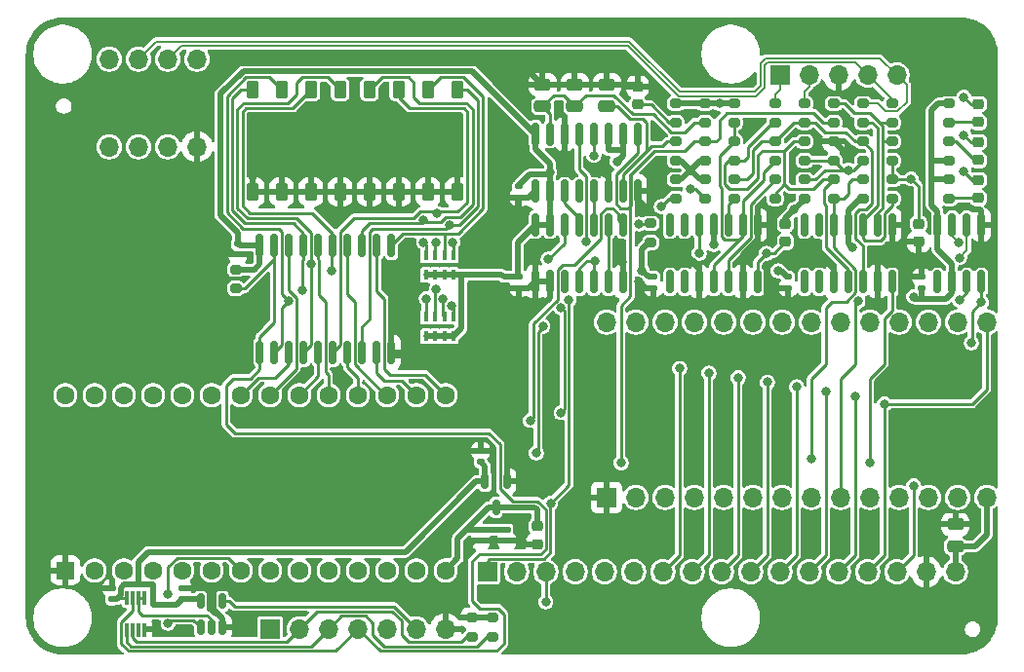
<source format=gbr>
%TF.GenerationSoftware,KiCad,Pcbnew,9.0.0*%
%TF.CreationDate,2025-03-24T16:34:57+00:00*%
%TF.ProjectId,SimplifiedInstallModule,53696d70-6c69-4666-9965-64496e737461,01*%
%TF.SameCoordinates,Original*%
%TF.FileFunction,Copper,L1,Top*%
%TF.FilePolarity,Positive*%
%FSLAX46Y46*%
G04 Gerber Fmt 4.6, Leading zero omitted, Abs format (unit mm)*
G04 Created by KiCad (PCBNEW 9.0.0) date 2025-03-24 16:34:57*
%MOMM*%
%LPD*%
G01*
G04 APERTURE LIST*
G04 Aperture macros list*
%AMRoundRect*
0 Rectangle with rounded corners*
0 $1 Rounding radius*
0 $2 $3 $4 $5 $6 $7 $8 $9 X,Y pos of 4 corners*
0 Add a 4 corners polygon primitive as box body*
4,1,4,$2,$3,$4,$5,$6,$7,$8,$9,$2,$3,0*
0 Add four circle primitives for the rounded corners*
1,1,$1+$1,$2,$3*
1,1,$1+$1,$4,$5*
1,1,$1+$1,$6,$7*
1,1,$1+$1,$8,$9*
0 Add four rect primitives between the rounded corners*
20,1,$1+$1,$2,$3,$4,$5,0*
20,1,$1+$1,$4,$5,$6,$7,0*
20,1,$1+$1,$6,$7,$8,$9,0*
20,1,$1+$1,$8,$9,$2,$3,0*%
G04 Aperture macros list end*
%TA.AperFunction,SMDPad,CuDef*%
%ADD10RoundRect,0.140000X-0.170000X0.140000X-0.170000X-0.140000X0.170000X-0.140000X0.170000X0.140000X0*%
%TD*%
%TA.AperFunction,SMDPad,CuDef*%
%ADD11RoundRect,0.200000X-0.275000X0.200000X-0.275000X-0.200000X0.275000X-0.200000X0.275000X0.200000X0*%
%TD*%
%TA.AperFunction,SMDPad,CuDef*%
%ADD12RoundRect,0.150000X0.150000X-0.825000X0.150000X0.825000X-0.150000X0.825000X-0.150000X-0.825000X0*%
%TD*%
%TA.AperFunction,SMDPad,CuDef*%
%ADD13RoundRect,0.250000X0.475000X-0.250000X0.475000X0.250000X-0.475000X0.250000X-0.475000X-0.250000X0*%
%TD*%
%TA.AperFunction,SMDPad,CuDef*%
%ADD14RoundRect,0.200000X0.275000X-0.200000X0.275000X0.200000X-0.275000X0.200000X-0.275000X-0.200000X0*%
%TD*%
%TA.AperFunction,SMDPad,CuDef*%
%ADD15RoundRect,0.150000X0.150000X-0.875000X0.150000X0.875000X-0.150000X0.875000X-0.150000X-0.875000X0*%
%TD*%
%TA.AperFunction,ComponentPad*%
%ADD16RoundRect,0.250000X0.550000X-0.550000X0.550000X0.550000X-0.550000X0.550000X-0.550000X-0.550000X0*%
%TD*%
%TA.AperFunction,ComponentPad*%
%ADD17C,1.600000*%
%TD*%
%TA.AperFunction,SMDPad,CuDef*%
%ADD18RoundRect,0.140000X0.170000X-0.140000X0.170000X0.140000X-0.170000X0.140000X-0.170000X-0.140000X0*%
%TD*%
%TA.AperFunction,SMDPad,CuDef*%
%ADD19RoundRect,0.250000X-0.475000X0.250000X-0.475000X-0.250000X0.475000X-0.250000X0.475000X0.250000X0*%
%TD*%
%TA.AperFunction,SMDPad,CuDef*%
%ADD20RoundRect,0.218750X-0.256250X0.218750X-0.256250X-0.218750X0.256250X-0.218750X0.256250X0.218750X0*%
%TD*%
%TA.AperFunction,SMDPad,CuDef*%
%ADD21RoundRect,0.150000X0.150000X-0.512500X0.150000X0.512500X-0.150000X0.512500X-0.150000X-0.512500X0*%
%TD*%
%TA.AperFunction,SMDPad,CuDef*%
%ADD22RoundRect,0.150000X-0.150000X0.512500X-0.150000X-0.512500X0.150000X-0.512500X0.150000X0.512500X0*%
%TD*%
%TA.AperFunction,SMDPad,CuDef*%
%ADD23RoundRect,0.225000X-0.250000X0.225000X-0.250000X-0.225000X0.250000X-0.225000X0.250000X0.225000X0*%
%TD*%
%TA.AperFunction,SMDPad,CuDef*%
%ADD24R,0.400000X0.900000*%
%TD*%
%TA.AperFunction,SMDPad,CuDef*%
%ADD25RoundRect,0.225000X0.250000X-0.225000X0.250000X0.225000X-0.250000X0.225000X-0.250000X-0.225000X0*%
%TD*%
%TA.AperFunction,SMDPad,CuDef*%
%ADD26RoundRect,0.087500X0.087500X-0.537500X0.087500X0.537500X-0.087500X0.537500X-0.087500X-0.537500X0*%
%TD*%
%TA.AperFunction,SMDPad,CuDef*%
%ADD27RoundRect,0.250000X0.300000X-0.500000X0.300000X0.500000X-0.300000X0.500000X-0.300000X-0.500000X0*%
%TD*%
%TA.AperFunction,ComponentPad*%
%ADD28R,1.700000X1.700000*%
%TD*%
%TA.AperFunction,ComponentPad*%
%ADD29O,1.700000X1.700000*%
%TD*%
%TA.AperFunction,ViaPad*%
%ADD30C,0.800000*%
%TD*%
%TA.AperFunction,Conductor*%
%ADD31C,0.250000*%
%TD*%
%TA.AperFunction,Conductor*%
%ADD32C,0.500000*%
%TD*%
%TA.AperFunction,Conductor*%
%ADD33C,0.200000*%
%TD*%
G04 APERTURE END LIST*
D10*
X164292857Y-88433621D03*
X164292857Y-89393621D03*
D11*
X154513857Y-73356621D03*
X154513857Y-75006621D03*
X165689857Y-73356621D03*
X165689857Y-75006621D03*
X173309857Y-79960621D03*
X173309857Y-81610621D03*
D12*
X142321857Y-88848621D03*
X143591857Y-88848621D03*
X144861857Y-88848621D03*
X146131857Y-88848621D03*
X147401857Y-88848621D03*
X148671857Y-88848621D03*
X149941857Y-88848621D03*
X149941857Y-83898621D03*
X148671857Y-83898621D03*
X147401857Y-83898621D03*
X146131857Y-83898621D03*
X144861857Y-83898621D03*
X143591857Y-83898621D03*
X142321857Y-83898621D03*
D13*
X145750857Y-73607621D03*
X145750857Y-71707621D03*
D10*
X152608857Y-88433621D03*
X152608857Y-89393621D03*
D11*
X159593857Y-79960621D03*
X159593857Y-81610621D03*
D10*
X116496857Y-85519621D03*
X116496857Y-86479621D03*
D14*
X170769857Y-81610621D03*
X170769857Y-79960621D03*
X165689857Y-78308621D03*
X165689857Y-76658621D03*
D10*
X140924857Y-80559621D03*
X140924857Y-81519621D03*
D15*
X118401857Y-94967621D03*
X119671857Y-94967621D03*
X120941857Y-94967621D03*
X122211857Y-94967621D03*
X123481857Y-94967621D03*
X124751857Y-94967621D03*
X126021857Y-94967621D03*
X127291857Y-94967621D03*
X128561857Y-94967621D03*
X129831857Y-94967621D03*
X129831857Y-85667621D03*
X128561857Y-85667621D03*
X127291857Y-85667621D03*
X126021857Y-85667621D03*
X124751857Y-85667621D03*
X123481857Y-85667621D03*
X122211857Y-85667621D03*
X120941857Y-85667621D03*
X119671857Y-85667621D03*
X118401857Y-85667621D03*
D16*
X101518861Y-113939621D03*
D17*
X104058861Y-113939621D03*
X106598861Y-113939621D03*
X109138861Y-113939621D03*
X111678861Y-113939621D03*
X114218861Y-113939621D03*
X116758861Y-113939621D03*
X119298861Y-113939621D03*
X121838861Y-113939621D03*
X124378861Y-113939621D03*
X126918861Y-113939621D03*
X129458861Y-113939621D03*
X131998861Y-113939621D03*
X134538861Y-113939621D03*
X134538861Y-98699621D03*
X131998861Y-98699621D03*
X129458861Y-98699621D03*
X126918861Y-98699621D03*
X124378861Y-98699621D03*
X121838861Y-98699621D03*
X119298861Y-98699621D03*
X116758861Y-98699621D03*
X114218861Y-98699621D03*
X111678861Y-98699621D03*
X109138861Y-98699621D03*
X106598861Y-98699621D03*
X104058861Y-98699621D03*
X101518861Y-98699621D03*
D14*
X165689857Y-81610621D03*
X165689857Y-79960621D03*
D18*
X105574857Y-116451621D03*
X105574857Y-115491621D03*
D14*
X159593857Y-78308621D03*
X159593857Y-76658621D03*
X168229857Y-78308621D03*
X168229857Y-76658621D03*
D10*
X137568857Y-110411621D03*
X137568857Y-111371621D03*
D18*
X175849857Y-89393621D03*
X175849857Y-88433621D03*
X111670857Y-116451621D03*
X111670857Y-115491621D03*
D14*
X163149857Y-81610621D03*
X163149857Y-79960621D03*
X154513857Y-78308621D03*
X154513857Y-76658621D03*
D11*
X163149857Y-76658621D03*
X163149857Y-78308621D03*
D10*
X139854857Y-110411621D03*
X139854857Y-111371621D03*
D11*
X178262857Y-73356621D03*
X178262857Y-75006621D03*
D19*
X148544857Y-71707621D03*
X148544857Y-73607621D03*
D11*
X154513857Y-79960621D03*
X154513857Y-81610621D03*
D12*
X154005857Y-88848621D03*
X155275857Y-88848621D03*
X156545857Y-88848621D03*
X157815857Y-88848621D03*
X159085857Y-88848621D03*
X160355857Y-88848621D03*
X161625857Y-88848621D03*
X161625857Y-83898621D03*
X160355857Y-83898621D03*
X159085857Y-83898621D03*
X157815857Y-83898621D03*
X156545857Y-83898621D03*
X155275857Y-83898621D03*
X154005857Y-83898621D03*
D20*
X180802857Y-79998121D03*
X180802857Y-81573121D03*
D21*
X113260857Y-118887121D03*
X114210857Y-118887121D03*
X115160857Y-118887121D03*
X115160857Y-116612121D03*
X113260857Y-116612121D03*
D11*
X163149857Y-73356621D03*
X163149857Y-75006621D03*
D10*
X140924857Y-88433621D03*
X140924857Y-89393621D03*
D13*
X142956857Y-73607621D03*
X142956857Y-71707621D03*
D14*
X178262857Y-78308621D03*
X178262857Y-76658621D03*
D12*
X142321857Y-80974621D03*
X143591857Y-80974621D03*
X144861857Y-80974621D03*
X146131857Y-80974621D03*
X147401857Y-80974621D03*
X148671857Y-80974621D03*
X149941857Y-80974621D03*
X151211857Y-80974621D03*
X151211857Y-76024621D03*
X149941857Y-76024621D03*
X148671857Y-76024621D03*
X147401857Y-76024621D03*
X146131857Y-76024621D03*
X144861857Y-76024621D03*
X143591857Y-76024621D03*
X142321857Y-76024621D03*
D22*
X139862857Y-106191121D03*
X137962857Y-106191121D03*
X138912857Y-108466121D03*
D23*
X164038857Y-83820621D03*
X164038857Y-85370621D03*
D24*
X135222857Y-86546621D03*
X134422857Y-86546621D03*
X133622857Y-86546621D03*
X132822857Y-86546621D03*
X132822857Y-88246621D03*
X133622857Y-88246621D03*
X134422857Y-88246621D03*
X135222857Y-88246621D03*
D20*
X180802857Y-76696121D03*
X180802857Y-78271121D03*
D14*
X173309857Y-78308621D03*
X173309857Y-76658621D03*
D12*
X165689857Y-88848621D03*
X166959857Y-88848621D03*
X168229857Y-88848621D03*
X169499857Y-88848621D03*
X170769857Y-88848621D03*
X172039857Y-88848621D03*
X173309857Y-88848621D03*
X173309857Y-83898621D03*
X172039857Y-83898621D03*
X170769857Y-83898621D03*
X169499857Y-83898621D03*
X168229857Y-83898621D03*
X166959857Y-83898621D03*
X165689857Y-83898621D03*
D20*
X151211857Y-71870121D03*
X151211857Y-73445121D03*
D12*
X177246857Y-88848621D03*
X178516857Y-88848621D03*
X179786857Y-88848621D03*
X181056857Y-88848621D03*
X181056857Y-83898621D03*
X179786857Y-83898621D03*
X178516857Y-83898621D03*
X177246857Y-83898621D03*
D14*
X138594857Y-119717621D03*
X138594857Y-118067621D03*
D18*
X137568857Y-104506621D03*
X137568857Y-103546621D03*
D14*
X157053857Y-78308621D03*
X157053857Y-76658621D03*
X159593857Y-75006621D03*
X159593857Y-73356621D03*
X157053857Y-75006621D03*
X157053857Y-73356621D03*
D11*
X116306857Y-87771621D03*
X116306857Y-89421621D03*
X173309857Y-73356621D03*
X173309857Y-75006621D03*
D14*
X170769857Y-78308621D03*
X170769857Y-76658621D03*
D11*
X157053857Y-79960621D03*
X157053857Y-81610621D03*
D25*
X142468857Y-111659621D03*
X142468857Y-110109621D03*
D23*
X175595857Y-83820621D03*
X175595857Y-85370621D03*
D11*
X178262857Y-79960621D03*
X178262857Y-81610621D03*
D13*
X178790857Y-111841621D03*
X178790857Y-109941621D03*
D24*
X135222857Y-91880621D03*
X134422857Y-91880621D03*
X133622857Y-91880621D03*
X132822857Y-91880621D03*
X132822857Y-93580621D03*
X133622857Y-93580621D03*
X134422857Y-93580621D03*
X135222857Y-93580621D03*
D26*
X106856857Y-119149621D03*
X107356857Y-119149621D03*
X107856857Y-119149621D03*
X108356857Y-119149621D03*
X108356857Y-116349621D03*
X107856857Y-116349621D03*
X107356857Y-116349621D03*
X106856857Y-116349621D03*
D20*
X180802857Y-73394121D03*
X180802857Y-74969121D03*
D14*
X136816857Y-119717621D03*
X136816857Y-118067621D03*
D11*
X170769857Y-73356621D03*
X170769857Y-75006621D03*
D27*
X117766857Y-81051621D03*
X120306857Y-81051621D03*
X122846857Y-81051621D03*
X125386857Y-81051621D03*
X127926857Y-81051621D03*
X130466857Y-81051621D03*
X133006857Y-81051621D03*
X135546857Y-81051621D03*
X135546857Y-72151621D03*
X133006857Y-72151621D03*
X130466857Y-72151621D03*
X127926857Y-72151621D03*
X125386857Y-72151621D03*
X122846857Y-72151621D03*
X120306857Y-72151621D03*
X117766857Y-72151621D03*
D14*
X152354857Y-85420621D03*
X152354857Y-83770621D03*
D11*
X168229857Y-79960621D03*
X168229857Y-81610621D03*
X168229857Y-73356621D03*
X168229857Y-75006621D03*
D28*
X119290857Y-119019621D03*
D29*
X121830857Y-119019621D03*
X124370857Y-119019621D03*
X126910857Y-119019621D03*
X129450857Y-119019621D03*
X131990857Y-119019621D03*
X134530857Y-119019621D03*
D28*
X148500857Y-107589621D03*
D29*
X151040857Y-107589621D03*
X153580857Y-107589621D03*
X156120857Y-107589621D03*
X158660857Y-107589621D03*
X161200857Y-107589621D03*
X163740857Y-107589621D03*
X166280857Y-107589621D03*
X168820857Y-107589621D03*
X171360857Y-107589621D03*
X173900857Y-107589621D03*
X176440857Y-107589621D03*
X178980857Y-107589621D03*
X181520857Y-107589621D03*
X112940857Y-69489621D03*
X110400857Y-69489621D03*
X107860857Y-69489621D03*
X105320857Y-69489621D03*
D28*
X138150857Y-114059621D03*
D29*
X140690857Y-114059621D03*
X143230857Y-114059621D03*
X145770857Y-114059621D03*
X148310857Y-114059621D03*
X150850857Y-114059621D03*
X153390857Y-114059621D03*
X155930857Y-114059621D03*
X158470857Y-114059621D03*
X161010857Y-114059621D03*
X163550857Y-114059621D03*
X166090857Y-114059621D03*
X168630857Y-114059621D03*
X171170857Y-114059621D03*
X173710857Y-114059621D03*
X176250857Y-114059621D03*
X178790857Y-114059621D03*
X105320857Y-77109621D03*
X107860857Y-77109621D03*
X110400857Y-77109621D03*
X112940857Y-77109621D03*
X181520857Y-92349621D03*
X178980857Y-92349621D03*
X176440857Y-92349621D03*
X173900857Y-92349621D03*
X171360857Y-92349621D03*
X168820857Y-92349621D03*
X166280857Y-92349621D03*
X163740857Y-92349621D03*
X161200857Y-92349621D03*
X158660857Y-92349621D03*
X156120857Y-92349621D03*
X153580857Y-92349621D03*
X151040857Y-92349621D03*
X148500857Y-92349621D03*
D28*
X163550857Y-70879621D03*
D29*
X166090857Y-70879621D03*
X168630857Y-70879621D03*
X171170857Y-70879621D03*
X173710857Y-70879621D03*
D30*
X169499857Y-77483621D03*
X151973857Y-82436621D03*
X148281857Y-79336610D03*
X152989857Y-76086621D03*
X144813857Y-77737621D03*
X173589857Y-85865621D03*
X177710857Y-101366621D03*
X140823857Y-82690621D03*
X161244857Y-75324621D03*
X167360857Y-86881621D03*
X151268217Y-88790433D03*
X160355857Y-87048621D03*
X155930778Y-87097621D03*
X149834857Y-87135621D03*
X171938857Y-86881621D03*
X109384857Y-119019621D03*
X181520857Y-101366621D03*
X117766857Y-79649621D03*
X179151532Y-82498332D03*
X177710857Y-95524621D03*
X142601857Y-85738621D03*
X162678463Y-88697621D03*
X179086857Y-85456751D03*
X179148857Y-86754621D03*
X157815857Y-85611621D03*
X151592857Y-87897621D03*
X163403857Y-87897621D03*
X143567857Y-79314622D03*
X169880857Y-85865621D03*
X175170857Y-90141621D03*
X158323857Y-73368821D03*
X164800857Y-82563621D03*
X155783857Y-79134621D03*
X149433857Y-78372621D03*
X151338857Y-83833621D03*
X162387857Y-86373621D03*
X156545857Y-86373621D03*
X147491357Y-87008621D03*
X174960857Y-79896621D03*
X169499857Y-79134621D03*
X143450857Y-86881621D03*
X142976857Y-92723621D03*
X142404857Y-103726621D03*
X171360857Y-104578621D03*
X149770857Y-104578621D03*
X141876857Y-100898621D03*
X172630857Y-99461621D03*
X170090857Y-98786621D03*
X167550857Y-98385621D03*
X165010857Y-97984621D03*
X162470857Y-97583621D03*
X159930857Y-97182621D03*
X157390857Y-96781621D03*
X154850857Y-96380621D03*
X122837857Y-87269621D03*
X135077857Y-90952621D03*
X132857395Y-90317621D03*
X122112857Y-89553621D03*
X133731787Y-89496902D03*
X120886559Y-90499919D03*
X134308395Y-90313925D03*
X124661857Y-87867621D03*
X133697857Y-85397621D03*
X133768857Y-82921901D03*
X134851156Y-83947621D03*
X135147857Y-85397621D03*
X132625857Y-83496621D03*
X132625857Y-85397621D03*
X179532857Y-76086621D03*
X166280857Y-104227621D03*
X179532857Y-72784621D03*
X181056857Y-90634621D03*
X180176655Y-94140419D03*
X144554487Y-91092337D03*
X144567857Y-100223621D03*
X147401857Y-77864621D03*
X179532857Y-79261621D03*
X146766857Y-85357621D03*
X179160204Y-90419968D03*
X175170857Y-106573621D03*
X155783857Y-80785621D03*
X143644093Y-108090621D03*
X145242857Y-90437621D03*
X110434857Y-115990621D03*
X110434857Y-118523621D03*
X153269857Y-82309621D03*
X170336063Y-90548621D03*
X143230857Y-116669671D03*
D31*
X137114865Y-111371621D02*
X136316861Y-112169625D01*
D32*
X168229857Y-87750621D02*
X167360857Y-86881621D01*
X172039857Y-88848621D02*
X172039857Y-89675621D01*
X173309857Y-85585621D02*
X173589857Y-85865621D01*
X141097857Y-69848621D02*
X142956857Y-71707621D01*
X180251541Y-82535621D02*
X180945857Y-82535621D01*
X140924857Y-94337621D02*
X140924857Y-91326621D01*
X117766857Y-79649621D02*
X117766857Y-81051621D01*
X116010857Y-69848621D02*
X141097857Y-69848621D01*
X145750857Y-71707621D02*
X148544857Y-71707621D01*
X156545857Y-87712700D02*
X155930778Y-87097621D01*
D31*
X105320857Y-114447621D02*
X105320857Y-111145621D01*
D32*
X163374463Y-89393621D02*
X162678463Y-88697621D01*
D31*
X141648857Y-111659621D02*
X141360857Y-111371621D01*
D32*
X179241243Y-82408621D02*
X179151532Y-82498332D01*
X149941857Y-88848621D02*
X149941857Y-87242621D01*
X144861857Y-76024621D02*
X144861857Y-77689621D01*
X173589857Y-85865621D02*
X174097857Y-85865621D01*
X139994857Y-95267621D02*
X140924857Y-94337621D01*
D31*
X139854857Y-111371621D02*
X137568857Y-111371621D01*
D32*
X142526319Y-91315613D02*
X140935865Y-91315613D01*
X176812857Y-109941621D02*
X178790857Y-109941621D01*
X141776857Y-81519621D02*
X142321857Y-80974621D01*
X140797857Y-81519621D02*
X140797857Y-82664621D01*
D31*
X133268861Y-115498621D02*
X133268861Y-112331005D01*
D32*
X133268861Y-115498621D02*
X133549857Y-115498621D01*
D31*
X138760857Y-106839009D02*
X138760857Y-103955621D01*
D32*
X142321857Y-88848621D02*
X142321857Y-86018621D01*
X139862857Y-106191121D02*
X139862857Y-95399621D01*
X152608857Y-89393621D02*
X151871405Y-89393621D01*
X161625857Y-85215575D02*
X160355857Y-86485575D01*
X164292857Y-89393621D02*
X163374463Y-89393621D01*
X133261861Y-115491621D02*
X133268861Y-115498621D01*
D31*
X105574857Y-115491621D02*
X105574857Y-114701621D01*
D32*
X114210857Y-115491621D02*
X133261861Y-115491621D01*
X134530857Y-117376625D02*
X134530857Y-119019621D01*
D31*
X105320857Y-111145621D02*
X102145857Y-111145621D01*
X136054857Y-103906621D02*
X136054857Y-105684621D01*
D32*
X109384857Y-119019621D02*
X108486857Y-119019621D01*
X142956857Y-71707621D02*
X145750857Y-71707621D01*
X172039857Y-86982621D02*
X171938857Y-86881621D01*
D31*
X138594857Y-118067621D02*
X136816857Y-118067621D01*
X134530857Y-115987629D02*
X134530857Y-116479621D01*
D32*
X149941857Y-87242621D02*
X149834857Y-87135621D01*
X175849857Y-88433621D02*
X175849857Y-87617621D01*
D31*
X133268861Y-112331005D02*
X138760857Y-106839009D01*
D32*
X143591857Y-90250075D02*
X142526319Y-91315613D01*
D31*
X130593857Y-111145621D02*
X105320857Y-111145621D01*
D32*
X115160857Y-118887121D02*
X115160857Y-118128721D01*
X143591857Y-88848621D02*
X143591857Y-90250075D01*
X112940857Y-77109621D02*
X112940857Y-83332621D01*
X108432857Y-119073621D02*
X108432857Y-119149621D01*
D31*
X137568857Y-103546621D02*
X136414857Y-103546621D01*
D32*
X174097857Y-85865621D02*
X175595857Y-87363621D01*
D31*
X141360857Y-111371621D02*
X139854857Y-111371621D01*
D32*
X180124541Y-82408621D02*
X179241243Y-82408621D01*
X161625857Y-83898621D02*
X161625857Y-85215575D01*
D31*
X138351857Y-103546621D02*
X137568857Y-103546621D01*
D32*
X151871405Y-89393621D02*
X151268217Y-88790433D01*
X135546857Y-81051621D02*
X117766857Y-81051621D01*
X144861857Y-77689621D02*
X144813857Y-77737621D01*
X181056857Y-83898621D02*
X181056857Y-82646621D01*
X116087857Y-86479621D02*
X116496857Y-86479621D01*
X115160857Y-118128721D02*
X114210857Y-117178721D01*
X169499857Y-77483621D02*
X169054857Y-77483621D01*
X140797857Y-89393621D02*
X141776857Y-89393621D01*
X176250857Y-110503621D02*
X176812857Y-109941621D01*
D31*
X102145857Y-111145621D02*
X101518861Y-111772617D01*
D32*
X175595857Y-85370621D02*
X175595857Y-87363621D01*
X151211857Y-81674621D02*
X151973857Y-82436621D01*
X173309857Y-83898621D02*
X173309857Y-85585621D01*
X172039857Y-88848621D02*
X172039857Y-86982621D01*
X139862857Y-95399621D02*
X139994857Y-95267621D01*
D31*
X109254857Y-119149621D02*
X109384857Y-119019621D01*
D32*
X141776857Y-89393621D02*
X142321857Y-88848621D01*
X148544857Y-71707621D02*
X151049357Y-71707621D01*
D31*
X136316861Y-112169625D02*
X136316861Y-114201625D01*
D32*
X114210857Y-115491621D02*
X111670857Y-115491621D01*
X156545857Y-88848621D02*
X156545857Y-87712700D01*
D31*
X101518861Y-111772617D02*
X101518861Y-113939621D01*
D32*
X140797857Y-82664621D02*
X140823857Y-82690621D01*
D31*
X136316861Y-114201625D02*
X134530857Y-115987629D01*
X136054857Y-105684621D02*
X130593857Y-111145621D01*
X136414857Y-103546621D02*
X136054857Y-103906621D01*
X135046861Y-117376625D02*
X134530857Y-117376625D01*
D32*
X140924857Y-89393621D02*
X140924857Y-91326621D01*
X114210857Y-117178721D02*
X114210857Y-115491621D01*
X140797857Y-81519621D02*
X141776857Y-81519621D01*
D31*
X142468857Y-111659621D02*
X141648857Y-111659621D01*
X138760857Y-103955621D02*
X138351857Y-103546621D01*
D32*
X134530857Y-116479621D02*
X134530857Y-117376625D01*
X129831857Y-94967621D02*
X130131857Y-95267621D01*
X160355857Y-86485575D02*
X160355857Y-88848621D01*
X130131857Y-95267621D02*
X139994857Y-95267621D01*
X133549857Y-115498621D02*
X134530857Y-116479621D01*
X148671857Y-80974621D02*
X148671857Y-79726610D01*
X140935865Y-91315613D02*
X140924857Y-91326621D01*
X108486857Y-119019621D02*
X108432857Y-119073621D01*
X112940857Y-72918621D02*
X116010857Y-69848621D01*
X169054857Y-77483621D02*
X168229857Y-76658621D01*
X112940857Y-77109621D02*
X112940857Y-72918621D01*
X176250857Y-114059621D02*
X176250857Y-110503621D01*
X175595857Y-87363621D02*
X175849857Y-87617621D01*
D31*
X135737857Y-118067621D02*
X135046861Y-117376625D01*
D32*
X148671857Y-79726610D02*
X148281857Y-79336610D01*
D31*
X137568857Y-111371621D02*
X137114865Y-111371621D01*
X105574857Y-114701621D02*
X105320857Y-114447621D01*
D32*
X142321857Y-86018621D02*
X142601857Y-85738621D01*
D31*
X136816857Y-118067621D02*
X135737857Y-118067621D01*
D32*
X181056857Y-82646621D02*
X180945857Y-82535621D01*
X112940857Y-83332621D02*
X116087857Y-86479621D01*
X180124541Y-82408621D02*
X180251541Y-82535621D01*
X168229857Y-88848621D02*
X168229857Y-87750621D01*
D33*
X178516857Y-83898621D02*
X178516857Y-84886751D01*
X166090857Y-71895621D02*
X165689857Y-72296621D01*
X165689857Y-72296621D02*
X165689857Y-73356621D01*
X166090857Y-70879621D02*
X166090857Y-71895621D01*
X178516857Y-84886751D02*
X179086857Y-85456751D01*
X163149857Y-72550621D02*
X163149857Y-73356621D01*
X163550857Y-70879621D02*
X163550857Y-72149621D01*
X179786857Y-86116621D02*
X179148857Y-86754621D01*
X179786857Y-83898621D02*
X179786857Y-86116621D01*
X163550857Y-72149621D02*
X163149857Y-72550621D01*
D32*
X135927857Y-92875621D02*
X135222857Y-93580621D01*
X176738857Y-78308621D02*
X176738857Y-73927621D01*
X154513857Y-73356621D02*
X157053857Y-73356621D01*
X143591857Y-79314622D02*
X143591857Y-80974621D01*
X165689857Y-81674621D02*
X164800857Y-82563621D01*
X141807867Y-79549611D02*
X140797857Y-80559621D01*
X135222857Y-93580621D02*
X132822857Y-93580621D01*
X139395857Y-88246621D02*
X135927857Y-88246621D01*
X163629857Y-87897621D02*
X164165857Y-88433621D01*
X134530857Y-113939621D02*
X135580857Y-112889621D01*
X135927857Y-88246621D02*
X135927857Y-92875621D01*
X178262857Y-79960621D02*
X176738857Y-79960621D01*
X116644857Y-85667621D02*
X116496857Y-85519621D01*
X142321857Y-76024621D02*
X142321857Y-77289619D01*
X177246857Y-82690621D02*
X177246857Y-83898621D01*
X116982755Y-70499621D02*
X114961857Y-72520520D01*
X156609857Y-78308621D02*
X155783857Y-79134621D01*
X154513857Y-78308621D02*
X154957857Y-78308621D01*
X163276857Y-87897621D02*
X163629857Y-87897621D01*
X157815857Y-83898621D02*
X157815857Y-85611621D01*
X178516857Y-88848621D02*
X178516857Y-87324703D01*
X143591857Y-83898621D02*
X142321857Y-83898621D01*
X118401857Y-85667621D02*
X116644857Y-85667621D01*
X138260357Y-108466121D02*
X136314857Y-110411621D01*
X178516857Y-87324703D02*
X177246857Y-86054703D01*
X114961857Y-72520520D02*
X114961858Y-83045639D01*
X178262857Y-78308621D02*
X176738857Y-78308621D01*
X136314857Y-110411621D02*
X137568857Y-110411621D01*
X152128857Y-88433621D02*
X151592857Y-87897621D01*
X178516857Y-89802621D02*
X178516857Y-88848621D01*
X142283357Y-108466121D02*
X142468857Y-108651621D01*
X159593857Y-73356621D02*
X157053857Y-73356621D01*
X143591857Y-80974621D02*
X143591857Y-83898621D01*
X142321857Y-77289619D02*
X143591857Y-78559619D01*
X143356868Y-79549611D02*
X141807867Y-79549611D01*
X116496857Y-84580639D02*
X116496857Y-85519621D01*
X142468857Y-108651621D02*
X142468857Y-110109621D01*
X149941857Y-77404621D02*
X149941857Y-77864621D01*
X181520857Y-110821621D02*
X181520857Y-107589621D01*
X138912857Y-108466121D02*
X142283357Y-108466121D01*
X152608857Y-88433621D02*
X152128857Y-88433621D01*
X149941857Y-76024621D02*
X149941857Y-77404621D01*
X175849857Y-90310621D02*
X175339857Y-90310621D01*
X178008857Y-90310621D02*
X178516857Y-89802621D01*
X170515857Y-81610621D02*
X169499857Y-82626621D01*
X157053857Y-78308621D02*
X156609857Y-78308621D01*
X169499857Y-83898621D02*
X169499857Y-85484621D01*
X170769857Y-81610621D02*
X170515857Y-81610621D01*
X176738857Y-79960621D02*
X176738857Y-78308621D01*
X151592857Y-86005621D02*
X151592857Y-87897621D01*
X142321857Y-76024621D02*
X136796857Y-70499621D01*
X176738857Y-82182621D02*
X176738857Y-79960621D01*
X151592857Y-86005621D02*
X152227857Y-85370621D01*
X157053857Y-79960621D02*
X156609857Y-79960621D01*
X118401857Y-87326621D02*
X118401857Y-85667621D01*
X154957857Y-78308621D02*
X155783857Y-79134621D01*
X180500857Y-111841621D02*
X181520857Y-110821621D01*
X169499857Y-85484621D02*
X169880857Y-85865621D01*
X116306857Y-87771621D02*
X117956857Y-87771621D01*
X149941857Y-77864621D02*
X149433857Y-78372621D01*
X135580857Y-112889621D02*
X135580857Y-111145621D01*
X178790857Y-111841621D02*
X180500857Y-111841621D01*
X140797857Y-88433621D02*
X140797857Y-85422621D01*
X176738857Y-82182621D02*
X177246857Y-82690621D01*
X143591857Y-79314622D02*
X143356868Y-79549611D01*
X139582857Y-88433621D02*
X139395857Y-88246621D01*
X156609857Y-79960621D02*
X155783857Y-79134621D01*
X114961858Y-83045639D02*
X116496857Y-84580639D01*
X142321857Y-83898621D02*
X140797857Y-85422621D01*
X148671857Y-76024621D02*
X148671857Y-77404621D01*
X175339857Y-90310621D02*
X175170857Y-90141621D01*
X178790857Y-114059621D02*
X178790857Y-111841621D01*
X175849857Y-90310621D02*
X175849857Y-89393621D01*
X116982755Y-70499621D02*
X136796857Y-70499621D01*
X154513857Y-79960621D02*
X154957857Y-79960621D01*
X169499857Y-83898621D02*
X169499857Y-82626621D01*
X117956857Y-87771621D02*
X118401857Y-87326621D01*
X132822857Y-88246621D02*
X135927857Y-88246621D01*
X154957857Y-79960621D02*
X155783857Y-79134621D01*
X175849857Y-90310621D02*
X178008857Y-90310621D01*
X177246857Y-86054703D02*
X177246857Y-83898621D01*
X164038857Y-83820621D02*
X164038857Y-83325621D01*
X138912857Y-108466121D02*
X138260357Y-108466121D01*
X178262857Y-73356621D02*
X177309857Y-73356621D01*
X139854857Y-110411621D02*
X137568857Y-110411621D01*
X148671857Y-77404621D02*
X149941857Y-77404621D01*
X177309857Y-73356621D02*
X176738857Y-73927621D01*
X135580857Y-111145621D02*
X136314857Y-110411621D01*
X140924857Y-88433621D02*
X139582857Y-88433621D01*
X164800857Y-82563621D02*
X164038857Y-83325621D01*
X143591857Y-78559619D02*
X143591857Y-79314622D01*
D33*
X150495900Y-67965621D02*
X154884900Y-72354621D01*
X172090807Y-73356621D02*
X172741807Y-74007621D01*
X107860857Y-69489621D02*
X109384857Y-67965621D01*
X154884900Y-72354621D02*
X161343512Y-72354621D01*
X162304468Y-69427621D02*
X172258857Y-69427621D01*
X161343512Y-72354621D02*
X161865857Y-71832276D01*
X173777209Y-74007621D02*
X174560857Y-73223973D01*
X161865857Y-69866232D02*
X162304468Y-69427621D01*
X170769857Y-73356621D02*
X172090807Y-73356621D01*
X172258857Y-69427621D02*
X173710857Y-70879621D01*
X109384857Y-67965621D02*
X150495900Y-67965621D01*
X174560857Y-73223973D02*
X174560857Y-71729621D01*
X172741807Y-74007621D02*
X173777209Y-74007621D01*
X161865857Y-71832276D02*
X161865857Y-69866232D01*
X174560857Y-71729621D02*
X173710857Y-70879621D01*
X161488900Y-72705621D02*
X162216857Y-71977664D01*
X170069857Y-69778621D02*
X171170857Y-70879621D01*
X110400857Y-69489621D02*
X111573857Y-68316621D01*
X162216857Y-70011621D02*
X162449857Y-69778621D01*
X150350512Y-68316621D02*
X154739512Y-72705621D01*
X162449857Y-69778621D02*
X170069857Y-69778621D01*
X154739512Y-72705621D02*
X161488900Y-72705621D01*
X111573857Y-68316621D02*
X150350512Y-68316621D01*
X173309857Y-73018621D02*
X171170857Y-70879621D01*
X173309857Y-73356621D02*
X173309857Y-73018621D01*
X162216857Y-71977664D02*
X162216857Y-70011621D01*
D31*
X161625857Y-87135621D02*
X162387857Y-86373621D01*
X163035857Y-86373621D02*
X164038857Y-85370621D01*
X156545857Y-83898621D02*
X156545857Y-86373621D01*
X152227857Y-83820621D02*
X151097857Y-83820621D01*
X146777558Y-87008621D02*
X146131857Y-87654322D01*
X147491357Y-87008621D02*
X146777558Y-87008621D01*
X147401857Y-87098121D02*
X147491357Y-87008621D01*
X147401857Y-88848621D02*
X147401857Y-87098121D01*
X146131857Y-87654322D02*
X146131857Y-88848621D01*
X161625857Y-88848621D02*
X161625857Y-87135621D01*
X162387857Y-86373621D02*
X163035857Y-86373621D01*
X150570561Y-74724621D02*
X151685609Y-74724621D01*
X151979208Y-77488972D02*
X149941857Y-79526322D01*
X154513857Y-76658621D02*
X153745857Y-76658621D01*
X152434559Y-77033621D02*
X151979208Y-77488972D01*
X149453561Y-73607621D02*
X150570561Y-74724621D01*
X153370857Y-77033621D02*
X152434559Y-77033621D01*
X149941857Y-79526322D02*
X149941857Y-80974621D01*
X151979208Y-75018220D02*
X151979208Y-77488972D01*
X148544857Y-73607621D02*
X149453561Y-73607621D01*
X153745857Y-76658621D02*
X153370857Y-77033621D01*
X151685609Y-74724621D02*
X151979208Y-75018220D01*
X165689857Y-79960621D02*
X166640447Y-79960621D01*
X166640447Y-79960621D02*
X167466447Y-79134621D01*
X169499857Y-79134621D02*
X169943857Y-79134621D01*
X173690857Y-79960621D02*
X174896857Y-79960621D01*
X173309857Y-78308621D02*
X173309857Y-79960621D01*
X169055857Y-79134621D02*
X168229857Y-78308621D01*
X169055857Y-79134621D02*
X167484257Y-79134621D01*
X168229857Y-78308621D02*
X165689857Y-78308621D01*
X174896857Y-79960621D02*
X174960857Y-79896621D01*
X175595857Y-80531621D02*
X174960857Y-79896621D01*
X169499857Y-79134621D02*
X169055857Y-79134621D01*
X169943857Y-79134621D02*
X170769857Y-78308621D01*
X175595857Y-83820621D02*
X175595857Y-80531621D01*
X143906857Y-72657621D02*
X144800857Y-72657621D01*
X152558853Y-74274621D02*
X150756957Y-74274621D01*
X143591857Y-76024621D02*
X143591857Y-74242621D01*
X150756957Y-74274621D02*
X149139957Y-72657621D01*
X155275857Y-75832621D02*
X154116853Y-75832621D01*
X157053857Y-75006621D02*
X156101857Y-75006621D01*
X142956857Y-73607621D02*
X143906857Y-72657621D01*
X154116853Y-75832621D02*
X152558853Y-74274621D01*
X143591857Y-74242621D02*
X142956857Y-73607621D01*
X144800857Y-72657621D02*
X145750857Y-73607621D01*
X156101857Y-75006621D02*
X155275857Y-75832621D01*
X149139957Y-72657621D02*
X146700857Y-72657621D01*
X146700857Y-72657621D02*
X145750857Y-73607621D01*
X142551857Y-93218621D02*
X142551857Y-103579621D01*
X144861857Y-83898621D02*
X144861857Y-85484621D01*
X142976857Y-92793621D02*
X142551857Y-93218621D01*
X142976857Y-92723621D02*
X142976857Y-92793621D01*
X142551857Y-103579621D02*
X142404857Y-103726621D01*
X143450857Y-86881621D02*
X143464857Y-86881621D01*
X143464857Y-86881621D02*
X144861857Y-85484621D01*
X171360857Y-97253621D02*
X172630857Y-95983621D01*
X151211857Y-76024621D02*
X151211857Y-77619927D01*
X150586857Y-79517718D02*
X152620955Y-77483621D01*
X155275857Y-77483621D02*
X152620955Y-77483621D01*
X151211857Y-77619927D02*
X149316847Y-79514936D01*
X158005857Y-76658621D02*
X157053857Y-76658621D01*
X156100857Y-76658621D02*
X155275857Y-77483621D01*
X157053857Y-76658621D02*
X156100857Y-76658621D01*
X168229857Y-75006621D02*
X167278253Y-75006621D01*
X149770857Y-90903560D02*
X149770857Y-104578621D01*
X167278253Y-75006621D02*
X166453253Y-74181621D01*
X149316847Y-79514936D02*
X149316847Y-82055621D01*
X150586857Y-82182621D02*
X150586857Y-79517718D01*
X158323857Y-76340621D02*
X158005857Y-76658621D01*
X158323857Y-74816621D02*
X158323857Y-76340621D01*
X166453253Y-74181621D02*
X158958857Y-74181621D01*
X150566857Y-79502621D02*
X150566857Y-90107560D01*
X149316847Y-82055621D02*
X149697847Y-82436621D01*
X150566857Y-90107560D02*
X149770857Y-90903560D01*
X171360857Y-104578621D02*
X171360857Y-97253621D01*
X173309857Y-91326621D02*
X173309857Y-88848621D01*
X172630857Y-92005621D02*
X173309857Y-91326621D01*
X150332857Y-82436621D02*
X150586857Y-82182621D01*
X172630857Y-95983621D02*
X172630857Y-92005621D01*
X149697847Y-82436621D02*
X150332857Y-82436621D01*
X158958857Y-74181621D02*
X158323857Y-74816621D01*
X149511451Y-82886621D02*
X149511451Y-83468215D01*
X142150857Y-100624621D02*
X141876857Y-100898621D01*
X148487105Y-82436621D02*
X149061451Y-82436621D01*
X142150857Y-92504247D02*
X144236857Y-90418247D01*
X149061451Y-82436621D02*
X149511451Y-82886621D01*
X144236857Y-90418247D02*
X144236857Y-87826869D01*
X144236857Y-87826869D02*
X144674105Y-87389621D01*
X145760162Y-87389621D02*
X148026857Y-85122926D01*
X149511451Y-83468215D02*
X149941857Y-83898621D01*
X148026857Y-82896869D02*
X148487105Y-82436621D01*
X142150857Y-92504247D02*
X142150857Y-100624621D01*
X144674105Y-87389621D02*
X145760162Y-87389621D01*
X148026857Y-85122926D02*
X148026857Y-82896869D01*
X147401857Y-80974621D02*
X147401857Y-83898621D01*
X128561857Y-89682621D02*
X128561857Y-85667621D01*
X129704857Y-96921621D02*
X129196857Y-96413621D01*
X134530857Y-98699621D02*
X132752857Y-96921621D01*
X129196857Y-96413621D02*
X129196857Y-90317621D01*
X132752857Y-96921621D02*
X129704857Y-96921621D01*
X180250857Y-99461621D02*
X181520857Y-98191621D01*
X172630857Y-99461621D02*
X180250857Y-99461621D01*
X172630857Y-99461621D02*
X172630857Y-112599621D01*
X129196857Y-90317621D02*
X128561857Y-89682621D01*
X172630857Y-112599621D02*
X171170857Y-114059621D01*
X181520857Y-98191621D02*
X181520857Y-92349621D01*
X168630857Y-114059621D02*
X170090857Y-112599621D01*
X128561857Y-96794621D02*
X128561857Y-94967621D01*
X130720857Y-97429621D02*
X129196857Y-97429621D01*
X129196857Y-97429621D02*
X128561857Y-96794621D01*
X170090857Y-112599621D02*
X170090857Y-98786621D01*
X131990857Y-98699621D02*
X130720857Y-97429621D01*
X126647857Y-96025943D02*
X126647857Y-90562621D01*
X166090857Y-114059621D02*
X167550857Y-112599621D01*
X129321535Y-98699621D02*
X126647857Y-96025943D01*
X126647857Y-90562621D02*
X126021857Y-89936621D01*
X126021857Y-89936621D02*
X126021857Y-85667621D01*
X167550857Y-112599621D02*
X167550857Y-98385621D01*
X163550857Y-114059621D02*
X165010857Y-112599621D01*
X165010857Y-112599621D02*
X165010857Y-97984621D01*
X126910857Y-98699621D02*
X126910857Y-97175621D01*
X126910857Y-97175621D02*
X126021857Y-96286621D01*
X126021857Y-96286621D02*
X126021857Y-94967621D01*
X124125857Y-96667621D02*
X124125857Y-90580621D01*
X124370857Y-98699621D02*
X124370857Y-96912621D01*
X124125857Y-90580621D02*
X123563857Y-90018621D01*
X162470857Y-112599621D02*
X162470857Y-97583621D01*
X124370857Y-96912621D02*
X124125857Y-96667621D01*
X161010857Y-114059621D02*
X162470857Y-112599621D01*
X123563857Y-90018621D02*
X123563857Y-86968901D01*
X123481857Y-86886901D02*
X123563857Y-86968901D01*
X123481857Y-85667621D02*
X123481857Y-86886901D01*
X123481857Y-97048621D02*
X121830857Y-98699621D01*
X158470857Y-114059621D02*
X159930857Y-112599621D01*
X123481857Y-94967621D02*
X123481857Y-97048621D01*
X159930857Y-112599621D02*
X159930857Y-97182621D01*
X121576857Y-90235621D02*
X120941857Y-89600621D01*
X155930857Y-114059621D02*
X157390857Y-112599621D01*
X157390857Y-112599621D02*
X157390857Y-96781621D01*
X120941857Y-89600621D02*
X120941857Y-85667621D01*
X119290857Y-98699621D02*
X121576857Y-96413621D01*
X121576857Y-96413621D02*
X121576857Y-90235621D01*
X118274857Y-97175621D02*
X119758856Y-97175621D01*
X153390857Y-114059621D02*
X154850857Y-112599621D01*
X120941857Y-95992620D02*
X120941857Y-94967621D01*
X116750857Y-98699621D02*
X118274857Y-97175621D01*
X119758856Y-97175621D02*
X120941857Y-95992620D01*
X154850857Y-112599621D02*
X154850857Y-96380621D01*
X144861857Y-80974621D02*
X144861857Y-82034621D01*
X144861857Y-82034621D02*
X146152857Y-83325621D01*
X153927249Y-75006621D02*
X154513857Y-75006621D01*
X152365749Y-73445121D02*
X153927249Y-75006621D01*
X151211857Y-73445121D02*
X152365749Y-73445121D01*
X148671857Y-83898621D02*
X148671857Y-88848621D01*
X160355857Y-83898621D02*
X160355857Y-84873620D01*
X158460857Y-84924529D02*
X158460857Y-80687021D01*
X157815857Y-88848621D02*
X157815857Y-87413620D01*
X162124847Y-80034027D02*
X162124847Y-79333631D01*
X160355857Y-84873620D02*
X160030856Y-85198621D01*
X158734949Y-85198621D02*
X158460857Y-84924529D01*
X158323857Y-80550021D02*
X158323857Y-77928621D01*
X159593857Y-76658621D02*
X159593857Y-75006621D01*
X158460857Y-80687021D02*
X158323857Y-80550021D01*
X160393857Y-81765017D02*
X162124847Y-80034027D01*
X162124847Y-79333631D02*
X163149857Y-78308621D01*
X160393857Y-83860621D02*
X160393857Y-81765017D01*
X160030856Y-85198621D02*
X158734949Y-85198621D01*
X158323857Y-77928621D02*
X159593857Y-76658621D01*
X157815857Y-87413620D02*
X160030856Y-85198621D01*
X161000857Y-82109621D02*
X163149857Y-79960621D01*
X161000857Y-85027403D02*
X159085857Y-86942403D01*
X159085857Y-86942403D02*
X159085857Y-88848621D01*
X161000857Y-85027403D02*
X161000857Y-82109621D01*
X159085857Y-83898621D02*
X159085857Y-82118621D01*
X159085857Y-82118621D02*
X159593857Y-81610621D01*
X168229857Y-79960621D02*
X167419857Y-80770621D01*
X167594857Y-82198625D02*
X167419857Y-82023625D01*
X167594857Y-85867017D02*
X169499857Y-87772017D01*
X164749877Y-76658621D02*
X163949867Y-77458631D01*
X169499857Y-87772017D02*
X169499857Y-88848621D01*
X164357415Y-80785621D02*
X163949867Y-80378073D01*
X167594857Y-85867017D02*
X167594857Y-82198625D01*
X161674847Y-77815631D02*
X161674847Y-79847631D01*
X167276857Y-79960621D02*
X166451857Y-80785621D01*
X167419857Y-82023625D02*
X167419857Y-80770621D01*
X158793857Y-78626621D02*
X159111857Y-78308621D01*
X160736857Y-80785621D02*
X159195853Y-80785621D01*
X163949867Y-77458631D02*
X162031847Y-77458631D01*
X168229857Y-79960621D02*
X167276857Y-79960621D01*
X163149857Y-81178083D02*
X163149857Y-81610621D01*
X158793857Y-80383625D02*
X158793857Y-78626621D01*
X160774847Y-77991621D02*
X160774847Y-77127631D01*
X159111857Y-78308621D02*
X159593857Y-78308621D01*
X161674847Y-79847631D02*
X160736857Y-80785621D01*
X165689857Y-76658621D02*
X164749877Y-76658621D01*
X163949867Y-80378073D02*
X163149857Y-81178083D01*
X160774847Y-77127631D02*
X162895857Y-75006621D01*
X159593857Y-78308621D02*
X160457847Y-78308621D01*
X162031847Y-77458631D02*
X161674847Y-77815631D01*
X160457847Y-78308621D02*
X160774847Y-77991621D01*
X163949867Y-77458631D02*
X163949867Y-80378073D01*
X159195853Y-80785621D02*
X158793857Y-80383625D01*
X166451857Y-80785621D02*
X164357415Y-80785621D01*
X161224847Y-77376631D02*
X161942857Y-76658621D01*
X170134857Y-85094316D02*
X170769857Y-85729316D01*
X164801857Y-75006621D02*
X163149857Y-76658621D01*
X171039861Y-82563621D02*
X170453949Y-82563621D01*
X171569857Y-77458621D02*
X171569857Y-82033625D01*
X170453949Y-82563621D02*
X170134857Y-82882713D01*
X169245857Y-75832621D02*
X167467857Y-75832621D01*
X165689857Y-75006621D02*
X164801857Y-75006621D01*
X167467857Y-75832621D02*
X166641857Y-75006621D01*
X170071857Y-76658621D02*
X169245857Y-75832621D01*
X161942857Y-76658621D02*
X163149857Y-76658621D01*
X170769857Y-76658621D02*
X170071857Y-76658621D01*
X170769857Y-85729316D02*
X170769857Y-88848621D01*
X170769857Y-76658621D02*
X171569857Y-77458621D01*
X166641857Y-75006621D02*
X165689857Y-75006621D01*
X161224847Y-79408631D02*
X161224847Y-77376631D01*
X160672857Y-79960621D02*
X161224847Y-79408631D01*
X159593857Y-79960621D02*
X160672857Y-79960621D01*
X171569857Y-82033625D02*
X171039861Y-82563621D01*
X170134857Y-82882713D02*
X170134857Y-85094316D01*
X172509857Y-75329159D02*
X172187319Y-75006621D01*
X171362319Y-74181621D02*
X172187319Y-75006621D01*
X172509857Y-76658621D02*
X172509857Y-82411317D01*
X170007857Y-74181621D02*
X171362319Y-74181621D01*
X172039857Y-82881317D02*
X172509857Y-82411317D01*
X169182857Y-73356621D02*
X170007857Y-74181621D01*
X172509857Y-75329159D02*
X172509857Y-76658621D01*
X172039857Y-83898621D02*
X172039857Y-82881317D01*
X172187319Y-75006621D02*
X173309857Y-75006621D01*
X173309857Y-76658621D02*
X172509857Y-76658621D01*
X168229857Y-73356621D02*
X169182857Y-73356621D01*
X173309857Y-82247713D02*
X172665857Y-82891713D01*
X173309857Y-81610621D02*
X173309857Y-82247713D01*
X170769857Y-85092920D02*
X170769857Y-83898621D01*
X171550923Y-75006621D02*
X172019857Y-75475555D01*
X170769857Y-75006621D02*
X171550923Y-75006621D01*
X170965708Y-85288771D02*
X170769857Y-85092920D01*
X172665857Y-82891713D02*
X172665857Y-84923529D01*
X172019857Y-82220021D02*
X170769857Y-83470021D01*
X172019857Y-75475555D02*
X172019857Y-82220021D01*
X172300615Y-85288771D02*
X170965708Y-85288771D01*
X172665857Y-84923529D02*
X172300615Y-85288771D01*
X180802857Y-74969121D02*
X178300357Y-74969121D01*
X180802857Y-78271121D02*
X180447357Y-78271121D01*
X180447357Y-78271121D02*
X178834857Y-76658621D01*
X178262857Y-76658621D02*
X178834857Y-76658621D01*
X180802857Y-81573121D02*
X178300357Y-81573121D01*
X131990857Y-119019621D02*
X130062857Y-117091621D01*
X115734857Y-116612121D02*
X115160857Y-116612121D01*
X130062857Y-117091621D02*
X116214357Y-117091621D01*
X116214357Y-117091621D02*
X115734857Y-116612121D01*
X128180857Y-119527621D02*
X129199857Y-120546621D01*
X138086857Y-119717621D02*
X138594857Y-119717621D01*
X129199857Y-120546621D02*
X137257857Y-120546621D01*
X106856857Y-120177431D02*
X106856857Y-119149621D01*
X124370857Y-119019621D02*
X125496857Y-117893621D01*
X107226047Y-120546621D02*
X106856857Y-120177431D01*
X122843857Y-120546621D02*
X107226047Y-120546621D01*
X124370857Y-119019621D02*
X122843857Y-120546621D01*
X127562857Y-117893621D02*
X128180857Y-118511621D01*
X137257857Y-120546621D02*
X138086857Y-119717621D01*
X125496857Y-117893621D02*
X127562857Y-117893621D01*
X128180857Y-118511621D02*
X128180857Y-119527621D01*
X108209857Y-117848621D02*
X107856857Y-117495621D01*
X107856857Y-117495621D02*
X107856857Y-116349621D01*
X114210857Y-118887121D02*
X114210857Y-118224622D01*
X107856857Y-116349621D02*
X108356857Y-116349621D01*
X108209857Y-117848621D02*
X113834856Y-117848621D01*
X114210857Y-118224622D02*
X113834856Y-117848621D01*
X135222857Y-91880621D02*
X135222857Y-91097621D01*
X121576857Y-72537621D02*
X121576857Y-71583621D01*
X122837857Y-94341621D02*
X122837857Y-87269621D01*
X120814857Y-73299621D02*
X121576857Y-72537621D01*
X117004857Y-73299621D02*
X120814857Y-73299621D01*
X121566179Y-83319621D02*
X117326047Y-83319621D01*
X116439857Y-73864621D02*
X116439857Y-82433431D01*
X122837857Y-87269621D02*
X122837857Y-84591299D01*
X117326047Y-83319621D02*
X116439857Y-82433431D01*
X121576857Y-71583621D02*
X122084857Y-71075621D01*
X124310857Y-71075621D02*
X125386857Y-72151621D01*
X122837857Y-84591299D02*
X121566179Y-83319621D01*
X122084857Y-71075621D02*
X124310857Y-71075621D01*
X135222857Y-91097621D02*
X135077857Y-90952621D01*
X116439857Y-73864621D02*
X117004857Y-73299621D01*
X122211857Y-94967621D02*
X122837857Y-94341621D01*
X122211857Y-84642622D02*
X122211857Y-85667621D01*
X122112857Y-89553621D02*
X122084857Y-89525621D01*
X122211857Y-86888621D02*
X122211857Y-85667621D01*
X115988857Y-72945917D02*
X115988857Y-82620241D01*
X132822857Y-90352159D02*
X132857395Y-90317621D01*
X115988857Y-82620241D02*
X117139237Y-83770621D01*
X122084857Y-87015621D02*
X122211857Y-86888621D01*
X121339856Y-83770621D02*
X122211857Y-84642622D01*
X132822857Y-91880621D02*
X132822857Y-90352159D01*
X117139237Y-83770621D02*
X121339856Y-83770621D01*
X122084857Y-89525621D02*
X122084857Y-87015621D01*
X117766857Y-72151621D02*
X116783153Y-72151621D01*
X116783153Y-72151621D02*
X115988857Y-72945917D01*
X120297857Y-84466621D02*
X120297857Y-89911217D01*
X120052857Y-84221621D02*
X120297857Y-84466621D01*
X119230857Y-71075621D02*
X117221343Y-71075621D01*
X133582395Y-89646294D02*
X133731787Y-89496902D01*
X115537857Y-82807051D02*
X116952427Y-84221621D01*
X115537857Y-72759107D02*
X115537857Y-82807051D01*
X116952427Y-84221621D02*
X120052857Y-84221621D01*
X120297857Y-94341621D02*
X120297857Y-91088621D01*
X120306857Y-72151621D02*
X119230857Y-71075621D01*
X120297857Y-91088621D02*
X120886559Y-90499919D01*
X133582395Y-91840159D02*
X133582395Y-89646294D01*
X119671857Y-94967621D02*
X120297857Y-94341621D01*
X117221343Y-71075621D02*
X115537857Y-72759107D01*
X120297857Y-89911217D02*
X120886559Y-90499919D01*
X124661857Y-87867621D02*
X124661857Y-85757621D01*
X117512857Y-82868621D02*
X122977856Y-82868621D01*
X122846857Y-72151621D02*
X121247857Y-73750621D01*
X134422857Y-91880621D02*
X134308395Y-91766159D01*
X134308395Y-91766159D02*
X134308395Y-90313925D01*
X124751857Y-84642622D02*
X124751857Y-85667621D01*
X122977856Y-82868621D02*
X124751857Y-84642622D01*
X117191667Y-73750621D02*
X116890857Y-74051431D01*
X116890857Y-82246621D02*
X117512857Y-82868621D01*
X121247857Y-73750621D02*
X117191667Y-73750621D01*
X116890857Y-74051431D02*
X116890857Y-82246621D01*
X135587857Y-82770621D02*
X136422857Y-81935621D01*
X124751857Y-94967621D02*
X125386857Y-94332621D01*
X136422857Y-74051431D02*
X136122047Y-73750621D01*
X133622857Y-86546621D02*
X133622857Y-85472621D01*
X131425857Y-73750621D02*
X130466857Y-72791621D01*
X125386857Y-94332621D02*
X125386857Y-84475621D01*
X136422857Y-81935621D02*
X136422857Y-74051431D01*
X136122047Y-73750621D02*
X131425857Y-73750621D01*
X133622857Y-85472621D02*
X133697857Y-85397621D01*
X132325137Y-82770621D02*
X133617577Y-82770621D01*
X133617577Y-82770621D02*
X133768857Y-82921901D01*
X133920137Y-82770621D02*
X135587857Y-82770621D01*
X130466857Y-72791621D02*
X130466857Y-72151621D01*
X126542857Y-83319621D02*
X131776137Y-83319621D01*
X125386857Y-84475621D02*
X126542857Y-83319621D01*
X131776137Y-83319621D02*
X132325137Y-82770621D01*
X133768857Y-82921901D02*
X133920137Y-82770621D01*
X135222857Y-86546621D02*
X135222857Y-85472621D01*
X137324857Y-73045621D02*
X137324857Y-82309241D01*
X134851156Y-83947621D02*
X135686477Y-83947621D01*
X127291857Y-92730621D02*
X127291857Y-94967621D01*
X127926857Y-92095621D02*
X127291857Y-92730621D01*
X135686477Y-83947621D02*
X137324857Y-82309241D01*
X135546857Y-72151621D02*
X136430857Y-72151621D01*
X135222857Y-85472621D02*
X135147857Y-85397621D01*
X134577156Y-84221621D02*
X134851156Y-83947621D01*
X136430857Y-72151621D02*
X137324857Y-73045621D01*
X127926857Y-92095621D02*
X127926857Y-84475621D01*
X128180857Y-84221621D02*
X134577156Y-84221621D01*
X127926857Y-84475621D02*
X128180857Y-84221621D01*
X134125156Y-83646901D02*
X134550436Y-83221621D01*
X127926857Y-83770621D02*
X132351857Y-83770621D01*
X132776137Y-83646901D02*
X134125156Y-83646901D01*
X127291857Y-84405621D02*
X127926857Y-83770621D01*
X136873857Y-73864621D02*
X136308857Y-73299621D01*
X131736857Y-71521621D02*
X131290857Y-71075621D01*
X131736857Y-72791621D02*
X131736857Y-71521621D01*
X131290857Y-71075621D02*
X129002857Y-71075621D01*
X135774667Y-83221621D02*
X136873857Y-82122431D01*
X132244857Y-73299621D02*
X131736857Y-72791621D01*
X136308857Y-73299621D02*
X132244857Y-73299621D01*
X132822857Y-86546621D02*
X132822857Y-85594621D01*
X134550436Y-83221621D02*
X135774667Y-83221621D01*
X127291857Y-85667621D02*
X127291857Y-84405621D01*
X136873857Y-82122431D02*
X136873857Y-73864621D01*
X132625857Y-83496621D02*
X132776137Y-83646901D01*
X129002857Y-71075621D02*
X127926857Y-72151621D01*
X132822857Y-85594621D02*
X132625857Y-85397621D01*
X132351857Y-83770621D02*
X132625857Y-83496621D01*
X134403857Y-84672621D02*
X130826857Y-84672621D01*
X130826857Y-84672621D02*
X129831857Y-85667621D01*
X134422857Y-84691621D02*
X134403857Y-84672621D01*
X137775857Y-72759107D02*
X136092371Y-71075621D01*
X137775857Y-82500621D02*
X137775857Y-72759107D01*
X135603857Y-84672621D02*
X137775857Y-82500621D01*
X134422857Y-86546621D02*
X134422857Y-84691621D01*
X134403857Y-84672621D02*
X135603857Y-84672621D01*
X134082857Y-71075621D02*
X133006857Y-72151621D01*
X136092371Y-71075621D02*
X134082857Y-71075621D01*
X106856857Y-116349621D02*
X105676857Y-116349621D01*
D32*
X106336857Y-115463621D02*
X106336857Y-116095621D01*
X137962857Y-104900621D02*
X137568857Y-104506621D01*
X105980857Y-116451621D02*
X105574857Y-116451621D01*
X113100357Y-116451621D02*
X113260857Y-116612121D01*
X137189357Y-106191121D02*
X137962857Y-106191121D01*
X106609857Y-115190621D02*
X106336857Y-115463621D01*
X137962857Y-106191121D02*
X137962857Y-104900621D01*
X111197857Y-116924621D02*
X111670857Y-116451621D01*
X109130857Y-116924621D02*
X109130857Y-115190621D01*
X106336857Y-116095621D02*
X105980857Y-116451621D01*
X107860857Y-115190621D02*
X109130857Y-115190621D01*
X107860857Y-115190621D02*
X107860857Y-113177621D01*
X106609857Y-115190621D02*
X107860857Y-115190621D01*
X108700857Y-112337621D02*
X131042857Y-112337621D01*
X107860857Y-113177621D02*
X108700857Y-112337621D01*
X109130857Y-116924621D02*
X111197857Y-116924621D01*
X111670857Y-116451621D02*
X113100357Y-116451621D01*
X131042857Y-112337621D02*
X137189357Y-106191121D01*
D31*
X170134857Y-87770621D02*
X168229857Y-85865621D01*
X180802857Y-76696121D02*
X180142357Y-76696121D01*
X169358469Y-90571621D02*
X168058857Y-90571621D01*
X168229857Y-83898621D02*
X168229857Y-85865621D01*
X168058857Y-90571621D02*
X167550857Y-91079621D01*
X170134857Y-89795233D02*
X169358469Y-90571621D01*
X169816857Y-79960621D02*
X170769857Y-79960621D01*
X166280857Y-97253621D02*
X166280857Y-104227621D01*
X168229857Y-83898621D02*
X168229857Y-81610621D01*
X168229857Y-81610621D02*
X169055857Y-81610621D01*
X170134857Y-87770621D02*
X170134857Y-89795233D01*
X167550857Y-91079621D02*
X167550857Y-95983621D01*
X169055857Y-81610621D02*
X169499857Y-81166621D01*
X167550857Y-95983621D02*
X166280857Y-97253621D01*
X169499857Y-80277621D02*
X169816857Y-79960621D01*
X169499857Y-81166621D02*
X169499857Y-80277621D01*
X180142357Y-76696121D02*
X179532857Y-76086621D01*
X181056857Y-88848621D02*
X181056857Y-90634621D01*
X180142357Y-73394121D02*
X179532857Y-72784621D01*
X180250857Y-93111621D02*
X180250857Y-91440621D01*
X180250857Y-91440621D02*
X181056857Y-90634621D01*
X180250857Y-94066217D02*
X180176655Y-94140419D01*
X180250857Y-93111621D02*
X180250857Y-94066217D01*
X180802857Y-73394121D02*
X180142357Y-73394121D01*
X144841857Y-91379707D02*
X144841857Y-99949621D01*
X147401857Y-77864621D02*
X147401857Y-76024621D01*
X180802857Y-79998121D02*
X180269357Y-79998121D01*
X144554487Y-91092337D02*
X144841857Y-91379707D01*
X144841857Y-99949621D02*
X144567857Y-100223621D01*
X180269357Y-79998121D02*
X179532857Y-79261621D01*
X179786857Y-88848621D02*
X179786857Y-89793315D01*
X146757857Y-79687621D02*
X146131857Y-79061621D01*
X146131857Y-79061621D02*
X146131857Y-76024621D01*
X146757857Y-79687621D02*
X146757857Y-85348621D01*
X146757857Y-85348621D02*
X146766857Y-85357621D01*
X179786857Y-89793315D02*
X179160204Y-90419968D01*
X175170857Y-112599621D02*
X173710857Y-114059621D01*
X175170857Y-106573621D02*
X175170857Y-112599621D01*
X143078713Y-112933621D02*
X139276857Y-112933621D01*
X143631857Y-108102857D02*
X143631857Y-112380477D01*
X115674857Y-112863621D02*
X111225163Y-112863621D01*
X139266857Y-112923621D02*
X138340857Y-112923621D01*
X143631857Y-112380477D02*
X143078713Y-112933621D01*
X138150857Y-113113621D02*
X138150857Y-114059621D01*
X111225163Y-112863621D02*
X110434857Y-113653927D01*
X155783857Y-80785621D02*
X156228857Y-80785621D01*
X139276857Y-112933621D02*
X139266857Y-112923621D01*
X156228857Y-80785621D02*
X157053857Y-81610621D01*
X110708857Y-118249621D02*
X110434857Y-118523621D01*
X116750857Y-113939621D02*
X115674857Y-112863621D01*
X110434857Y-113653927D02*
X110434857Y-115990621D01*
X143644093Y-108090621D02*
X143631857Y-108102857D01*
X112623357Y-118249621D02*
X110708857Y-118249621D01*
X145242857Y-106491857D02*
X143644093Y-108090621D01*
X145242857Y-90437621D02*
X145242857Y-105938621D01*
X113260857Y-118887121D02*
X112623357Y-118249621D01*
X145242857Y-105938621D02*
X145242857Y-106491857D01*
X138340857Y-112923621D02*
X138150857Y-113113621D01*
X153968857Y-81610621D02*
X153269857Y-82309621D01*
X154513857Y-81610621D02*
X153968857Y-81610621D01*
X143230857Y-114059621D02*
X143230857Y-116669671D01*
X170090857Y-90793827D02*
X170336063Y-90548621D01*
X168820857Y-107589621D02*
X168820857Y-97253621D01*
X168820857Y-97253621D02*
X170090857Y-95983621D01*
X170090857Y-95983621D02*
X170090857Y-90793827D01*
X137485857Y-117241621D02*
X136850857Y-116606621D01*
X119671857Y-86888621D02*
X119671857Y-92349621D01*
X139610857Y-117749621D02*
X139102857Y-117241621D01*
X137471857Y-112522621D02*
X141950857Y-112522621D01*
X116306857Y-89421621D02*
X117138857Y-89421621D01*
X139610857Y-120289621D02*
X139610857Y-117749621D01*
X106355857Y-120314241D02*
X106355857Y-118438419D01*
X116242857Y-101994621D02*
X115480857Y-101232621D01*
X142501233Y-107940121D02*
X140342745Y-107940121D01*
X138277857Y-101994621D02*
X116242857Y-101994621D01*
X140342745Y-107940121D02*
X139286857Y-106884233D01*
X143230857Y-108669745D02*
X142501233Y-107940121D01*
X126910857Y-119019621D02*
X128838857Y-120947621D01*
X136850857Y-113143621D02*
X137471857Y-112522621D01*
X119671857Y-85667621D02*
X119671857Y-86888621D01*
X124982857Y-120947621D02*
X106989237Y-120947621D01*
X107356857Y-117437419D02*
X107356857Y-116349621D01*
X142785613Y-112532621D02*
X143230857Y-112087377D01*
X138952857Y-120947621D02*
X139610857Y-120289621D01*
X136850857Y-116606621D02*
X136850857Y-113143621D01*
X141950857Y-112522621D02*
X141960857Y-112532621D01*
X139286857Y-106884233D02*
X139286857Y-103003621D01*
X117605257Y-97278121D02*
X118401857Y-96481521D01*
X139286857Y-103003621D02*
X138277857Y-101994621D01*
X126910857Y-119019621D02*
X124982857Y-120947621D01*
X128838857Y-120947621D02*
X138952857Y-120947621D01*
X117138857Y-89421621D02*
X119671857Y-86888621D01*
X119671857Y-92349621D02*
X118401857Y-93619621D01*
X115480857Y-97888621D02*
X116091357Y-97278121D01*
X116091357Y-97278121D02*
X117605257Y-97278121D01*
X106355857Y-118438419D02*
X107356857Y-117437419D01*
X139102857Y-117241621D02*
X137485857Y-117241621D01*
X141960857Y-112532621D02*
X142785613Y-112532621D01*
X118401857Y-93619621D02*
X118401857Y-94967621D01*
X115480857Y-101232621D02*
X115480857Y-97888621D01*
X143230857Y-112087377D02*
X143230857Y-108669745D01*
X118401857Y-96481521D02*
X118401857Y-94967621D01*
X106989237Y-120947621D02*
X106355857Y-120314241D01*
X131338857Y-120145621D02*
X135880857Y-120145621D01*
X136308857Y-119717621D02*
X136816857Y-119717621D01*
X130720857Y-118316721D02*
X130720857Y-119527621D01*
X120704857Y-120145621D02*
X107711365Y-120145621D01*
X123357857Y-117492621D02*
X129896757Y-117492621D01*
X121830857Y-119019621D02*
X120704857Y-120145621D01*
X130720857Y-119527621D02*
X131338857Y-120145621D01*
X107356857Y-119791113D02*
X107356857Y-119149621D01*
X107711365Y-120145621D02*
X107356857Y-119791113D01*
X129896757Y-117492621D02*
X130720857Y-118316721D01*
X121830857Y-119019621D02*
X123357857Y-117492621D01*
X135880857Y-120145621D02*
X136308857Y-119717621D01*
%TA.AperFunction,Conductor*%
G36*
X179243266Y-65860122D02*
G01*
X179287572Y-65860121D01*
X179294162Y-65860293D01*
X179618704Y-65877298D01*
X179631815Y-65878675D01*
X179949561Y-65928998D01*
X179962453Y-65931739D01*
X180273201Y-66015000D01*
X180285724Y-66019069D01*
X180586062Y-66134355D01*
X180598104Y-66139717D01*
X180884741Y-66285764D01*
X180896151Y-66292350D01*
X181165967Y-66467569D01*
X181176625Y-66475313D01*
X181426629Y-66677762D01*
X181436430Y-66686586D01*
X181663905Y-66914059D01*
X181672722Y-66923851D01*
X181875181Y-67173866D01*
X181882924Y-67184524D01*
X182058131Y-67454318D01*
X182064726Y-67465740D01*
X182210775Y-67752378D01*
X182216139Y-67764427D01*
X182331419Y-68064744D01*
X182335495Y-68077287D01*
X182418756Y-68388024D01*
X182421498Y-68400925D01*
X182471821Y-68718662D01*
X182473199Y-68731779D01*
X182490183Y-69055896D01*
X182490356Y-69062487D01*
X182490356Y-69085201D01*
X182490356Y-69107214D01*
X182490356Y-69107216D01*
X182490357Y-69117369D01*
X182490357Y-91452932D01*
X182470355Y-91521053D01*
X182416699Y-91567546D01*
X182346425Y-91577650D01*
X182281845Y-91548156D01*
X182275262Y-91542027D01*
X182240392Y-91507157D01*
X182099744Y-91404970D01*
X182099743Y-91404969D01*
X182099741Y-91404968D01*
X181944838Y-91326041D01*
X181944835Y-91326040D01*
X181944833Y-91326039D01*
X181779499Y-91272319D01*
X181779497Y-91272318D01*
X181779495Y-91272318D01*
X181646931Y-91251321D01*
X181582779Y-91220909D01*
X181545252Y-91160641D01*
X181546266Y-91089651D01*
X181561878Y-91056870D01*
X181565234Y-91051846D01*
X181565240Y-91051841D01*
X181636868Y-90944643D01*
X181686205Y-90825532D01*
X181711357Y-90699084D01*
X181711357Y-90570158D01*
X181686205Y-90443710D01*
X181636868Y-90324599D01*
X181565240Y-90217401D01*
X181565235Y-90217395D01*
X181489279Y-90141439D01*
X181455253Y-90079127D01*
X181460318Y-90008312D01*
X181489279Y-89963249D01*
X181538181Y-89914346D01*
X181538183Y-89914344D01*
X181545290Y-89900395D01*
X181596355Y-89800176D01*
X181611357Y-89705455D01*
X181611357Y-87991787D01*
X181596355Y-87897066D01*
X181563792Y-87833158D01*
X181538183Y-87782897D01*
X181447580Y-87692294D01*
X181333410Y-87634122D01*
X181268693Y-87623872D01*
X181238691Y-87619121D01*
X180875023Y-87619121D01*
X180850506Y-87623004D01*
X180780303Y-87634122D01*
X180666133Y-87692294D01*
X180575532Y-87782895D01*
X180575530Y-87782898D01*
X180534124Y-87864163D01*
X180485375Y-87915778D01*
X180416461Y-87932844D01*
X180349259Y-87909943D01*
X180309590Y-87864163D01*
X180268183Y-87782898D01*
X180268181Y-87782895D01*
X180177580Y-87692294D01*
X180063410Y-87634122D01*
X179998693Y-87623872D01*
X179968691Y-87619121D01*
X179605023Y-87619121D01*
X179580506Y-87623004D01*
X179510303Y-87634122D01*
X179396133Y-87692294D01*
X179305532Y-87782895D01*
X179305530Y-87782898D01*
X179264124Y-87864163D01*
X179255338Y-87873464D01*
X179250527Y-87885320D01*
X179231422Y-87898787D01*
X179215375Y-87915778D01*
X179202956Y-87918853D01*
X179192499Y-87926225D01*
X179169147Y-87927225D01*
X179146461Y-87932844D01*
X179134350Y-87928717D01*
X179121567Y-87929265D01*
X179101380Y-87917481D01*
X179079259Y-87909943D01*
X179069835Y-87899067D01*
X179060253Y-87893474D01*
X179039590Y-87864162D01*
X179035090Y-87855330D01*
X179021357Y-87798128D01*
X179021357Y-87535121D01*
X179041359Y-87467000D01*
X179095015Y-87420507D01*
X179147357Y-87409121D01*
X179213319Y-87409121D01*
X179213320Y-87409121D01*
X179339768Y-87383969D01*
X179458879Y-87334632D01*
X179566077Y-87263004D01*
X179657240Y-87171841D01*
X179728868Y-87064643D01*
X179778205Y-86945532D01*
X179803357Y-86819084D01*
X179803357Y-86690158D01*
X179801780Y-86682229D01*
X179808108Y-86611515D01*
X179836261Y-86568554D01*
X180070528Y-86334289D01*
X180117198Y-86253453D01*
X180141357Y-86163292D01*
X180141357Y-86069950D01*
X180141357Y-85182435D01*
X180161359Y-85114314D01*
X180215015Y-85067821D01*
X180285289Y-85057717D01*
X180349869Y-85087211D01*
X180375811Y-85118297D01*
X180382803Y-85130120D01*
X180382806Y-85130124D01*
X180500354Y-85247672D01*
X180643457Y-85332302D01*
X180802857Y-85378612D01*
X181310857Y-85378612D01*
X181470256Y-85332302D01*
X181613359Y-85247672D01*
X181730907Y-85130124D01*
X181730908Y-85130122D01*
X181815538Y-84987022D01*
X181861922Y-84827370D01*
X181864857Y-84790077D01*
X181864857Y-84152621D01*
X181310857Y-84152621D01*
X181310857Y-85378612D01*
X180802857Y-85378612D01*
X180802857Y-84024621D01*
X180822859Y-83956500D01*
X180876515Y-83910007D01*
X180928857Y-83898621D01*
X181056857Y-83898621D01*
X181056857Y-83770621D01*
X181076859Y-83702500D01*
X181130515Y-83656007D01*
X181182857Y-83644621D01*
X181864856Y-83644621D01*
X181864856Y-83007164D01*
X181861922Y-82969870D01*
X181815538Y-82810220D01*
X181730908Y-82667119D01*
X181730907Y-82667117D01*
X181613360Y-82549570D01*
X181613358Y-82549569D01*
X181470258Y-82464939D01*
X181337824Y-82426463D01*
X181277989Y-82388249D01*
X181248312Y-82323753D01*
X181258216Y-82253450D01*
X181297468Y-82204598D01*
X181397187Y-82129951D01*
X181478740Y-82021008D01*
X181525339Y-81896073D01*
X181526297Y-81893505D01*
X181526299Y-81893497D01*
X181532356Y-81837154D01*
X181532357Y-81837137D01*
X181532357Y-81309104D01*
X181532356Y-81309087D01*
X181526299Y-81252744D01*
X181526297Y-81252736D01*
X181486010Y-81144725D01*
X181478740Y-81125234D01*
X181463880Y-81105383D01*
X181397187Y-81016290D01*
X181288247Y-80934740D01*
X181288243Y-80934737D01*
X181204965Y-80903676D01*
X181148129Y-80861130D01*
X181123319Y-80794609D01*
X181138411Y-80725235D01*
X181188613Y-80675033D01*
X181204965Y-80667566D01*
X181232966Y-80657122D01*
X181288244Y-80636504D01*
X181397187Y-80554951D01*
X181478740Y-80446008D01*
X181526298Y-80318502D01*
X181528438Y-80298602D01*
X181532356Y-80262154D01*
X181532357Y-80262137D01*
X181532357Y-79734104D01*
X181532356Y-79734087D01*
X181526299Y-79677744D01*
X181526297Y-79677736D01*
X181490260Y-79581121D01*
X181478740Y-79550234D01*
X181451932Y-79514422D01*
X181397187Y-79441290D01*
X181288247Y-79359740D01*
X181288242Y-79359737D01*
X181160741Y-79312180D01*
X181160733Y-79312178D01*
X181104390Y-79306121D01*
X181104379Y-79306121D01*
X180501335Y-79306121D01*
X180501323Y-79306121D01*
X180444980Y-79312178D01*
X180444972Y-79312180D01*
X180357390Y-79344848D01*
X180286575Y-79349914D01*
X180224262Y-79315889D01*
X180190237Y-79253577D01*
X180188965Y-79246856D01*
X180187357Y-79236886D01*
X180187357Y-79197158D01*
X180162205Y-79070710D01*
X180159503Y-79064187D01*
X180157330Y-79050712D01*
X180160758Y-79023578D01*
X180160515Y-78996229D01*
X180165141Y-78988886D01*
X180166230Y-78980275D01*
X180183784Y-78959301D01*
X180198365Y-78936163D01*
X180206227Y-78932487D01*
X180211798Y-78925832D01*
X180237903Y-78917679D01*
X180262680Y-78906096D01*
X180271937Y-78907049D01*
X180279567Y-78904667D01*
X180297976Y-78909732D01*
X180325753Y-78912593D01*
X180396875Y-78939121D01*
X180444975Y-78957062D01*
X180444980Y-78957063D01*
X180501323Y-78963120D01*
X180501328Y-78963120D01*
X180501335Y-78963121D01*
X180501341Y-78963121D01*
X181104373Y-78963121D01*
X181104379Y-78963121D01*
X181104386Y-78963120D01*
X181104390Y-78963120D01*
X181160733Y-78957063D01*
X181160736Y-78957062D01*
X181160738Y-78957062D01*
X181288244Y-78909504D01*
X181397187Y-78827951D01*
X181478740Y-78719008D01*
X181525339Y-78594073D01*
X181526297Y-78591505D01*
X181526299Y-78591497D01*
X181532356Y-78535154D01*
X181532357Y-78535137D01*
X181532357Y-78007104D01*
X181532356Y-78007087D01*
X181526299Y-77950744D01*
X181526297Y-77950736D01*
X181482915Y-77834427D01*
X181478740Y-77823234D01*
X181464432Y-77804121D01*
X181397187Y-77714290D01*
X181288247Y-77632740D01*
X181288243Y-77632737D01*
X181204965Y-77601676D01*
X181148129Y-77559130D01*
X181123319Y-77492609D01*
X181138411Y-77423235D01*
X181188613Y-77373033D01*
X181204965Y-77365566D01*
X181230515Y-77356036D01*
X181288244Y-77334504D01*
X181397187Y-77252951D01*
X181478740Y-77144008D01*
X181526298Y-77016502D01*
X181526755Y-77012259D01*
X181532356Y-76960154D01*
X181532357Y-76960137D01*
X181532357Y-76432104D01*
X181532356Y-76432087D01*
X181526299Y-76375744D01*
X181526297Y-76375736D01*
X181490138Y-76278793D01*
X181478740Y-76248234D01*
X181463550Y-76227942D01*
X181397187Y-76139290D01*
X181288247Y-76057740D01*
X181288242Y-76057737D01*
X181160741Y-76010180D01*
X181160733Y-76010178D01*
X181104390Y-76004121D01*
X181104379Y-76004121D01*
X180501335Y-76004121D01*
X180501323Y-76004121D01*
X180444980Y-76010178D01*
X180444977Y-76010179D01*
X180341657Y-76048716D01*
X180270842Y-76053780D01*
X180208529Y-76019755D01*
X180174504Y-75957443D01*
X180174046Y-75955241D01*
X180162205Y-75895710D01*
X180112868Y-75776599D01*
X180090894Y-75743713D01*
X180069679Y-75675963D01*
X180088461Y-75607496D01*
X180141278Y-75560052D01*
X180211360Y-75548694D01*
X180271167Y-75572843D01*
X180317459Y-75607496D01*
X180317470Y-75607504D01*
X180368035Y-75626364D01*
X180444972Y-75655061D01*
X180444980Y-75655063D01*
X180501323Y-75661120D01*
X180501328Y-75661120D01*
X180501335Y-75661121D01*
X180501341Y-75661121D01*
X181104373Y-75661121D01*
X181104379Y-75661121D01*
X181104386Y-75661120D01*
X181104390Y-75661120D01*
X181160733Y-75655063D01*
X181160736Y-75655062D01*
X181160738Y-75655062D01*
X181288244Y-75607504D01*
X181397187Y-75525951D01*
X181478740Y-75417008D01*
X181525339Y-75292073D01*
X181526297Y-75289505D01*
X181526299Y-75289497D01*
X181532356Y-75233154D01*
X181532357Y-75233137D01*
X181532357Y-74705104D01*
X181532356Y-74705087D01*
X181526299Y-74648744D01*
X181526297Y-74648736D01*
X181478740Y-74521234D01*
X181478737Y-74521230D01*
X181397187Y-74412290D01*
X181288247Y-74330740D01*
X181288243Y-74330737D01*
X181204965Y-74299676D01*
X181148129Y-74257130D01*
X181123319Y-74190609D01*
X181138411Y-74121235D01*
X181188613Y-74071033D01*
X181204965Y-74063566D01*
X181229810Y-74054299D01*
X181288244Y-74032504D01*
X181397187Y-73950951D01*
X181478740Y-73842008D01*
X181526298Y-73714502D01*
X181526662Y-73711121D01*
X181532356Y-73658154D01*
X181532357Y-73658137D01*
X181532357Y-73130104D01*
X181532356Y-73130087D01*
X181526299Y-73073744D01*
X181526297Y-73073736D01*
X181497282Y-72995946D01*
X181478740Y-72946234D01*
X181459192Y-72920121D01*
X181397187Y-72837290D01*
X181288247Y-72755740D01*
X181288242Y-72755737D01*
X181160741Y-72708180D01*
X181160733Y-72708178D01*
X181104390Y-72702121D01*
X181104379Y-72702121D01*
X180501335Y-72702121D01*
X180501323Y-72702121D01*
X180444980Y-72708178D01*
X180444977Y-72708179D01*
X180341657Y-72746716D01*
X180270842Y-72751780D01*
X180208529Y-72717755D01*
X180174504Y-72655443D01*
X180174046Y-72653241D01*
X180162205Y-72593710D01*
X180112868Y-72474599D01*
X180041240Y-72367401D01*
X180041235Y-72367395D01*
X179950082Y-72276242D01*
X179950076Y-72276237D01*
X179914506Y-72252470D01*
X179842879Y-72204610D01*
X179723768Y-72155273D01*
X179597322Y-72130121D01*
X179597320Y-72130121D01*
X179468394Y-72130121D01*
X179468391Y-72130121D01*
X179341945Y-72155273D01*
X179341940Y-72155275D01*
X179222835Y-72204610D01*
X179115637Y-72276237D01*
X179115631Y-72276242D01*
X179024478Y-72367395D01*
X179024473Y-72367401D01*
X178952846Y-72474599D01*
X178940689Y-72503950D01*
X178903509Y-72593710D01*
X178899747Y-72612625D01*
X178892874Y-72647175D01*
X178859965Y-72710084D01*
X178798270Y-72745215D01*
X178727680Y-72741521D01*
X178623310Y-72705000D01*
X178623312Y-72705000D01*
X178598746Y-72702696D01*
X178592606Y-72702121D01*
X178592605Y-72702121D01*
X177933116Y-72702121D01*
X177933101Y-72702122D01*
X177902404Y-72705000D01*
X177902401Y-72705001D01*
X177773089Y-72750249D01*
X177773082Y-72750252D01*
X177668416Y-72827500D01*
X177601729Y-72851858D01*
X177593595Y-72852121D01*
X177243438Y-72852121D01*
X177189208Y-72866651D01*
X177115128Y-72886501D01*
X177115125Y-72886503D01*
X177082070Y-72905588D01*
X177082069Y-72905588D01*
X177000090Y-72952917D01*
X177000080Y-72952925D01*
X176335161Y-73617844D01*
X176335155Y-73617852D01*
X176300846Y-73677279D01*
X176300845Y-73677280D01*
X176268740Y-73732886D01*
X176268737Y-73732893D01*
X176258421Y-73771394D01*
X176240794Y-73837181D01*
X176234357Y-73861203D01*
X176234357Y-82249038D01*
X176234356Y-82249038D01*
X176267863Y-82374084D01*
X176268738Y-82377351D01*
X176278463Y-82394195D01*
X176335156Y-82492391D01*
X176673239Y-82830474D01*
X176707263Y-82892785D01*
X176708592Y-82939277D01*
X176692357Y-83041787D01*
X176692357Y-84677466D01*
X176672355Y-84745587D01*
X176618699Y-84792080D01*
X176548425Y-84802184D01*
X176483845Y-84772690D01*
X176459116Y-84743613D01*
X176424747Y-84687892D01*
X176424742Y-84687886D01*
X176303591Y-84566735D01*
X176303583Y-84566728D01*
X176250681Y-84534098D01*
X176203204Y-84481312D01*
X176191801Y-84411237D01*
X176215962Y-84351348D01*
X176271029Y-84277788D01*
X176271030Y-84277787D01*
X176271030Y-84277786D01*
X176271032Y-84277784D01*
X176319217Y-84148594D01*
X176325357Y-84091485D01*
X176325357Y-83549757D01*
X176319217Y-83492648D01*
X176271032Y-83363458D01*
X176271030Y-83363456D01*
X176271030Y-83363454D01*
X176271029Y-83363453D01*
X176212318Y-83285026D01*
X176188401Y-83253077D01*
X176078020Y-83170446D01*
X176078017Y-83170445D01*
X176078016Y-83170444D01*
X176057323Y-83162726D01*
X176000488Y-83120179D01*
X175975678Y-83053658D01*
X175975357Y-83044671D01*
X175975357Y-80591746D01*
X175975358Y-80591733D01*
X175975358Y-80481660D01*
X175974011Y-80476632D01*
X175949496Y-80385140D01*
X175937803Y-80364887D01*
X175933537Y-80357498D01*
X175933535Y-80357496D01*
X175928379Y-80348565D01*
X175899533Y-80298602D01*
X175828876Y-80227945D01*
X175828873Y-80227943D01*
X175652262Y-80051332D01*
X175618236Y-79989020D01*
X175615357Y-79962237D01*
X175615357Y-79832159D01*
X175615356Y-79832155D01*
X175610700Y-79808747D01*
X175590205Y-79705710D01*
X175540868Y-79586599D01*
X175469240Y-79479401D01*
X175469235Y-79479395D01*
X175378082Y-79388242D01*
X175378076Y-79388237D01*
X175335424Y-79359738D01*
X175270879Y-79316610D01*
X175156476Y-79269223D01*
X175151773Y-79267275D01*
X175151768Y-79267273D01*
X175025322Y-79242121D01*
X175025320Y-79242121D01*
X174896394Y-79242121D01*
X174896391Y-79242121D01*
X174769945Y-79267273D01*
X174769940Y-79267275D01*
X174650835Y-79316610D01*
X174543637Y-79388237D01*
X174543631Y-79388242D01*
X174452478Y-79479395D01*
X174452473Y-79479402D01*
X174421923Y-79525123D01*
X174415732Y-79530296D01*
X174412382Y-79537633D01*
X174388885Y-79552733D01*
X174367446Y-79570651D01*
X174357919Y-79572634D01*
X174352656Y-79576017D01*
X174317158Y-79581121D01*
X174080866Y-79581121D01*
X174012745Y-79561119D01*
X173979487Y-79529942D01*
X173909867Y-79435610D01*
X173799633Y-79354254D01*
X173799631Y-79354253D01*
X173799630Y-79354252D01*
X173773738Y-79345192D01*
X173754443Y-79331352D01*
X173732845Y-79321488D01*
X173726135Y-79311047D01*
X173716049Y-79303813D01*
X173707298Y-79281736D01*
X173694461Y-79261762D01*
X173691661Y-79242288D01*
X173689887Y-79237813D01*
X173689357Y-79226264D01*
X173689357Y-79042978D01*
X173709359Y-78974857D01*
X173763015Y-78928364D01*
X173773739Y-78924049D01*
X173799630Y-78914990D01*
X173909867Y-78833631D01*
X173991226Y-78723394D01*
X174036478Y-78594072D01*
X174039357Y-78563370D01*
X174039356Y-78053873D01*
X174036478Y-78023170D01*
X174012208Y-77953810D01*
X173991228Y-77893853D01*
X173991225Y-77893846D01*
X173909867Y-77783610D01*
X173799631Y-77702252D01*
X173799624Y-77702249D01*
X173670310Y-77657000D01*
X173670312Y-77657000D01*
X173639608Y-77654121D01*
X173015357Y-77654121D01*
X173006531Y-77651529D01*
X172997425Y-77652839D01*
X172972999Y-77641683D01*
X172947236Y-77634119D01*
X172941211Y-77627165D01*
X172932845Y-77623345D01*
X172918330Y-77600759D01*
X172900743Y-77580463D01*
X172898418Y-77569776D01*
X172894461Y-77563619D01*
X172889357Y-77528121D01*
X172889357Y-77439120D01*
X172909359Y-77370999D01*
X172963015Y-77324506D01*
X173015352Y-77313120D01*
X173639605Y-77313120D01*
X173670308Y-77310242D01*
X173799630Y-77264990D01*
X173909867Y-77183631D01*
X173991226Y-77073394D01*
X174026780Y-76971788D01*
X174036477Y-76944075D01*
X174036477Y-76944074D01*
X174036478Y-76944072D01*
X174039357Y-76913370D01*
X174039356Y-76403873D01*
X174036478Y-76373170D01*
X174012618Y-76304983D01*
X173991228Y-76243853D01*
X173991225Y-76243846D01*
X173909867Y-76133610D01*
X173799631Y-76052252D01*
X173799624Y-76052249D01*
X173670310Y-76007000D01*
X173670312Y-76007000D01*
X173639608Y-76004121D01*
X173015357Y-76004121D01*
X173006531Y-76001529D01*
X172997425Y-76002839D01*
X172972999Y-75991683D01*
X172947236Y-75984119D01*
X172941211Y-75977165D01*
X172932845Y-75973345D01*
X172918330Y-75950759D01*
X172900743Y-75930463D01*
X172898418Y-75919776D01*
X172894461Y-75913619D01*
X172889357Y-75878121D01*
X172889357Y-75787120D01*
X172909359Y-75718999D01*
X172963015Y-75672506D01*
X173015352Y-75661120D01*
X173639605Y-75661120D01*
X173670308Y-75658242D01*
X173799630Y-75612990D01*
X173909867Y-75531631D01*
X173991226Y-75421394D01*
X174036478Y-75292072D01*
X174039357Y-75261370D01*
X174039356Y-74751873D01*
X174036478Y-74721170D01*
X174011135Y-74648744D01*
X173991228Y-74591853D01*
X173991225Y-74591846D01*
X173920499Y-74496016D01*
X173896141Y-74429329D01*
X173911704Y-74360059D01*
X173958878Y-74312076D01*
X173980355Y-74299676D01*
X173994877Y-74291292D01*
X174844528Y-73441641D01*
X174870311Y-73396983D01*
X174891198Y-73360805D01*
X174915357Y-73270644D01*
X174915357Y-71786456D01*
X174915358Y-71786443D01*
X174915358Y-71682950D01*
X174915357Y-71682946D01*
X174891200Y-71592793D01*
X174891199Y-71592792D01*
X174891199Y-71592790D01*
X174844528Y-71511953D01*
X174764935Y-71432360D01*
X174730912Y-71370051D01*
X174734199Y-71304330D01*
X174734432Y-71303609D01*
X174734437Y-71303602D01*
X174788160Y-71138259D01*
X174815357Y-70966547D01*
X174815357Y-70792695D01*
X174788160Y-70620983D01*
X174734437Y-70455640D01*
X174655510Y-70300737D01*
X174553322Y-70160088D01*
X174553320Y-70160085D01*
X174430392Y-70037157D01*
X174289744Y-69934970D01*
X174289743Y-69934969D01*
X174289741Y-69934968D01*
X174134838Y-69856041D01*
X174134835Y-69856040D01*
X174134833Y-69856039D01*
X173969499Y-69802319D01*
X173969497Y-69802318D01*
X173969495Y-69802318D01*
X173797783Y-69775121D01*
X173623931Y-69775121D01*
X173452219Y-69802318D01*
X173452217Y-69802318D01*
X173452214Y-69802319D01*
X173286146Y-69856278D01*
X173215178Y-69858305D01*
X173158116Y-69825541D01*
X172476525Y-69143950D01*
X172476523Y-69143949D01*
X172476521Y-69143947D01*
X172395690Y-69097280D01*
X172305531Y-69073121D01*
X172305528Y-69073121D01*
X162257797Y-69073121D01*
X162257793Y-69073121D01*
X162167637Y-69097279D01*
X162167636Y-69097279D01*
X162107098Y-69132231D01*
X162107097Y-69132230D01*
X162086803Y-69143947D01*
X162086797Y-69143952D01*
X162056451Y-69174298D01*
X161994139Y-69208322D01*
X161923323Y-69203256D01*
X161866488Y-69160709D01*
X161841678Y-69094188D01*
X161841357Y-69085201D01*
X161841357Y-68916386D01*
X161820938Y-68735162D01*
X161809283Y-68631723D01*
X161745539Y-68352439D01*
X161745515Y-68352371D01*
X161650931Y-68082066D01*
X161650930Y-68082065D01*
X161650925Y-68082049D01*
X161526632Y-67823952D01*
X161526631Y-67823951D01*
X161526630Y-67823948D01*
X161408081Y-67635279D01*
X161374223Y-67581394D01*
X161195614Y-67357426D01*
X161195611Y-67357422D01*
X160993055Y-67154866D01*
X160769084Y-66976255D01*
X160526529Y-66823847D01*
X160268438Y-66699557D01*
X160268433Y-66699555D01*
X160268429Y-66699553D01*
X160268423Y-66699550D01*
X160268411Y-66699546D01*
X159998045Y-66604940D01*
X159718759Y-66541195D01*
X159434092Y-66509121D01*
X159434090Y-66509121D01*
X159147624Y-66509121D01*
X159147622Y-66509121D01*
X158862954Y-66541195D01*
X158583668Y-66604940D01*
X158313302Y-66699546D01*
X158313275Y-66699557D01*
X158055184Y-66823847D01*
X157812629Y-66976255D01*
X157588658Y-67154866D01*
X157386102Y-67357422D01*
X157207491Y-67581393D01*
X157055083Y-67823948D01*
X156930793Y-68082039D01*
X156930782Y-68082066D01*
X156836176Y-68352432D01*
X156772431Y-68631718D01*
X156740357Y-68916386D01*
X156740357Y-69202855D01*
X156772431Y-69487523D01*
X156810135Y-69652715D01*
X156836175Y-69766803D01*
X156836177Y-69766809D01*
X156836176Y-69766809D01*
X156930782Y-70037175D01*
X156930793Y-70037202D01*
X157055083Y-70295293D01*
X157207491Y-70537848D01*
X157386102Y-70761819D01*
X157588658Y-70964375D01*
X157640379Y-71005621D01*
X157812630Y-71142987D01*
X157888255Y-71190505D01*
X158055184Y-71295394D01*
X158055187Y-71295395D01*
X158055188Y-71295396D01*
X158313285Y-71419689D01*
X158313301Y-71419694D01*
X158313302Y-71419695D01*
X158583668Y-71514301D01*
X158583671Y-71514301D01*
X158583675Y-71514303D01*
X158790396Y-71561485D01*
X158862954Y-71578046D01*
X158862955Y-71578046D01*
X158862959Y-71578047D01*
X159009765Y-71594588D01*
X159147622Y-71610121D01*
X159147624Y-71610121D01*
X159434092Y-71610121D01*
X159531425Y-71599154D01*
X159718755Y-71578047D01*
X159998039Y-71514303D01*
X159998214Y-71514242D01*
X160157491Y-71458508D01*
X160268429Y-71419689D01*
X160526526Y-71295396D01*
X160769084Y-71142987D01*
X160993052Y-70964378D01*
X161195614Y-70761816D01*
X161286846Y-70647415D01*
X161344957Y-70606627D01*
X161415894Y-70603730D01*
X161477136Y-70639646D01*
X161509239Y-70702970D01*
X161511357Y-70725974D01*
X161511357Y-71633247D01*
X161491355Y-71701368D01*
X161474452Y-71722342D01*
X161233578Y-71963216D01*
X161171266Y-71997242D01*
X161144483Y-72000121D01*
X155083929Y-72000121D01*
X155015808Y-71980119D01*
X154994834Y-71963216D01*
X150713574Y-67681955D01*
X150713564Y-67681947D01*
X150632733Y-67635280D01*
X150542574Y-67611121D01*
X150542571Y-67611121D01*
X109431528Y-67611121D01*
X109338185Y-67611121D01*
X109338181Y-67611121D01*
X109248025Y-67635279D01*
X109248022Y-67635280D01*
X109167192Y-67681947D01*
X109167187Y-67681951D01*
X109134187Y-67714952D01*
X109101186Y-67747953D01*
X109101184Y-67747955D01*
X108413597Y-68435540D01*
X108351285Y-68469565D01*
X108285566Y-68466277D01*
X108119499Y-68412319D01*
X108119497Y-68412318D01*
X108119495Y-68412318D01*
X107947783Y-68385121D01*
X107773931Y-68385121D01*
X107602219Y-68412318D01*
X107602217Y-68412318D01*
X107602214Y-68412319D01*
X107436880Y-68466039D01*
X107436874Y-68466042D01*
X107281969Y-68544970D01*
X107141321Y-68647157D01*
X107018393Y-68770085D01*
X106916206Y-68910733D01*
X106837278Y-69065638D01*
X106837275Y-69065644D01*
X106783555Y-69230978D01*
X106783555Y-69230980D01*
X106783554Y-69230983D01*
X106756357Y-69402695D01*
X106756357Y-69576547D01*
X106783554Y-69748259D01*
X106783555Y-69748263D01*
X106829350Y-69889207D01*
X106837277Y-69913602D01*
X106908718Y-70053812D01*
X106916206Y-70068508D01*
X107018393Y-70209156D01*
X107141321Y-70332084D01*
X107141324Y-70332086D01*
X107281973Y-70434274D01*
X107436876Y-70513201D01*
X107602219Y-70566924D01*
X107773931Y-70594121D01*
X107773934Y-70594121D01*
X107947780Y-70594121D01*
X107947783Y-70594121D01*
X108119495Y-70566924D01*
X108284838Y-70513201D01*
X108439741Y-70434274D01*
X108580390Y-70332086D01*
X108703322Y-70209154D01*
X108805510Y-70068505D01*
X108884437Y-69913602D01*
X108938160Y-69748259D01*
X108965357Y-69576547D01*
X108965357Y-69402695D01*
X108938160Y-69230983D01*
X108884437Y-69065640D01*
X108884435Y-69065637D01*
X108884199Y-69064909D01*
X108882171Y-68993942D01*
X108914934Y-68936881D01*
X109494792Y-68357023D01*
X109557102Y-68323000D01*
X109583885Y-68320121D01*
X109743660Y-68320121D01*
X109811781Y-68340123D01*
X109858274Y-68393779D01*
X109868378Y-68464053D01*
X109838884Y-68528633D01*
X109817721Y-68548057D01*
X109681321Y-68647157D01*
X109558393Y-68770085D01*
X109456206Y-68910733D01*
X109377278Y-69065638D01*
X109377275Y-69065644D01*
X109323555Y-69230978D01*
X109323555Y-69230980D01*
X109323554Y-69230983D01*
X109296357Y-69402695D01*
X109296357Y-69576547D01*
X109323554Y-69748259D01*
X109323555Y-69748263D01*
X109369350Y-69889207D01*
X109377277Y-69913602D01*
X109448718Y-70053812D01*
X109456206Y-70068508D01*
X109558393Y-70209156D01*
X109681321Y-70332084D01*
X109681324Y-70332086D01*
X109821973Y-70434274D01*
X109976876Y-70513201D01*
X110142219Y-70566924D01*
X110313931Y-70594121D01*
X110313934Y-70594121D01*
X110487780Y-70594121D01*
X110487783Y-70594121D01*
X110659495Y-70566924D01*
X110824838Y-70513201D01*
X110979741Y-70434274D01*
X111120390Y-70332086D01*
X111243322Y-70209154D01*
X111345510Y-70068505D01*
X111424437Y-69913602D01*
X111478160Y-69748259D01*
X111505357Y-69576547D01*
X111505357Y-69402695D01*
X111478160Y-69230983D01*
X111424437Y-69065640D01*
X111424433Y-69065633D01*
X111424199Y-69064911D01*
X111422171Y-68993943D01*
X111454935Y-68936880D01*
X111683792Y-68708025D01*
X111711166Y-68693077D01*
X111737389Y-68676225D01*
X111743687Y-68675319D01*
X111746104Y-68674000D01*
X111772887Y-68671121D01*
X111923006Y-68671121D01*
X111991127Y-68691123D01*
X112037620Y-68744779D01*
X112047724Y-68815053D01*
X112024942Y-68871182D01*
X111996206Y-68910733D01*
X111917278Y-69065638D01*
X111917275Y-69065644D01*
X111863555Y-69230978D01*
X111863555Y-69230980D01*
X111863554Y-69230983D01*
X111836357Y-69402695D01*
X111836357Y-69576547D01*
X111863554Y-69748259D01*
X111863555Y-69748263D01*
X111909350Y-69889207D01*
X111917277Y-69913602D01*
X111988718Y-70053812D01*
X111996206Y-70068508D01*
X112098393Y-70209156D01*
X112221321Y-70332084D01*
X112221324Y-70332086D01*
X112361973Y-70434274D01*
X112516876Y-70513201D01*
X112682219Y-70566924D01*
X112853931Y-70594121D01*
X112853934Y-70594121D01*
X113027780Y-70594121D01*
X113027783Y-70594121D01*
X113199495Y-70566924D01*
X113364838Y-70513201D01*
X113519741Y-70434274D01*
X113660390Y-70332086D01*
X113783322Y-70209154D01*
X113885510Y-70068505D01*
X113964437Y-69913602D01*
X114018160Y-69748259D01*
X114045357Y-69576547D01*
X114045357Y-69402695D01*
X114018160Y-69230983D01*
X113964437Y-69065640D01*
X113885510Y-68910737D01*
X113881226Y-68904840D01*
X113856772Y-68871182D01*
X113832913Y-68804314D01*
X113848994Y-68735162D01*
X113899908Y-68685682D01*
X113958708Y-68671121D01*
X150151483Y-68671121D01*
X150219604Y-68691123D01*
X150240578Y-68708026D01*
X154073945Y-72541393D01*
X154107971Y-72603705D01*
X154102906Y-72674520D01*
X154060359Y-72731356D01*
X154026475Y-72749414D01*
X154024091Y-72750248D01*
X154024082Y-72750252D01*
X153913846Y-72831610D01*
X153832488Y-72941846D01*
X153832485Y-72941853D01*
X153787236Y-73071166D01*
X153784357Y-73101869D01*
X153784357Y-73611361D01*
X153784358Y-73611376D01*
X153787236Y-73642073D01*
X153787237Y-73642076D01*
X153832485Y-73771388D01*
X153832488Y-73771395D01*
X153913846Y-73881631D01*
X154024082Y-73962989D01*
X154024089Y-73962992D01*
X154153403Y-74008241D01*
X154153406Y-74008242D01*
X154184108Y-74011121D01*
X154843605Y-74011120D01*
X154874308Y-74008242D01*
X155003630Y-73962990D01*
X155053457Y-73926216D01*
X155108298Y-73885742D01*
X155174985Y-73861384D01*
X155183119Y-73861121D01*
X156384595Y-73861121D01*
X156452716Y-73881123D01*
X156459416Y-73885742D01*
X156564082Y-73962989D01*
X156564089Y-73962992D01*
X156693403Y-74008241D01*
X156693406Y-74008242D01*
X156724108Y-74011121D01*
X157383605Y-74011120D01*
X157414308Y-74008242D01*
X157543630Y-73962990D01*
X157593457Y-73926216D01*
X157648298Y-73885742D01*
X157669042Y-73878165D01*
X157687621Y-73866225D01*
X157710891Y-73862879D01*
X157714985Y-73861384D01*
X157723119Y-73861121D01*
X157844345Y-73861121D01*
X157912466Y-73881123D01*
X157914347Y-73882356D01*
X158013835Y-73948832D01*
X158132946Y-73998169D01*
X158259394Y-74023321D01*
X158259395Y-74023321D01*
X158276272Y-74023321D01*
X158344393Y-74043323D01*
X158390886Y-74096979D01*
X158400990Y-74167253D01*
X158371496Y-74231833D01*
X158365367Y-74238416D01*
X158096242Y-74507540D01*
X158096238Y-74507544D01*
X158090840Y-74512943D01*
X158090838Y-74512945D01*
X158020181Y-74583602D01*
X157973856Y-74663838D01*
X157968379Y-74670834D01*
X157946435Y-74686529D01*
X157926910Y-74705147D01*
X157918008Y-74706862D01*
X157910634Y-74712137D01*
X157883685Y-74713477D01*
X157857196Y-74718582D01*
X157848780Y-74715212D01*
X157839725Y-74715663D01*
X157816330Y-74702221D01*
X157791286Y-74692195D01*
X157785995Y-74684792D01*
X157778166Y-74680294D01*
X157765994Y-74656806D01*
X157750245Y-74634768D01*
X157735228Y-74591853D01*
X157735225Y-74591846D01*
X157653867Y-74481610D01*
X157543631Y-74400252D01*
X157543624Y-74400249D01*
X157414310Y-74355000D01*
X157414312Y-74355000D01*
X157389746Y-74352696D01*
X157383606Y-74352121D01*
X157383605Y-74352121D01*
X156724116Y-74352121D01*
X156724101Y-74352122D01*
X156693404Y-74355000D01*
X156693401Y-74355001D01*
X156564089Y-74400249D01*
X156564082Y-74400252D01*
X156453846Y-74481610D01*
X156384227Y-74575942D01*
X156327682Y-74618875D01*
X156282848Y-74627121D01*
X156051895Y-74627121D01*
X155995103Y-74642338D01*
X155955370Y-74652984D01*
X155868841Y-74702942D01*
X155868836Y-74702946D01*
X155850620Y-74721163D01*
X155798181Y-74773602D01*
X155798179Y-74773604D01*
X155626357Y-74945426D01*
X155458451Y-75113332D01*
X155396139Y-75147357D01*
X155325323Y-75142292D01*
X155268488Y-75099745D01*
X155243677Y-75033225D01*
X155243356Y-75024250D01*
X155243356Y-74751873D01*
X155240478Y-74721170D01*
X155215135Y-74648744D01*
X155195228Y-74591853D01*
X155195225Y-74591846D01*
X155113867Y-74481610D01*
X155003631Y-74400252D01*
X155003624Y-74400249D01*
X154874310Y-74355000D01*
X154874312Y-74355000D01*
X154849746Y-74352696D01*
X154843606Y-74352121D01*
X154843605Y-74352121D01*
X154184116Y-74352121D01*
X154184101Y-74352122D01*
X154153404Y-74355000D01*
X154153401Y-74355001D01*
X154024085Y-74400250D01*
X154015523Y-74406570D01*
X153948835Y-74430927D01*
X153879565Y-74415364D01*
X153851607Y-74394285D01*
X152676613Y-73219291D01*
X152676601Y-73219277D01*
X152598774Y-73141450D01*
X152598764Y-73141442D01*
X152512229Y-73091482D01*
X152500870Y-73088438D01*
X152500865Y-73088437D01*
X152491833Y-73086017D01*
X152415711Y-73065620D01*
X152315787Y-73065620D01*
X152315783Y-73065621D01*
X151999841Y-73065621D01*
X151931720Y-73045619D01*
X151893286Y-73004337D01*
X151893140Y-73004448D01*
X151892116Y-73003080D01*
X151889252Y-73000004D01*
X151887740Y-72997235D01*
X151887740Y-72997234D01*
X151833855Y-72925252D01*
X151809904Y-72893256D01*
X151785094Y-72826736D01*
X151800186Y-72757362D01*
X151844627Y-72710507D01*
X151921928Y-72662827D01*
X151921937Y-72662820D01*
X152042056Y-72542701D01*
X152042061Y-72542695D01*
X152131249Y-72398100D01*
X152184687Y-72236831D01*
X152184688Y-72236827D01*
X152194856Y-72137302D01*
X152194857Y-72137302D01*
X152194857Y-72124121D01*
X150228858Y-72124121D01*
X150228858Y-72137294D01*
X150239025Y-72236829D01*
X150292464Y-72398099D01*
X150381652Y-72542695D01*
X150381657Y-72542701D01*
X150501776Y-72662820D01*
X150501782Y-72662825D01*
X150579087Y-72710507D01*
X150626565Y-72763293D01*
X150637968Y-72833368D01*
X150613809Y-72893256D01*
X150535975Y-72997231D01*
X150535973Y-72997235D01*
X150488416Y-73124736D01*
X150488414Y-73124744D01*
X150483111Y-73174081D01*
X150455942Y-73239673D01*
X150397625Y-73280165D01*
X150326673Y-73282699D01*
X150268738Y-73249708D01*
X149623336Y-72604306D01*
X149589310Y-72541994D01*
X149594375Y-72471179D01*
X149615674Y-72438090D01*
X149613939Y-72436718D01*
X149618491Y-72430960D01*
X149711514Y-72280146D01*
X149767250Y-72111942D01*
X149767251Y-72111939D01*
X149777856Y-72008137D01*
X149777857Y-72008137D01*
X149777857Y-71961621D01*
X147311857Y-71961621D01*
X147311857Y-72008137D01*
X147322462Y-72111939D01*
X147322463Y-72111946D01*
X147322642Y-72112484D01*
X147322654Y-72112834D01*
X147323904Y-72118674D01*
X147322862Y-72118896D01*
X147323637Y-72141402D01*
X147327757Y-72170053D01*
X147324843Y-72176431D01*
X147325085Y-72183439D01*
X147310284Y-72208310D01*
X147298263Y-72234633D01*
X147292365Y-72238423D01*
X147288779Y-72244450D01*
X147262879Y-72257372D01*
X147238537Y-72273017D01*
X147228687Y-72274433D01*
X147225251Y-72276148D01*
X147203039Y-72278121D01*
X147092675Y-72278121D01*
X147024554Y-72258119D01*
X146978061Y-72204463D01*
X146967957Y-72134189D01*
X146973072Y-72112484D01*
X146973250Y-72111946D01*
X146973251Y-72111939D01*
X146983856Y-72008137D01*
X146983857Y-72008137D01*
X146983857Y-71961621D01*
X144517857Y-71961621D01*
X144517857Y-72008137D01*
X144528462Y-72111939D01*
X144528463Y-72111946D01*
X144528642Y-72112484D01*
X144528654Y-72112834D01*
X144529904Y-72118674D01*
X144528862Y-72118896D01*
X144529637Y-72141402D01*
X144533757Y-72170053D01*
X144530843Y-72176431D01*
X144531085Y-72183439D01*
X144516284Y-72208310D01*
X144504263Y-72234633D01*
X144498365Y-72238423D01*
X144494779Y-72244450D01*
X144468879Y-72257372D01*
X144444537Y-72273017D01*
X144434687Y-72274433D01*
X144431251Y-72276148D01*
X144409039Y-72278121D01*
X144298675Y-72278121D01*
X144230554Y-72258119D01*
X144184061Y-72204463D01*
X144173957Y-72134189D01*
X144179072Y-72112484D01*
X144179250Y-72111946D01*
X144179251Y-72111939D01*
X144189856Y-72008137D01*
X144189857Y-72008137D01*
X144189857Y-71961621D01*
X141723857Y-71961621D01*
X141723857Y-72008137D01*
X141734462Y-72111939D01*
X141734463Y-72111942D01*
X141790199Y-72280146D01*
X141883222Y-72430960D01*
X141883227Y-72430966D01*
X142008511Y-72556250D01*
X142008517Y-72556255D01*
X142159335Y-72649280D01*
X142231580Y-72673220D01*
X142289952Y-72713634D01*
X142317207Y-72779190D01*
X142304694Y-72849075D01*
X142256384Y-72901101D01*
X142240146Y-72908882D01*
X142237591Y-72910278D01*
X142121453Y-72997217D01*
X142034514Y-73113355D01*
X141983819Y-73249271D01*
X141983817Y-73249279D01*
X141977357Y-73309358D01*
X141977357Y-73905867D01*
X141977359Y-73905891D01*
X141983816Y-73965960D01*
X141983816Y-73965962D01*
X142034514Y-74101887D01*
X142034515Y-74101888D01*
X142121453Y-74218025D01*
X142237590Y-74304963D01*
X142373515Y-74355661D01*
X142433602Y-74362121D01*
X143086357Y-74362120D01*
X143154478Y-74382122D01*
X143200971Y-74435778D01*
X143212357Y-74488120D01*
X143212357Y-74804881D01*
X143192355Y-74873002D01*
X143188261Y-74878986D01*
X143182444Y-74886984D01*
X143110531Y-74958898D01*
X143064610Y-75049020D01*
X143058761Y-75057065D01*
X143038197Y-75072908D01*
X143020375Y-75091778D01*
X143010544Y-75094212D01*
X143002520Y-75100395D01*
X142976652Y-75102605D01*
X142951461Y-75108844D01*
X142941875Y-75105577D01*
X142931781Y-75106440D01*
X142908824Y-75094314D01*
X142884259Y-75085943D01*
X142876902Y-75077452D01*
X142869004Y-75073281D01*
X142861012Y-75059115D01*
X142844590Y-75040163D01*
X142803183Y-74958898D01*
X142803181Y-74958895D01*
X142712580Y-74868294D01*
X142598410Y-74810122D01*
X142533693Y-74799872D01*
X142503691Y-74795121D01*
X142140023Y-74795121D01*
X142119684Y-74798342D01*
X142045301Y-74810122D01*
X141978163Y-74844331D01*
X141908386Y-74857435D01*
X141842602Y-74830734D01*
X141831866Y-74821159D01*
X138699543Y-71688835D01*
X138613647Y-71602939D01*
X150228857Y-71602939D01*
X150228857Y-71616121D01*
X150957857Y-71616121D01*
X151465857Y-71616121D01*
X152194856Y-71616121D01*
X152194856Y-71602947D01*
X152184688Y-71503412D01*
X152131249Y-71342142D01*
X152042061Y-71197546D01*
X152042056Y-71197540D01*
X151921937Y-71077421D01*
X151921931Y-71077416D01*
X151777336Y-70988228D01*
X151616067Y-70934790D01*
X151616063Y-70934789D01*
X151516538Y-70924621D01*
X151465857Y-70924621D01*
X151465857Y-71616121D01*
X150957857Y-71616121D01*
X150957857Y-70924621D01*
X150957856Y-70924620D01*
X150907184Y-70924621D01*
X150807648Y-70934789D01*
X150646378Y-70988228D01*
X150501782Y-71077416D01*
X150501776Y-71077421D01*
X150381657Y-71197540D01*
X150381652Y-71197546D01*
X150292464Y-71342141D01*
X150239026Y-71503410D01*
X150239025Y-71503414D01*
X150228857Y-71602939D01*
X138613647Y-71602939D01*
X138417812Y-71407104D01*
X141723857Y-71407104D01*
X141723857Y-71453621D01*
X142702857Y-71453621D01*
X143210857Y-71453621D01*
X144189857Y-71453621D01*
X144189857Y-71407104D01*
X144517857Y-71407104D01*
X144517857Y-71453621D01*
X145496857Y-71453621D01*
X146004857Y-71453621D01*
X146983857Y-71453621D01*
X146983857Y-71407104D01*
X147311857Y-71407104D01*
X147311857Y-71453621D01*
X148290857Y-71453621D01*
X148798857Y-71453621D01*
X149777857Y-71453621D01*
X149777857Y-71407104D01*
X149767251Y-71303302D01*
X149767250Y-71303299D01*
X149711514Y-71135095D01*
X149618491Y-70984281D01*
X149618486Y-70984275D01*
X149493202Y-70858991D01*
X149493196Y-70858986D01*
X149342382Y-70765963D01*
X149174178Y-70710227D01*
X149174175Y-70710226D01*
X149070373Y-70699621D01*
X148798857Y-70699621D01*
X148798857Y-71453621D01*
X148290857Y-71453621D01*
X148290857Y-70699621D01*
X148019340Y-70699621D01*
X147915538Y-70710226D01*
X147915535Y-70710227D01*
X147747331Y-70765963D01*
X147596517Y-70858986D01*
X147596511Y-70858991D01*
X147471227Y-70984275D01*
X147471222Y-70984281D01*
X147378199Y-71135095D01*
X147322463Y-71303299D01*
X147322462Y-71303302D01*
X147311857Y-71407104D01*
X146983857Y-71407104D01*
X146973251Y-71303302D01*
X146973250Y-71303299D01*
X146917514Y-71135095D01*
X146824491Y-70984281D01*
X146824486Y-70984275D01*
X146699202Y-70858991D01*
X146699196Y-70858986D01*
X146548382Y-70765963D01*
X146380178Y-70710227D01*
X146380175Y-70710226D01*
X146276373Y-70699621D01*
X146004857Y-70699621D01*
X146004857Y-71453621D01*
X145496857Y-71453621D01*
X145496857Y-70699621D01*
X145225340Y-70699621D01*
X145121538Y-70710226D01*
X145121535Y-70710227D01*
X144953331Y-70765963D01*
X144802517Y-70858986D01*
X144802511Y-70858991D01*
X144677227Y-70984275D01*
X144677222Y-70984281D01*
X144584199Y-71135095D01*
X144528463Y-71303299D01*
X144528462Y-71303302D01*
X144517857Y-71407104D01*
X144189857Y-71407104D01*
X144179251Y-71303302D01*
X144179250Y-71303299D01*
X144123514Y-71135095D01*
X144030491Y-70984281D01*
X144030486Y-70984275D01*
X143905202Y-70858991D01*
X143905196Y-70858986D01*
X143754382Y-70765963D01*
X143586178Y-70710227D01*
X143586175Y-70710226D01*
X143482373Y-70699621D01*
X143210857Y-70699621D01*
X143210857Y-71453621D01*
X142702857Y-71453621D01*
X142702857Y-70699621D01*
X142431340Y-70699621D01*
X142327538Y-70710226D01*
X142327535Y-70710227D01*
X142159331Y-70765963D01*
X142008517Y-70858986D01*
X142008511Y-70858991D01*
X141883227Y-70984275D01*
X141883222Y-70984281D01*
X141790199Y-71135095D01*
X141734463Y-71303299D01*
X141734462Y-71303302D01*
X141723857Y-71407104D01*
X138417812Y-71407104D01*
X137106633Y-70095925D01*
X137106623Y-70095917D01*
X137033694Y-70053812D01*
X136991589Y-70029503D01*
X136991588Y-70029502D01*
X136991587Y-70029502D01*
X136863276Y-69995121D01*
X116916336Y-69995121D01*
X116837807Y-70016162D01*
X116788020Y-70029503D01*
X116672988Y-70095917D01*
X116672978Y-70095925D01*
X114558162Y-72210742D01*
X114558155Y-72210752D01*
X114519260Y-72278121D01*
X114491738Y-72325789D01*
X114489818Y-72332956D01*
X114472363Y-72398100D01*
X114457357Y-72454102D01*
X114457357Y-76586817D01*
X114437355Y-76654938D01*
X114383699Y-76701431D01*
X114313425Y-76711535D01*
X114248845Y-76682041D01*
X114211524Y-76625753D01*
X114199366Y-76588334D01*
X114199363Y-76588328D01*
X114102320Y-76397870D01*
X113976679Y-76224941D01*
X113825536Y-76073798D01*
X113652607Y-75948157D01*
X113462149Y-75851114D01*
X113462143Y-75851111D01*
X113258861Y-75785061D01*
X113194857Y-75774923D01*
X113194857Y-76678918D01*
X113133850Y-76643696D01*
X113006683Y-76609621D01*
X112875031Y-76609621D01*
X112747864Y-76643696D01*
X112686857Y-76678918D01*
X112686857Y-75774923D01*
X112622852Y-75785061D01*
X112419570Y-75851111D01*
X112419564Y-75851114D01*
X112229106Y-75948157D01*
X112056177Y-76073798D01*
X111905034Y-76224941D01*
X111779393Y-76397870D01*
X111682350Y-76588328D01*
X111656615Y-76667530D01*
X111616540Y-76726135D01*
X111551143Y-76753771D01*
X111481187Y-76741663D01*
X111428881Y-76693657D01*
X111424515Y-76685795D01*
X111424438Y-76685644D01*
X111424437Y-76685640D01*
X111345510Y-76530737D01*
X111253343Y-76403880D01*
X111243320Y-76390085D01*
X111120392Y-76267157D01*
X110979744Y-76164970D01*
X110979743Y-76164969D01*
X110979741Y-76164968D01*
X110824838Y-76086041D01*
X110824835Y-76086040D01*
X110824833Y-76086039D01*
X110659499Y-76032319D01*
X110659497Y-76032318D01*
X110659495Y-76032318D01*
X110487783Y-76005121D01*
X110313931Y-76005121D01*
X110142219Y-76032318D01*
X110142217Y-76032318D01*
X110142214Y-76032319D01*
X109976880Y-76086039D01*
X109976874Y-76086042D01*
X109821969Y-76164970D01*
X109681321Y-76267157D01*
X109558393Y-76390085D01*
X109456206Y-76530733D01*
X109377278Y-76685638D01*
X109377275Y-76685644D01*
X109323555Y-76850978D01*
X109323554Y-76850981D01*
X109323554Y-76850983D01*
X109296357Y-77022695D01*
X109296357Y-77196547D01*
X109323554Y-77368259D01*
X109323555Y-77368263D01*
X109377226Y-77533447D01*
X109377277Y-77533602D01*
X109453255Y-77682717D01*
X109456206Y-77688508D01*
X109558393Y-77829156D01*
X109681321Y-77952084D01*
X109757049Y-78007104D01*
X109821973Y-78054274D01*
X109976876Y-78133201D01*
X110142219Y-78186924D01*
X110313931Y-78214121D01*
X110313934Y-78214121D01*
X110487780Y-78214121D01*
X110487783Y-78214121D01*
X110659495Y-78186924D01*
X110824838Y-78133201D01*
X110979741Y-78054274D01*
X111120390Y-77952086D01*
X111243322Y-77829154D01*
X111345510Y-77688505D01*
X111424437Y-77533602D01*
X111424438Y-77533596D01*
X111424515Y-77533447D01*
X111473263Y-77481831D01*
X111542178Y-77464765D01*
X111609379Y-77487665D01*
X111653532Y-77543263D01*
X111656615Y-77551712D01*
X111682349Y-77630910D01*
X111682350Y-77630913D01*
X111779393Y-77821371D01*
X111905034Y-77994300D01*
X112056177Y-78145443D01*
X112229106Y-78271084D01*
X112419564Y-78368127D01*
X112419570Y-78368130D01*
X112622855Y-78434181D01*
X112686857Y-78444317D01*
X112686857Y-77540323D01*
X112747864Y-77575546D01*
X112875031Y-77609621D01*
X113006683Y-77609621D01*
X113133850Y-77575546D01*
X113194857Y-77540323D01*
X113194857Y-78444317D01*
X113258858Y-78434181D01*
X113462143Y-78368130D01*
X113462149Y-78368127D01*
X113652607Y-78271084D01*
X113825536Y-78145443D01*
X113976679Y-77994300D01*
X114102320Y-77821371D01*
X114199363Y-77630914D01*
X114211523Y-77593489D01*
X114251596Y-77534883D01*
X114316993Y-77507245D01*
X114386950Y-77519351D01*
X114439256Y-77567357D01*
X114457357Y-77632424D01*
X114457357Y-83112056D01*
X114485778Y-83218121D01*
X114491739Y-83240369D01*
X114505151Y-83263599D01*
X114505152Y-83263601D01*
X114558154Y-83355405D01*
X114558162Y-83355415D01*
X115955452Y-84752704D01*
X115989477Y-84815016D01*
X115992357Y-84841799D01*
X115992357Y-85136903D01*
X115978624Y-85194105D01*
X115946990Y-85256190D01*
X115946989Y-85256192D01*
X115946989Y-85256194D01*
X115934800Y-85333155D01*
X115932357Y-85348579D01*
X115932357Y-85690664D01*
X115939685Y-85736932D01*
X115930584Y-85807343D01*
X115904332Y-85845735D01*
X115810767Y-85939299D01*
X115810765Y-85939302D01*
X115727427Y-86080219D01*
X115685184Y-86225621D01*
X117308531Y-86225621D01*
X117310898Y-86222468D01*
X117367794Y-86180003D01*
X117411658Y-86172121D01*
X117721357Y-86172121D01*
X117789478Y-86192123D01*
X117835971Y-86245779D01*
X117847357Y-86298121D01*
X117847357Y-86574455D01*
X117850813Y-86596274D01*
X117862358Y-86669175D01*
X117869010Y-86682229D01*
X117883623Y-86710909D01*
X117897357Y-86768112D01*
X117897357Y-87065460D01*
X117888573Y-87095375D01*
X117881945Y-87125845D01*
X117878130Y-87130940D01*
X117877355Y-87133581D01*
X117860452Y-87154555D01*
X117784791Y-87230216D01*
X117722479Y-87264242D01*
X117695696Y-87267121D01*
X117239958Y-87267121D01*
X117171837Y-87247119D01*
X117125344Y-87193463D01*
X117115240Y-87123189D01*
X117144734Y-87058609D01*
X117150863Y-87052026D01*
X117182942Y-87019946D01*
X117182948Y-87019939D01*
X117266286Y-86879022D01*
X117308530Y-86733621D01*
X115685184Y-86733621D01*
X115727427Y-86879020D01*
X115814586Y-87026397D01*
X115832046Y-87095214D01*
X115809530Y-87162545D01*
X115780955Y-87191916D01*
X115706845Y-87246612D01*
X115625488Y-87356846D01*
X115625485Y-87356853D01*
X115580236Y-87486166D01*
X115577357Y-87516869D01*
X115577357Y-88026361D01*
X115577358Y-88026376D01*
X115580236Y-88057073D01*
X115580237Y-88057076D01*
X115625485Y-88186388D01*
X115625488Y-88186395D01*
X115706846Y-88296631D01*
X115817082Y-88377989D01*
X115817089Y-88377992D01*
X115946403Y-88423241D01*
X115946406Y-88423242D01*
X115977108Y-88426121D01*
X116636605Y-88426120D01*
X116667308Y-88423242D01*
X116796630Y-88377990D01*
X116826158Y-88356197D01*
X116901298Y-88300742D01*
X116967985Y-88276384D01*
X116976119Y-88276121D01*
X117443472Y-88276121D01*
X117511593Y-88296123D01*
X117558086Y-88349779D01*
X117568190Y-88420053D01*
X117538696Y-88484633D01*
X117532570Y-88491212D01*
X117303162Y-88720621D01*
X117103947Y-88919836D01*
X117041635Y-88953861D01*
X116970819Y-88948796D01*
X116913984Y-88906249D01*
X116913473Y-88905561D01*
X116906867Y-88896610D01*
X116796631Y-88815252D01*
X116796624Y-88815249D01*
X116667310Y-88770000D01*
X116667312Y-88770000D01*
X116642746Y-88767696D01*
X116636606Y-88767121D01*
X116636605Y-88767121D01*
X115977116Y-88767121D01*
X115977101Y-88767122D01*
X115946404Y-88770000D01*
X115946401Y-88770001D01*
X115817089Y-88815249D01*
X115817082Y-88815252D01*
X115706846Y-88896610D01*
X115625488Y-89006846D01*
X115625485Y-89006853D01*
X115580236Y-89136166D01*
X115577357Y-89166869D01*
X115577357Y-89676361D01*
X115577358Y-89676376D01*
X115580236Y-89707073D01*
X115580237Y-89707076D01*
X115625485Y-89836388D01*
X115625488Y-89836395D01*
X115706846Y-89946631D01*
X115817082Y-90027989D01*
X115817089Y-90027992D01*
X115946403Y-90073241D01*
X115946406Y-90073242D01*
X115977108Y-90076121D01*
X116636605Y-90076120D01*
X116667308Y-90073242D01*
X116796630Y-90027990D01*
X116906867Y-89946631D01*
X116916229Y-89933946D01*
X116976487Y-89852300D01*
X116980532Y-89849228D01*
X116982642Y-89844609D01*
X117008521Y-89827976D01*
X117033032Y-89809367D01*
X117039261Y-89808221D01*
X117042368Y-89806225D01*
X117077866Y-89801121D01*
X117081161Y-89801121D01*
X117081177Y-89801122D01*
X117088895Y-89801122D01*
X117188818Y-89801122D01*
X117188819Y-89801122D01*
X117264937Y-89780725D01*
X117264939Y-89780725D01*
X117272405Y-89778723D01*
X117285339Y-89775259D01*
X117371876Y-89725297D01*
X117442533Y-89654640D01*
X117452900Y-89644273D01*
X117452907Y-89644263D01*
X119077263Y-88019907D01*
X119139574Y-87985883D01*
X119210390Y-87990948D01*
X119267225Y-88033495D01*
X119292036Y-88100015D01*
X119292357Y-88109004D01*
X119292357Y-92140236D01*
X119272355Y-92208357D01*
X119255452Y-92229331D01*
X118713278Y-92771505D01*
X118168840Y-93315943D01*
X118168838Y-93315945D01*
X118133510Y-93351273D01*
X118098182Y-93386600D01*
X118098178Y-93386605D01*
X118048219Y-93473137D01*
X118047475Y-93475914D01*
X118022356Y-93569659D01*
X118022356Y-93669583D01*
X118022357Y-93669586D01*
X118022357Y-93687199D01*
X118022357Y-93697881D01*
X118002355Y-93766002D01*
X117985452Y-93786976D01*
X117920532Y-93851895D01*
X117920530Y-93851897D01*
X117862358Y-93966067D01*
X117847357Y-94060788D01*
X117847357Y-95874453D01*
X117862358Y-95969174D01*
X117920530Y-96083344D01*
X117985452Y-96148266D01*
X118000396Y-96175634D01*
X118017253Y-96201863D01*
X118018158Y-96208161D01*
X118019478Y-96210578D01*
X118022357Y-96237360D01*
X118022357Y-96272137D01*
X118002355Y-96340258D01*
X117985452Y-96361232D01*
X117484968Y-96861716D01*
X117422656Y-96895742D01*
X117395873Y-96898621D01*
X116041395Y-96898621D01*
X115995964Y-96910794D01*
X115944870Y-96924484D01*
X115858341Y-96974442D01*
X115858336Y-96974446D01*
X115834128Y-96998655D01*
X115787681Y-97045102D01*
X115787679Y-97045104D01*
X115247840Y-97584943D01*
X115247838Y-97584945D01*
X115212510Y-97620273D01*
X115177182Y-97655600D01*
X115177178Y-97655605D01*
X115127220Y-97742135D01*
X115127218Y-97742141D01*
X115125335Y-97749170D01*
X115123432Y-97756273D01*
X115118538Y-97774537D01*
X115104549Y-97826740D01*
X115067595Y-97887361D01*
X115003734Y-97918381D01*
X114933240Y-97909950D01*
X114893748Y-97883220D01*
X114891070Y-97880542D01*
X114891064Y-97880537D01*
X114810026Y-97826389D01*
X114718354Y-97765135D01*
X114526447Y-97685645D01*
X114488813Y-97678159D01*
X114322722Y-97645121D01*
X114322720Y-97645121D01*
X114115002Y-97645121D01*
X114114999Y-97645121D01*
X113911274Y-97685645D01*
X113911269Y-97685647D01*
X113719368Y-97765135D01*
X113546657Y-97880537D01*
X113546651Y-97880542D01*
X113399782Y-98027411D01*
X113399777Y-98027417D01*
X113284375Y-98200128D01*
X113204887Y-98392029D01*
X113204885Y-98392034D01*
X113164361Y-98595759D01*
X113164361Y-98803482D01*
X113194150Y-98953237D01*
X113204885Y-99007207D01*
X113284375Y-99199114D01*
X113361484Y-99314516D01*
X113399777Y-99371824D01*
X113399782Y-99371830D01*
X113546651Y-99518699D01*
X113546657Y-99518704D01*
X113719368Y-99634107D01*
X113911275Y-99713597D01*
X114115002Y-99754121D01*
X114115003Y-99754121D01*
X114322719Y-99754121D01*
X114322720Y-99754121D01*
X114526447Y-99713597D01*
X114718354Y-99634107D01*
X114891065Y-99518704D01*
X114891075Y-99518693D01*
X114895420Y-99515129D01*
X114960766Y-99487374D01*
X115030745Y-99499353D01*
X115083138Y-99547264D01*
X115101357Y-99612526D01*
X115101357Y-101182655D01*
X115101356Y-101182659D01*
X115101356Y-101282583D01*
X115110268Y-101315841D01*
X115113306Y-101327181D01*
X115113307Y-101327186D01*
X115127216Y-101379095D01*
X115127221Y-101379107D01*
X115177178Y-101465636D01*
X115177186Y-101465646D01*
X115255013Y-101543473D01*
X115255027Y-101543485D01*
X115934770Y-102223228D01*
X115934791Y-102223251D01*
X116009831Y-102298291D01*
X116009836Y-102298295D01*
X116009838Y-102298297D01*
X116009839Y-102298298D01*
X116009841Y-102298299D01*
X116096371Y-102348257D01*
X116096375Y-102348259D01*
X116116772Y-102353724D01*
X116192895Y-102374122D01*
X116292819Y-102374122D01*
X116292823Y-102374121D01*
X138068473Y-102374121D01*
X138136594Y-102394123D01*
X138157568Y-102411026D01*
X138870452Y-103123910D01*
X138904478Y-103186222D01*
X138907357Y-103213005D01*
X138907357Y-106834267D01*
X138907356Y-106834271D01*
X138907356Y-106934195D01*
X138927753Y-107010317D01*
X138930173Y-107019349D01*
X138930174Y-107019354D01*
X138933218Y-107030713D01*
X138983178Y-107117248D01*
X138983186Y-107117258D01*
X139061013Y-107195085D01*
X139061027Y-107195097D01*
X139201133Y-107335203D01*
X139235159Y-107397515D01*
X139230094Y-107468330D01*
X139187547Y-107525166D01*
X139121027Y-107549977D01*
X139099659Y-107549061D01*
X139099624Y-107549509D01*
X139094695Y-107549121D01*
X139094691Y-107549121D01*
X138731023Y-107549121D01*
X138705123Y-107553223D01*
X138636303Y-107564122D01*
X138522133Y-107622294D01*
X138431530Y-107712897D01*
X138373358Y-107827067D01*
X138368882Y-107855331D01*
X138338470Y-107919485D01*
X138278202Y-107957012D01*
X138244433Y-107961621D01*
X138193938Y-107961621D01*
X138119133Y-107981665D01*
X138065626Y-107996002D01*
X137950590Y-108062418D01*
X137950580Y-108062426D01*
X135987364Y-110025641D01*
X135987362Y-110025644D01*
X135177159Y-110835846D01*
X135177153Y-110835855D01*
X135147027Y-110888037D01*
X135147026Y-110888039D01*
X135110738Y-110950890D01*
X135103771Y-110976892D01*
X135081916Y-111058458D01*
X135076357Y-111079203D01*
X135076357Y-112628458D01*
X135067571Y-112658378D01*
X135060944Y-112688844D01*
X135057130Y-112693938D01*
X135056355Y-112696579D01*
X135039452Y-112717554D01*
X134881486Y-112875519D01*
X134819174Y-112909544D01*
X134767810Y-112910002D01*
X134642725Y-112885121D01*
X134642720Y-112885121D01*
X134435002Y-112885121D01*
X134434999Y-112885121D01*
X134231274Y-112925645D01*
X134231269Y-112925647D01*
X134039368Y-113005135D01*
X133866657Y-113120537D01*
X133866651Y-113120542D01*
X133719782Y-113267411D01*
X133719777Y-113267417D01*
X133604375Y-113440128D01*
X133524887Y-113632029D01*
X133524885Y-113632034D01*
X133484361Y-113835759D01*
X133484361Y-114043482D01*
X133504862Y-114146547D01*
X133524885Y-114247207D01*
X133604375Y-114439114D01*
X133634102Y-114483603D01*
X133719777Y-114611824D01*
X133719782Y-114611830D01*
X133866651Y-114758699D01*
X133866657Y-114758704D01*
X134039368Y-114874107D01*
X134231275Y-114953597D01*
X134435002Y-114994121D01*
X134435003Y-114994121D01*
X134642719Y-114994121D01*
X134642720Y-114994121D01*
X134846447Y-114953597D01*
X135038354Y-114874107D01*
X135211065Y-114758704D01*
X135357944Y-114611825D01*
X135473347Y-114439114D01*
X135552837Y-114247207D01*
X135593361Y-114043480D01*
X135593361Y-113835762D01*
X135565822Y-113697316D01*
X135572150Y-113626605D01*
X135600303Y-113583644D01*
X135984558Y-113199391D01*
X136050976Y-113084351D01*
X136052111Y-113080112D01*
X136052116Y-113080104D01*
X136052114Y-113080104D01*
X136074344Y-112997139D01*
X136085357Y-112956040D01*
X136085357Y-111406782D01*
X136105359Y-111338661D01*
X136122262Y-111317687D01*
X136486923Y-110953026D01*
X136514291Y-110938081D01*
X136540520Y-110921225D01*
X136546818Y-110920319D01*
X136549235Y-110919000D01*
X136576018Y-110916121D01*
X136647909Y-110916121D01*
X136716030Y-110936123D01*
X136762523Y-110989779D01*
X136772627Y-111060053D01*
X136768906Y-111077274D01*
X136757184Y-111117621D01*
X138380530Y-111117621D01*
X138368808Y-111077274D01*
X138369011Y-111006278D01*
X138407565Y-110946661D01*
X138472229Y-110917353D01*
X138489805Y-110916121D01*
X138933909Y-110916121D01*
X139002030Y-110936123D01*
X139048523Y-110989779D01*
X139058627Y-111060053D01*
X139054906Y-111077274D01*
X139043184Y-111117621D01*
X140666530Y-111117621D01*
X140624286Y-110972219D01*
X140540948Y-110831302D01*
X140540942Y-110831295D01*
X140447382Y-110737735D01*
X140413356Y-110675423D01*
X140412029Y-110628931D01*
X140419357Y-110582666D01*
X140419356Y-110240577D01*
X140404725Y-110148194D01*
X140376358Y-110092522D01*
X140347992Y-110036849D01*
X140259630Y-109948487D01*
X140259627Y-109948485D01*
X140148286Y-109891754D01*
X140148287Y-109891754D01*
X140148285Y-109891753D01*
X140148284Y-109891753D01*
X140055902Y-109877121D01*
X140055898Y-109877121D01*
X139653814Y-109877121D01*
X139561430Y-109891752D01*
X139558219Y-109893389D01*
X139501018Y-109907121D01*
X137922696Y-109907121D01*
X137890147Y-109902844D01*
X137877318Y-109899413D01*
X137862284Y-109891753D01*
X137828891Y-109886464D01*
X137822545Y-109884767D01*
X137797608Y-109869585D01*
X137771230Y-109857080D01*
X137767665Y-109851355D01*
X137761903Y-109847847D01*
X137749132Y-109821591D01*
X137733703Y-109796812D01*
X137733799Y-109790067D01*
X137730849Y-109784002D01*
X137734300Y-109755014D01*
X137734717Y-109725823D01*
X137738527Y-109719503D01*
X137739242Y-109713503D01*
X137750042Y-109700408D01*
X137765996Y-109673950D01*
X138238454Y-109201492D01*
X138300765Y-109167469D01*
X138371580Y-109172533D01*
X138428416Y-109215080D01*
X138429480Y-109216522D01*
X138431532Y-109219346D01*
X138522133Y-109309947D01*
X138579218Y-109339033D01*
X138636302Y-109368119D01*
X138731023Y-109383121D01*
X138731025Y-109383121D01*
X139094689Y-109383121D01*
X139094691Y-109383121D01*
X139189412Y-109368119D01*
X139303580Y-109309947D01*
X139394183Y-109219344D01*
X139452355Y-109105176D01*
X139456832Y-109076911D01*
X139487244Y-109012757D01*
X139547512Y-108975230D01*
X139581281Y-108970621D01*
X141838357Y-108970621D01*
X141906478Y-108990623D01*
X141952971Y-109044279D01*
X141964357Y-109096621D01*
X141964357Y-109413096D01*
X141944355Y-109481217D01*
X141913868Y-109513963D01*
X141876313Y-109542076D01*
X141793682Y-109652456D01*
X141745497Y-109781648D01*
X141739357Y-109838749D01*
X141739357Y-110380492D01*
X141745497Y-110437593D01*
X141793683Y-110566787D01*
X141793684Y-110566788D01*
X141848752Y-110640348D01*
X141873564Y-110706868D01*
X141858473Y-110776242D01*
X141814033Y-110823098D01*
X141761130Y-110855728D01*
X141761122Y-110855735D01*
X141639971Y-110976886D01*
X141639966Y-110976892D01*
X141550009Y-111122736D01*
X141496114Y-111285379D01*
X141496112Y-111285391D01*
X141485857Y-111385768D01*
X141485857Y-111405621D01*
X142342857Y-111405621D01*
X142410978Y-111425623D01*
X142457471Y-111479279D01*
X142468857Y-111531621D01*
X142468857Y-111787621D01*
X142448855Y-111855742D01*
X142395199Y-111902235D01*
X142342857Y-111913621D01*
X141485857Y-111913621D01*
X141485857Y-111933473D01*
X141485856Y-111933473D01*
X141493095Y-112004314D01*
X141480121Y-112074115D01*
X141431469Y-112125821D01*
X141367748Y-112143121D01*
X140613958Y-112143121D01*
X140545837Y-112123119D01*
X140499344Y-112069463D01*
X140489240Y-111999189D01*
X140518734Y-111934609D01*
X140524863Y-111928026D01*
X140540942Y-111911946D01*
X140540948Y-111911939D01*
X140624286Y-111771022D01*
X140666530Y-111625621D01*
X139043184Y-111625621D01*
X139085427Y-111771022D01*
X139168765Y-111911939D01*
X139168771Y-111911946D01*
X139184851Y-111928026D01*
X139218877Y-111990338D01*
X139213812Y-112061153D01*
X139171265Y-112117989D01*
X139104745Y-112142800D01*
X139095756Y-112143121D01*
X138327958Y-112143121D01*
X138259837Y-112123119D01*
X138213344Y-112069463D01*
X138203240Y-111999189D01*
X138232734Y-111934609D01*
X138238863Y-111928026D01*
X138254942Y-111911946D01*
X138254948Y-111911939D01*
X138338286Y-111771022D01*
X138380530Y-111625621D01*
X136757184Y-111625621D01*
X136799427Y-111771022D01*
X136882765Y-111911939D01*
X136882771Y-111911946D01*
X136998531Y-112027706D01*
X136998533Y-112027707D01*
X137129887Y-112105390D01*
X137178340Y-112157283D01*
X137191045Y-112227134D01*
X137163970Y-112292765D01*
X137154844Y-112302939D01*
X136617840Y-112839943D01*
X136617838Y-112839945D01*
X136595660Y-112862123D01*
X136547182Y-112910600D01*
X136547178Y-112910605D01*
X136497218Y-112997140D01*
X136492925Y-113013163D01*
X136471356Y-113093655D01*
X136471356Y-113203733D01*
X136471357Y-113203746D01*
X136471357Y-116548924D01*
X136471356Y-116548942D01*
X136471356Y-116556659D01*
X136471356Y-116656583D01*
X136486238Y-116712120D01*
X136497219Y-116753103D01*
X136497220Y-116753105D01*
X136497221Y-116753108D01*
X136547178Y-116839636D01*
X136547186Y-116839646D01*
X136625013Y-116917473D01*
X136625027Y-116917485D01*
X136652068Y-116944526D01*
X136686094Y-117006838D01*
X136681029Y-117077653D01*
X136638482Y-117134489D01*
X136571962Y-117159300D01*
X136562975Y-117159621D01*
X136484635Y-117159621D01*
X136413303Y-117166102D01*
X136249150Y-117217254D01*
X136102016Y-117306199D01*
X136102006Y-117306207D01*
X135980443Y-117427770D01*
X135980435Y-117427780D01*
X135891490Y-117574914D01*
X135840338Y-117739067D01*
X135840338Y-117739068D01*
X135833857Y-117810398D01*
X135833857Y-117813621D01*
X138468857Y-117813621D01*
X138536978Y-117833623D01*
X138583471Y-117887279D01*
X138594857Y-117939621D01*
X138594857Y-118195621D01*
X138574855Y-118263742D01*
X138521199Y-118310235D01*
X138468857Y-118321621D01*
X135810471Y-118321621D01*
X135799664Y-118327521D01*
X135728849Y-118322452D01*
X135672016Y-118279902D01*
X135670952Y-118278460D01*
X135566679Y-118134941D01*
X135415536Y-117983798D01*
X135242607Y-117858157D01*
X135052149Y-117761114D01*
X135052143Y-117761111D01*
X134848861Y-117695061D01*
X134784857Y-117684923D01*
X134784857Y-118588918D01*
X134723850Y-118553696D01*
X134596683Y-118519621D01*
X134465031Y-118519621D01*
X134337864Y-118553696D01*
X134276857Y-118588918D01*
X134276857Y-117684923D01*
X134212852Y-117695061D01*
X134009570Y-117761111D01*
X134009564Y-117761114D01*
X133819106Y-117858157D01*
X133646177Y-117983798D01*
X133495034Y-118134941D01*
X133369393Y-118307870D01*
X133272350Y-118498328D01*
X133246615Y-118577530D01*
X133206540Y-118636135D01*
X133141143Y-118663771D01*
X133071187Y-118651663D01*
X133018881Y-118603657D01*
X133014515Y-118595795D01*
X133014438Y-118595644D01*
X133014437Y-118595640D01*
X132935510Y-118440737D01*
X132864345Y-118342787D01*
X132833320Y-118300085D01*
X132710392Y-118177157D01*
X132569744Y-118074970D01*
X132569743Y-118074969D01*
X132569741Y-118074968D01*
X132414838Y-117996041D01*
X132414835Y-117996040D01*
X132414833Y-117996039D01*
X132249499Y-117942319D01*
X132249497Y-117942318D01*
X132249495Y-117942318D01*
X132077783Y-117915121D01*
X131903931Y-117915121D01*
X131764184Y-117937255D01*
X131732212Y-117942319D01*
X131592829Y-117987607D01*
X131521862Y-117989634D01*
X131464799Y-117956869D01*
X130373721Y-116865791D01*
X130373709Y-116865777D01*
X130295882Y-116787950D01*
X130295872Y-116787942D01*
X130209337Y-116737982D01*
X130197978Y-116734938D01*
X130197973Y-116734937D01*
X130188941Y-116732517D01*
X130112819Y-116712120D01*
X130012895Y-116712120D01*
X130012891Y-116712121D01*
X116423741Y-116712121D01*
X116355620Y-116692119D01*
X116334646Y-116675216D01*
X116045721Y-116386291D01*
X116045709Y-116386277D01*
X115967882Y-116308450D01*
X115967872Y-116308442D01*
X115881340Y-116258483D01*
X115881342Y-116258483D01*
X115858826Y-116252450D01*
X115858823Y-116252450D01*
X115858804Y-116252445D01*
X115853590Y-116251047D01*
X115808743Y-116239030D01*
X115748121Y-116202077D01*
X115717101Y-116138216D01*
X115715357Y-116117324D01*
X115715357Y-116067788D01*
X115700355Y-115973067D01*
X115700355Y-115973066D01*
X115657810Y-115889567D01*
X115642183Y-115858897D01*
X115551580Y-115768294D01*
X115437410Y-115710122D01*
X115370567Y-115699536D01*
X115342691Y-115695121D01*
X114979023Y-115695121D01*
X114953123Y-115699223D01*
X114884303Y-115710122D01*
X114770133Y-115768294D01*
X114679530Y-115858897D01*
X114621358Y-115973067D01*
X114608732Y-116052786D01*
X114606357Y-116067787D01*
X114606357Y-117156455D01*
X114608755Y-117171593D01*
X114621358Y-117251174D01*
X114679530Y-117365344D01*
X114770133Y-117455947D01*
X114833064Y-117488011D01*
X114865809Y-117504696D01*
X114917424Y-117553444D01*
X114934490Y-117622359D01*
X114911589Y-117689561D01*
X114855992Y-117733713D01*
X114843760Y-117737960D01*
X114747455Y-117765939D01*
X114604358Y-117850566D01*
X114578020Y-117876904D01*
X114515707Y-117910928D01*
X114444892Y-117905862D01*
X114399831Y-117876902D01*
X114145720Y-117622791D01*
X114145708Y-117622777D01*
X114067881Y-117544950D01*
X114067871Y-117544942D01*
X113981336Y-117494982D01*
X113962104Y-117489829D01*
X113960940Y-117489517D01*
X113884818Y-117469120D01*
X113878512Y-117469120D01*
X113864505Y-117465650D01*
X113839699Y-117451167D01*
X113813427Y-117439544D01*
X113809441Y-117433501D01*
X113803193Y-117429853D01*
X113790156Y-117404262D01*
X113774337Y-117380277D01*
X113774251Y-117373038D01*
X113770967Y-117366592D01*
X113773835Y-117338013D01*
X113773495Y-117309285D01*
X113777834Y-117298180D01*
X113778058Y-117295950D01*
X113779333Y-117294344D01*
X113782538Y-117286143D01*
X113784069Y-117283138D01*
X113800355Y-117251176D01*
X113815357Y-117156455D01*
X113815357Y-116067787D01*
X113800355Y-115973066D01*
X113757810Y-115889567D01*
X113742183Y-115858897D01*
X113651580Y-115768294D01*
X113537410Y-115710122D01*
X113470567Y-115699536D01*
X113442691Y-115695121D01*
X113079023Y-115695121D01*
X113053123Y-115699223D01*
X112984303Y-115710122D01*
X112870133Y-115768294D01*
X112779533Y-115858894D01*
X112779530Y-115858899D01*
X112769632Y-115878325D01*
X112759013Y-115889567D01*
X112752590Y-115903633D01*
X112735135Y-115914850D01*
X112720884Y-115929940D01*
X112704949Y-115934250D01*
X112692864Y-115942017D01*
X112657366Y-115947121D01*
X112591805Y-115947121D01*
X112523684Y-115927119D01*
X112477191Y-115873463D01*
X112467087Y-115803189D01*
X112470808Y-115785968D01*
X112482530Y-115745621D01*
X111796857Y-115745621D01*
X111728736Y-115725619D01*
X111682243Y-115671963D01*
X111670857Y-115619621D01*
X111670857Y-115363621D01*
X111690859Y-115295500D01*
X111744515Y-115249007D01*
X111796857Y-115237621D01*
X112482530Y-115237621D01*
X112440286Y-115092219D01*
X112356948Y-114951302D01*
X112356942Y-114951295D01*
X112346803Y-114941156D01*
X112312777Y-114878844D01*
X112317842Y-114808029D01*
X112346803Y-114762965D01*
X112351061Y-114758706D01*
X112351065Y-114758704D01*
X112497944Y-114611825D01*
X112613347Y-114439114D01*
X112692837Y-114247207D01*
X112733361Y-114043480D01*
X112733361Y-113835762D01*
X112692837Y-113632035D01*
X112613347Y-113440128D01*
X112612677Y-113439126D01*
X112612488Y-113438522D01*
X112610430Y-113434671D01*
X112611160Y-113434280D01*
X112591460Y-113371375D01*
X112610240Y-113302907D01*
X112663056Y-113255462D01*
X112717440Y-113243121D01*
X113180282Y-113243121D01*
X113248403Y-113263123D01*
X113294896Y-113316779D01*
X113305000Y-113387053D01*
X113286843Y-113434431D01*
X113287292Y-113434671D01*
X113285383Y-113438242D01*
X113285044Y-113439127D01*
X113284375Y-113440127D01*
X113204887Y-113632029D01*
X113204885Y-113632034D01*
X113164361Y-113835759D01*
X113164361Y-114043482D01*
X113184862Y-114146547D01*
X113204885Y-114247207D01*
X113284375Y-114439114D01*
X113314102Y-114483603D01*
X113399777Y-114611824D01*
X113399782Y-114611830D01*
X113546651Y-114758699D01*
X113546657Y-114758704D01*
X113719368Y-114874107D01*
X113911275Y-114953597D01*
X114115002Y-114994121D01*
X114115003Y-114994121D01*
X114322719Y-114994121D01*
X114322720Y-114994121D01*
X114526447Y-114953597D01*
X114718354Y-114874107D01*
X114891065Y-114758704D01*
X115037944Y-114611825D01*
X115153347Y-114439114D01*
X115232837Y-114247207D01*
X115273361Y-114043480D01*
X115273361Y-113835762D01*
X115232837Y-113632035D01*
X115153347Y-113440128D01*
X115152677Y-113439126D01*
X115152488Y-113438522D01*
X115150430Y-113434671D01*
X115151160Y-113434280D01*
X115149591Y-113429270D01*
X115142826Y-113421463D01*
X115139159Y-113395959D01*
X115131460Y-113371375D01*
X115134192Y-113361414D01*
X115132722Y-113351189D01*
X115143424Y-113327754D01*
X115150240Y-113302907D01*
X115157925Y-113296002D01*
X115162216Y-113286609D01*
X115183886Y-113272681D01*
X115203056Y-113255462D01*
X115214843Y-113252787D01*
X115221942Y-113248225D01*
X115257440Y-113243121D01*
X115465473Y-113243121D01*
X115533594Y-113263123D01*
X115554568Y-113280026D01*
X115732711Y-113458169D01*
X115766737Y-113520481D01*
X115761672Y-113591296D01*
X115760025Y-113595481D01*
X115744888Y-113632024D01*
X115744885Y-113632034D01*
X115704361Y-113835759D01*
X115704361Y-114043482D01*
X115724862Y-114146547D01*
X115744885Y-114247207D01*
X115824375Y-114439114D01*
X115854102Y-114483603D01*
X115939777Y-114611824D01*
X115939782Y-114611830D01*
X116086651Y-114758699D01*
X116086657Y-114758704D01*
X116259368Y-114874107D01*
X116451275Y-114953597D01*
X116655002Y-114994121D01*
X116655003Y-114994121D01*
X116862719Y-114994121D01*
X116862720Y-114994121D01*
X117066447Y-114953597D01*
X117258354Y-114874107D01*
X117431065Y-114758704D01*
X117577944Y-114611825D01*
X117693347Y-114439114D01*
X117772837Y-114247207D01*
X117813361Y-114043480D01*
X117813361Y-113835762D01*
X117772837Y-113632035D01*
X117693347Y-113440128D01*
X117577944Y-113267417D01*
X117577939Y-113267411D01*
X117431068Y-113120540D01*
X117384253Y-113089259D01*
X117359748Y-113072885D01*
X117314222Y-113018408D01*
X117305375Y-112947965D01*
X117336016Y-112883921D01*
X117396418Y-112846610D01*
X117429752Y-112842121D01*
X118627970Y-112842121D01*
X118696091Y-112862123D01*
X118742584Y-112915779D01*
X118752688Y-112986053D01*
X118723194Y-113050633D01*
X118697974Y-113072884D01*
X118688863Y-113078973D01*
X118626653Y-113120540D01*
X118479782Y-113267411D01*
X118479777Y-113267417D01*
X118364375Y-113440128D01*
X118284887Y-113632029D01*
X118284885Y-113632034D01*
X118244361Y-113835759D01*
X118244361Y-114043482D01*
X118264862Y-114146547D01*
X118284885Y-114247207D01*
X118364375Y-114439114D01*
X118394102Y-114483603D01*
X118479777Y-114611824D01*
X118479782Y-114611830D01*
X118626651Y-114758699D01*
X118626657Y-114758704D01*
X118799368Y-114874107D01*
X118991275Y-114953597D01*
X119195002Y-114994121D01*
X119195003Y-114994121D01*
X119402719Y-114994121D01*
X119402720Y-114994121D01*
X119606447Y-114953597D01*
X119798354Y-114874107D01*
X119971065Y-114758704D01*
X120117944Y-114611825D01*
X120233347Y-114439114D01*
X120312837Y-114247207D01*
X120353361Y-114043480D01*
X120353361Y-113835762D01*
X120312837Y-113632035D01*
X120233347Y-113440128D01*
X120117944Y-113267417D01*
X120117939Y-113267411D01*
X119971068Y-113120540D01*
X119924253Y-113089259D01*
X119899748Y-113072885D01*
X119854222Y-113018408D01*
X119845375Y-112947965D01*
X119876016Y-112883921D01*
X119936418Y-112846610D01*
X119969752Y-112842121D01*
X121167970Y-112842121D01*
X121236091Y-112862123D01*
X121282584Y-112915779D01*
X121292688Y-112986053D01*
X121263194Y-113050633D01*
X121237974Y-113072884D01*
X121228863Y-113078973D01*
X121166653Y-113120540D01*
X121019782Y-113267411D01*
X121019777Y-113267417D01*
X120904375Y-113440128D01*
X120824887Y-113632029D01*
X120824885Y-113632034D01*
X120784361Y-113835759D01*
X120784361Y-114043482D01*
X120804862Y-114146547D01*
X120824885Y-114247207D01*
X120904375Y-114439114D01*
X120934102Y-114483603D01*
X121019777Y-114611824D01*
X121019782Y-114611830D01*
X121166651Y-114758699D01*
X121166657Y-114758704D01*
X121339368Y-114874107D01*
X121531275Y-114953597D01*
X121735002Y-114994121D01*
X121735003Y-114994121D01*
X121942719Y-114994121D01*
X121942720Y-114994121D01*
X122146447Y-114953597D01*
X122338354Y-114874107D01*
X122511065Y-114758704D01*
X122657944Y-114611825D01*
X122773347Y-114439114D01*
X122852837Y-114247207D01*
X122893361Y-114043480D01*
X122893361Y-113835762D01*
X122852837Y-113632035D01*
X122773347Y-113440128D01*
X122657944Y-113267417D01*
X122657939Y-113267411D01*
X122511068Y-113120540D01*
X122464253Y-113089259D01*
X122439748Y-113072885D01*
X122394222Y-113018408D01*
X122385375Y-112947965D01*
X122416016Y-112883921D01*
X122476418Y-112846610D01*
X122509752Y-112842121D01*
X123707970Y-112842121D01*
X123776091Y-112862123D01*
X123822584Y-112915779D01*
X123832688Y-112986053D01*
X123803194Y-113050633D01*
X123777974Y-113072884D01*
X123768863Y-113078973D01*
X123706653Y-113120540D01*
X123559782Y-113267411D01*
X123559777Y-113267417D01*
X123444375Y-113440128D01*
X123364887Y-113632029D01*
X123364885Y-113632034D01*
X123324361Y-113835759D01*
X123324361Y-114043482D01*
X123344862Y-114146547D01*
X123364885Y-114247207D01*
X123444375Y-114439114D01*
X123474102Y-114483603D01*
X123559777Y-114611824D01*
X123559782Y-114611830D01*
X123706651Y-114758699D01*
X123706657Y-114758704D01*
X123879368Y-114874107D01*
X124071275Y-114953597D01*
X124275002Y-114994121D01*
X124275003Y-114994121D01*
X124482719Y-114994121D01*
X124482720Y-114994121D01*
X124686447Y-114953597D01*
X124878354Y-114874107D01*
X125051065Y-114758704D01*
X125197944Y-114611825D01*
X125313347Y-114439114D01*
X125392837Y-114247207D01*
X125433361Y-114043480D01*
X125433361Y-113835762D01*
X125392837Y-113632035D01*
X125313347Y-113440128D01*
X125197944Y-113267417D01*
X125197939Y-113267411D01*
X125051068Y-113120540D01*
X125004253Y-113089259D01*
X124979748Y-113072885D01*
X124934222Y-113018408D01*
X124925375Y-112947965D01*
X124956016Y-112883921D01*
X125016418Y-112846610D01*
X125049752Y-112842121D01*
X126247970Y-112842121D01*
X126316091Y-112862123D01*
X126362584Y-112915779D01*
X126372688Y-112986053D01*
X126343194Y-113050633D01*
X126317974Y-113072884D01*
X126308863Y-113078973D01*
X126246653Y-113120540D01*
X126099782Y-113267411D01*
X126099777Y-113267417D01*
X125984375Y-113440128D01*
X125904887Y-113632029D01*
X125904885Y-113632034D01*
X125864361Y-113835759D01*
X125864361Y-114043482D01*
X125884862Y-114146547D01*
X125904885Y-114247207D01*
X125984375Y-114439114D01*
X126014102Y-114483603D01*
X126099777Y-114611824D01*
X126099782Y-114611830D01*
X126246651Y-114758699D01*
X126246657Y-114758704D01*
X126419368Y-114874107D01*
X126611275Y-114953597D01*
X126815002Y-114994121D01*
X126815003Y-114994121D01*
X127022719Y-114994121D01*
X127022720Y-114994121D01*
X127226447Y-114953597D01*
X127418354Y-114874107D01*
X127591065Y-114758704D01*
X127737944Y-114611825D01*
X127853347Y-114439114D01*
X127932837Y-114247207D01*
X127973361Y-114043480D01*
X127973361Y-113835762D01*
X127932837Y-113632035D01*
X127853347Y-113440128D01*
X127737944Y-113267417D01*
X127737939Y-113267411D01*
X127591068Y-113120540D01*
X127544253Y-113089259D01*
X127519748Y-113072885D01*
X127474222Y-113018408D01*
X127465375Y-112947965D01*
X127496016Y-112883921D01*
X127556418Y-112846610D01*
X127589752Y-112842121D01*
X128787970Y-112842121D01*
X128856091Y-112862123D01*
X128902584Y-112915779D01*
X128912688Y-112986053D01*
X128883194Y-113050633D01*
X128857974Y-113072884D01*
X128848863Y-113078973D01*
X128786653Y-113120540D01*
X128639782Y-113267411D01*
X128639777Y-113267417D01*
X128524375Y-113440128D01*
X128444887Y-113632029D01*
X128444885Y-113632034D01*
X128404361Y-113835759D01*
X128404361Y-114043482D01*
X128424862Y-114146547D01*
X128444885Y-114247207D01*
X128524375Y-114439114D01*
X128554102Y-114483603D01*
X128639777Y-114611824D01*
X128639782Y-114611830D01*
X128786651Y-114758699D01*
X128786657Y-114758704D01*
X128959368Y-114874107D01*
X129151275Y-114953597D01*
X129355002Y-114994121D01*
X129355003Y-114994121D01*
X129562719Y-114994121D01*
X129562720Y-114994121D01*
X129766447Y-114953597D01*
X129958354Y-114874107D01*
X130131065Y-114758704D01*
X130277944Y-114611825D01*
X130393347Y-114439114D01*
X130472837Y-114247207D01*
X130513361Y-114043480D01*
X130513361Y-113835762D01*
X130513360Y-113835759D01*
X130944361Y-113835759D01*
X130944361Y-114043482D01*
X130964862Y-114146547D01*
X130984885Y-114247207D01*
X131064375Y-114439114D01*
X131094102Y-114483603D01*
X131179777Y-114611824D01*
X131179782Y-114611830D01*
X131326651Y-114758699D01*
X131326657Y-114758704D01*
X131499368Y-114874107D01*
X131691275Y-114953597D01*
X131895002Y-114994121D01*
X131895003Y-114994121D01*
X132102719Y-114994121D01*
X132102720Y-114994121D01*
X132306447Y-114953597D01*
X132498354Y-114874107D01*
X132671065Y-114758704D01*
X132817944Y-114611825D01*
X132933347Y-114439114D01*
X133012837Y-114247207D01*
X133053361Y-114043480D01*
X133053361Y-113835762D01*
X133012837Y-113632035D01*
X132933347Y-113440128D01*
X132817944Y-113267417D01*
X132817939Y-113267411D01*
X132671070Y-113120542D01*
X132671064Y-113120537D01*
X132590780Y-113066893D01*
X132498354Y-113005135D01*
X132306447Y-112925645D01*
X132289012Y-112922177D01*
X132102722Y-112885121D01*
X132102720Y-112885121D01*
X131895002Y-112885121D01*
X131894999Y-112885121D01*
X131691274Y-112925645D01*
X131691269Y-112925647D01*
X131499368Y-113005135D01*
X131326657Y-113120537D01*
X131326651Y-113120542D01*
X131179782Y-113267411D01*
X131179777Y-113267417D01*
X131064375Y-113440128D01*
X130984887Y-113632029D01*
X130984885Y-113632034D01*
X130944361Y-113835759D01*
X130513360Y-113835759D01*
X130472837Y-113632035D01*
X130393347Y-113440128D01*
X130277944Y-113267417D01*
X130277939Y-113267411D01*
X130131068Y-113120540D01*
X130084253Y-113089259D01*
X130059748Y-113072885D01*
X130014222Y-113018408D01*
X130005375Y-112947965D01*
X130036016Y-112883921D01*
X130096418Y-112846610D01*
X130129752Y-112842121D01*
X131109274Y-112842121D01*
X131109276Y-112842121D01*
X131237587Y-112807740D01*
X131279694Y-112783429D01*
X131352627Y-112741322D01*
X137246865Y-106847083D01*
X137309175Y-106813059D01*
X137379990Y-106818124D01*
X137436826Y-106860671D01*
X137448225Y-106878978D01*
X137481529Y-106944341D01*
X137481532Y-106944346D01*
X137572133Y-107034947D01*
X137622384Y-107060551D01*
X137686302Y-107093119D01*
X137781023Y-107108121D01*
X137781025Y-107108121D01*
X138144689Y-107108121D01*
X138144691Y-107108121D01*
X138239412Y-107093119D01*
X138353580Y-107034947D01*
X138444183Y-106944344D01*
X138502355Y-106830176D01*
X138517357Y-106735455D01*
X138517357Y-105646787D01*
X138502355Y-105552066D01*
X138502355Y-105552065D01*
X138481090Y-105510330D01*
X138467357Y-105453128D01*
X138467357Y-104834203D01*
X138467357Y-104834202D01*
X138432976Y-104705891D01*
X138401370Y-104651148D01*
X138366558Y-104590851D01*
X138166457Y-104390750D01*
X138156094Y-104371772D01*
X138141699Y-104355630D01*
X138134412Y-104332064D01*
X138132434Y-104328441D01*
X138131108Y-104321384D01*
X138126028Y-104289308D01*
X138135128Y-104218900D01*
X138161382Y-104180505D01*
X138254948Y-104086939D01*
X138338286Y-103946022D01*
X138380530Y-103800621D01*
X136757184Y-103800621D01*
X136799427Y-103946022D01*
X136882765Y-104086939D01*
X136882771Y-104086946D01*
X136976331Y-104180506D01*
X137010357Y-104242818D01*
X137011684Y-104289309D01*
X137004914Y-104332064D01*
X137004357Y-104335579D01*
X137004357Y-104677663D01*
X137018988Y-104770046D01*
X137075721Y-104881392D01*
X137164083Y-104969754D01*
X137164086Y-104969756D01*
X137275430Y-105026489D01*
X137352070Y-105038627D01*
X137416220Y-105069038D01*
X137453748Y-105129306D01*
X137458357Y-105163075D01*
X137458357Y-105453128D01*
X137457611Y-105457484D01*
X137458176Y-105459875D01*
X137455488Y-105469880D01*
X137451179Y-105495049D01*
X137448406Y-105502908D01*
X137423359Y-105552066D01*
X137417083Y-105591691D01*
X137413255Y-105602542D01*
X137398948Y-105622380D01*
X137388470Y-105644485D01*
X137378556Y-105650657D01*
X137371728Y-105660127D01*
X137348968Y-105669081D01*
X137328202Y-105682012D01*
X137309675Y-105684540D01*
X137305661Y-105686120D01*
X137302585Y-105685508D01*
X137294433Y-105686621D01*
X137122938Y-105686621D01*
X137037397Y-105709541D01*
X136994626Y-105721002D01*
X136952517Y-105745313D01*
X136879588Y-105787418D01*
X136879585Y-105787420D01*
X130870791Y-111796216D01*
X130808479Y-111830242D01*
X130781696Y-111833121D01*
X108634438Y-111833121D01*
X108550016Y-111855742D01*
X108506126Y-111867502D01*
X108391090Y-111933918D01*
X108391084Y-111933923D01*
X107457158Y-112867848D01*
X107457155Y-112867852D01*
X107436691Y-112903298D01*
X107430753Y-112913583D01*
X107390738Y-112982891D01*
X107383567Y-113009651D01*
X107378044Y-113020828D01*
X107362092Y-113038137D01*
X107349839Y-113058239D01*
X107338484Y-113063754D01*
X107329931Y-113073036D01*
X107307152Y-113078973D01*
X107285978Y-113089259D01*
X107273444Y-113087760D01*
X107261230Y-113090944D01*
X107238859Y-113083624D01*
X107215483Y-113080829D01*
X107195084Y-113069768D01*
X107098354Y-113005135D01*
X106906452Y-112925647D01*
X106906447Y-112925645D01*
X106702722Y-112885121D01*
X106702720Y-112885121D01*
X106495002Y-112885121D01*
X106494999Y-112885121D01*
X106291274Y-112925645D01*
X106291269Y-112925647D01*
X106099368Y-113005135D01*
X105926657Y-113120537D01*
X105926651Y-113120542D01*
X105779782Y-113267411D01*
X105779777Y-113267417D01*
X105664375Y-113440128D01*
X105584887Y-113632029D01*
X105584885Y-113632034D01*
X105544361Y-113835759D01*
X105544361Y-114043482D01*
X105564862Y-114146547D01*
X105584885Y-114247207D01*
X105664375Y-114439114D01*
X105779778Y-114611825D01*
X105791951Y-114623998D01*
X105825977Y-114686307D01*
X105828857Y-114713094D01*
X105828857Y-115365621D01*
X105808855Y-115433742D01*
X105755199Y-115480235D01*
X105702857Y-115491621D01*
X105574857Y-115491621D01*
X105574857Y-115619621D01*
X105554855Y-115687742D01*
X105501199Y-115734235D01*
X105448857Y-115745621D01*
X104763184Y-115745621D01*
X104805427Y-115891022D01*
X104888765Y-116031939D01*
X104888771Y-116031946D01*
X104982331Y-116125506D01*
X105016357Y-116187818D01*
X105017684Y-116234309D01*
X105013857Y-116258483D01*
X105010357Y-116280579D01*
X105010357Y-116622663D01*
X105024988Y-116715046D01*
X105081721Y-116826392D01*
X105170083Y-116914754D01*
X105170086Y-116914756D01*
X105281430Y-116971489D01*
X105373812Y-116986121D01*
X105775901Y-116986120D01*
X105868284Y-116971489D01*
X105871495Y-116969853D01*
X105928696Y-116956121D01*
X106047274Y-116956121D01*
X106047276Y-116956121D01*
X106175587Y-116921740D01*
X106217694Y-116897429D01*
X106245598Y-116881318D01*
X106314593Y-116864582D01*
X106381684Y-116887804D01*
X106425570Y-116943612D01*
X106433517Y-116973989D01*
X106433913Y-116977002D01*
X106484885Y-117086311D01*
X106570166Y-117171592D01*
X106570167Y-117171592D01*
X106570168Y-117171593D01*
X106679475Y-117222564D01*
X106729281Y-117229121D01*
X106729295Y-117229121D01*
X106732564Y-117229336D01*
X106799231Y-117253750D01*
X106842115Y-117310332D01*
X106847602Y-117381116D01*
X106813948Y-117443630D01*
X106813420Y-117444161D01*
X106523868Y-117733713D01*
X106122840Y-118134741D01*
X106122838Y-118134743D01*
X106087510Y-118170071D01*
X106052182Y-118205398D01*
X106052178Y-118205403D01*
X106002218Y-118291937D01*
X106001662Y-118294011D01*
X106001660Y-118294021D01*
X105976356Y-118388457D01*
X105976356Y-118488381D01*
X105976357Y-118488384D01*
X105976357Y-118506036D01*
X105976357Y-120256544D01*
X105976356Y-120256562D01*
X105976356Y-120364206D01*
X105991223Y-120419687D01*
X105991223Y-120419688D01*
X106002219Y-120460724D01*
X106052178Y-120547256D01*
X106052186Y-120547266D01*
X106130013Y-120625093D01*
X106130027Y-120625105D01*
X106548948Y-121044026D01*
X106582974Y-121106338D01*
X106577909Y-121177153D01*
X106535362Y-121233989D01*
X106468842Y-121258800D01*
X106459853Y-121259121D01*
X101294157Y-121259121D01*
X101287561Y-121258948D01*
X100963673Y-121241970D01*
X100963023Y-121241935D01*
X100949908Y-121240557D01*
X100632164Y-121190227D01*
X100619264Y-121187485D01*
X100308553Y-121104228D01*
X100296009Y-121100153D01*
X99995678Y-120984863D01*
X99983631Y-120979499D01*
X99697002Y-120833453D01*
X99685580Y-120826858D01*
X99415796Y-120651655D01*
X99405126Y-120643903D01*
X99155125Y-120441454D01*
X99145324Y-120432629D01*
X98917857Y-120205161D01*
X98909033Y-120195360D01*
X98706584Y-119945356D01*
X98698840Y-119934698D01*
X98523624Y-119664889D01*
X98517036Y-119653479D01*
X98516636Y-119652694D01*
X98370990Y-119366847D01*
X98365627Y-119354800D01*
X98356626Y-119331353D01*
X98265117Y-119092965D01*
X98250344Y-119054479D01*
X98246268Y-119041936D01*
X98244994Y-119037181D01*
X98163003Y-118731189D01*
X98160266Y-118718310D01*
X98109939Y-118400570D01*
X98108562Y-118387456D01*
X98091530Y-118062497D01*
X98091357Y-118055902D01*
X98091357Y-117916365D01*
X98740400Y-117916365D01*
X98740400Y-118202834D01*
X98772474Y-118487502D01*
X98804629Y-118628382D01*
X98836218Y-118766782D01*
X98836220Y-118766788D01*
X98836219Y-118766788D01*
X98930825Y-119037154D01*
X98930829Y-119037166D01*
X98930832Y-119037172D01*
X98930834Y-119037176D01*
X98930836Y-119037181D01*
X99055126Y-119295272D01*
X99207534Y-119537827D01*
X99386145Y-119761798D01*
X99588701Y-119964354D01*
X99588731Y-119964378D01*
X99812673Y-120142966D01*
X99846532Y-120164241D01*
X100055227Y-120295373D01*
X100055230Y-120295374D01*
X100055231Y-120295375D01*
X100313328Y-120419668D01*
X100313344Y-120419673D01*
X100313345Y-120419674D01*
X100583711Y-120514280D01*
X100583714Y-120514280D01*
X100583718Y-120514282D01*
X100790439Y-120561464D01*
X100862997Y-120578025D01*
X100862998Y-120578025D01*
X100863002Y-120578026D01*
X101050760Y-120599181D01*
X101147665Y-120610100D01*
X101147667Y-120610100D01*
X101434135Y-120610100D01*
X101516944Y-120600769D01*
X101718798Y-120578026D01*
X101998082Y-120514282D01*
X102268472Y-120419668D01*
X102526569Y-120295375D01*
X102769127Y-120142966D01*
X102993095Y-119964357D01*
X103195657Y-119761795D01*
X103374266Y-119537827D01*
X103526675Y-119295269D01*
X103650968Y-119037172D01*
X103745582Y-118766782D01*
X103809326Y-118487498D01*
X103840825Y-118207938D01*
X103841400Y-118202834D01*
X103841400Y-117916365D01*
X103829222Y-117808283D01*
X103809326Y-117631702D01*
X103745582Y-117352418D01*
X103740686Y-117338427D01*
X103650974Y-117082045D01*
X103650972Y-117082039D01*
X103650968Y-117082028D01*
X103526675Y-116823931D01*
X103526674Y-116823930D01*
X103526673Y-116823927D01*
X103389242Y-116605208D01*
X103374266Y-116581373D01*
X103248781Y-116424020D01*
X103195654Y-116357401D01*
X102993098Y-116154845D01*
X102769127Y-115976234D01*
X102526572Y-115823826D01*
X102268481Y-115699536D01*
X102268476Y-115699534D01*
X102268472Y-115699532D01*
X102268466Y-115699529D01*
X102268454Y-115699525D01*
X101998088Y-115604919D01*
X101718802Y-115541174D01*
X101434135Y-115509100D01*
X101434133Y-115509100D01*
X101147667Y-115509100D01*
X101147665Y-115509100D01*
X100862997Y-115541174D01*
X100583711Y-115604919D01*
X100313345Y-115699525D01*
X100313318Y-115699536D01*
X100055227Y-115823826D01*
X99812672Y-115976234D01*
X99588701Y-116154845D01*
X99386145Y-116357401D01*
X99207534Y-116581372D01*
X99055126Y-116823927D01*
X98930836Y-117082018D01*
X98930825Y-117082045D01*
X98836219Y-117352411D01*
X98772474Y-117631697D01*
X98740400Y-117916365D01*
X98091357Y-117916365D01*
X98091357Y-113339104D01*
X100210861Y-113339104D01*
X100210861Y-113685621D01*
X101207175Y-113685621D01*
X101198781Y-113694015D01*
X101146120Y-113785227D01*
X101118861Y-113886960D01*
X101118861Y-113992282D01*
X101146120Y-114094015D01*
X101198781Y-114185227D01*
X101207175Y-114193621D01*
X100210861Y-114193621D01*
X100210861Y-114540137D01*
X100221466Y-114643939D01*
X100221467Y-114643942D01*
X100277203Y-114812146D01*
X100370226Y-114962960D01*
X100370231Y-114962966D01*
X100495515Y-115088250D01*
X100495521Y-115088255D01*
X100646335Y-115181278D01*
X100814539Y-115237014D01*
X100814542Y-115237015D01*
X100918344Y-115247620D01*
X100918344Y-115247621D01*
X101264861Y-115247621D01*
X101264861Y-114251307D01*
X101273255Y-114259701D01*
X101364467Y-114312362D01*
X101466200Y-114339621D01*
X101571522Y-114339621D01*
X101673255Y-114312362D01*
X101764467Y-114259701D01*
X101772861Y-114251307D01*
X101772861Y-115247621D01*
X102119378Y-115247621D01*
X102119377Y-115247620D01*
X102217247Y-115237621D01*
X104763184Y-115237621D01*
X105320857Y-115237621D01*
X105320857Y-114705080D01*
X105302685Y-114706511D01*
X105302682Y-114706511D01*
X105145458Y-114752190D01*
X105018297Y-114827393D01*
X104888167Y-114952313D01*
X104805427Y-115092219D01*
X104763184Y-115237621D01*
X102217247Y-115237621D01*
X102223179Y-115237015D01*
X102223182Y-115237014D01*
X102391386Y-115181278D01*
X102542200Y-115088255D01*
X102542206Y-115088250D01*
X102667490Y-114962966D01*
X102667495Y-114962960D01*
X102760518Y-114812146D01*
X102816254Y-114643942D01*
X102816255Y-114643939D01*
X102826860Y-114540137D01*
X102826861Y-114540137D01*
X102826861Y-114354296D01*
X102846863Y-114286175D01*
X102900519Y-114239682D01*
X102970793Y-114229578D01*
X103035373Y-114259072D01*
X103069270Y-114306078D01*
X103124375Y-114439114D01*
X103154102Y-114483603D01*
X103239777Y-114611824D01*
X103239782Y-114611830D01*
X103386651Y-114758699D01*
X103386657Y-114758704D01*
X103559368Y-114874107D01*
X103751275Y-114953597D01*
X103955002Y-114994121D01*
X103955003Y-114994121D01*
X104162719Y-114994121D01*
X104162720Y-114994121D01*
X104366447Y-114953597D01*
X104558354Y-114874107D01*
X104731065Y-114758704D01*
X104877944Y-114611825D01*
X104993347Y-114439114D01*
X105072837Y-114247207D01*
X105113361Y-114043480D01*
X105113361Y-113835762D01*
X105072837Y-113632035D01*
X104993347Y-113440128D01*
X104877944Y-113267417D01*
X104877939Y-113267411D01*
X104731070Y-113120542D01*
X104731064Y-113120537D01*
X104650780Y-113066893D01*
X104558354Y-113005135D01*
X104366447Y-112925645D01*
X104349012Y-112922177D01*
X104162722Y-112885121D01*
X104162720Y-112885121D01*
X103955002Y-112885121D01*
X103954999Y-112885121D01*
X103751274Y-112925645D01*
X103751269Y-112925647D01*
X103559368Y-113005135D01*
X103386657Y-113120537D01*
X103386651Y-113120542D01*
X103239782Y-113267411D01*
X103239777Y-113267417D01*
X103124375Y-113440128D01*
X103069270Y-113573163D01*
X103024722Y-113628444D01*
X102957358Y-113650865D01*
X102888567Y-113633307D01*
X102840189Y-113581345D01*
X102826861Y-113524945D01*
X102826861Y-113339104D01*
X102816255Y-113235302D01*
X102816254Y-113235299D01*
X102760518Y-113067095D01*
X102667495Y-112916281D01*
X102667490Y-112916275D01*
X102542206Y-112790991D01*
X102542200Y-112790986D01*
X102391386Y-112697963D01*
X102223182Y-112642227D01*
X102223179Y-112642226D01*
X102119377Y-112631621D01*
X101772861Y-112631621D01*
X101772861Y-113627935D01*
X101764467Y-113619541D01*
X101673255Y-113566880D01*
X101571522Y-113539621D01*
X101466200Y-113539621D01*
X101364467Y-113566880D01*
X101273255Y-113619541D01*
X101264861Y-113627935D01*
X101264861Y-112631621D01*
X100918344Y-112631621D01*
X100814542Y-112642226D01*
X100814539Y-112642227D01*
X100646335Y-112697963D01*
X100495521Y-112790986D01*
X100495515Y-112790991D01*
X100370231Y-112916275D01*
X100370226Y-112916281D01*
X100277203Y-113067095D01*
X100221467Y-113235299D01*
X100221466Y-113235302D01*
X100210861Y-113339104D01*
X98091357Y-113339104D01*
X98091357Y-103292621D01*
X136757184Y-103292621D01*
X137314857Y-103292621D01*
X137822857Y-103292621D01*
X138380530Y-103292621D01*
X138338286Y-103147219D01*
X138254948Y-103006302D01*
X138254942Y-103006295D01*
X138139182Y-102890535D01*
X138139175Y-102890529D01*
X137998257Y-102807191D01*
X137998259Y-102807191D01*
X137841030Y-102761511D01*
X137822857Y-102760080D01*
X137822857Y-103292621D01*
X137314857Y-103292621D01*
X137314857Y-102760080D01*
X137296685Y-102761511D01*
X137296682Y-102761511D01*
X137139455Y-102807191D01*
X136998538Y-102890529D01*
X136998531Y-102890535D01*
X136882771Y-103006295D01*
X136882765Y-103006302D01*
X136799427Y-103147219D01*
X136757184Y-103292621D01*
X98091357Y-103292621D01*
X98091357Y-98595759D01*
X100464361Y-98595759D01*
X100464361Y-98803482D01*
X100494150Y-98953237D01*
X100504885Y-99007207D01*
X100584375Y-99199114D01*
X100661484Y-99314516D01*
X100699777Y-99371824D01*
X100699782Y-99371830D01*
X100846651Y-99518699D01*
X100846657Y-99518704D01*
X101019368Y-99634107D01*
X101211275Y-99713597D01*
X101415002Y-99754121D01*
X101415003Y-99754121D01*
X101622719Y-99754121D01*
X101622720Y-99754121D01*
X101826447Y-99713597D01*
X102018354Y-99634107D01*
X102191065Y-99518704D01*
X102337944Y-99371825D01*
X102453347Y-99199114D01*
X102532837Y-99007207D01*
X102573361Y-98803480D01*
X102573361Y-98595762D01*
X102573360Y-98595759D01*
X103004361Y-98595759D01*
X103004361Y-98803482D01*
X103034150Y-98953237D01*
X103044885Y-99007207D01*
X103124375Y-99199114D01*
X103201484Y-99314516D01*
X103239777Y-99371824D01*
X103239782Y-99371830D01*
X103386651Y-99518699D01*
X103386657Y-99518704D01*
X103559368Y-99634107D01*
X103751275Y-99713597D01*
X103955002Y-99754121D01*
X103955003Y-99754121D01*
X104162719Y-99754121D01*
X104162720Y-99754121D01*
X104366447Y-99713597D01*
X104558354Y-99634107D01*
X104731065Y-99518704D01*
X104877944Y-99371825D01*
X104993347Y-99199114D01*
X105072837Y-99007207D01*
X105113361Y-98803480D01*
X105113361Y-98595762D01*
X105113360Y-98595759D01*
X105544361Y-98595759D01*
X105544361Y-98803482D01*
X105574150Y-98953237D01*
X105584885Y-99007207D01*
X105664375Y-99199114D01*
X105741484Y-99314516D01*
X105779777Y-99371824D01*
X105779782Y-99371830D01*
X105926651Y-99518699D01*
X105926657Y-99518704D01*
X106099368Y-99634107D01*
X106291275Y-99713597D01*
X106495002Y-99754121D01*
X106495003Y-99754121D01*
X106702719Y-99754121D01*
X106702720Y-99754121D01*
X106906447Y-99713597D01*
X107098354Y-99634107D01*
X107271065Y-99518704D01*
X107417944Y-99371825D01*
X107533347Y-99199114D01*
X107612837Y-99007207D01*
X107653361Y-98803480D01*
X107653361Y-98595762D01*
X107653360Y-98595759D01*
X108084361Y-98595759D01*
X108084361Y-98803482D01*
X108114150Y-98953237D01*
X108124885Y-99007207D01*
X108204375Y-99199114D01*
X108281484Y-99314516D01*
X108319777Y-99371824D01*
X108319782Y-99371830D01*
X108466651Y-99518699D01*
X108466657Y-99518704D01*
X108639368Y-99634107D01*
X108831275Y-99713597D01*
X109035002Y-99754121D01*
X109035003Y-99754121D01*
X109242719Y-99754121D01*
X109242720Y-99754121D01*
X109446447Y-99713597D01*
X109638354Y-99634107D01*
X109811065Y-99518704D01*
X109957944Y-99371825D01*
X110073347Y-99199114D01*
X110152837Y-99007207D01*
X110193361Y-98803480D01*
X110193361Y-98595762D01*
X110193360Y-98595759D01*
X110624361Y-98595759D01*
X110624361Y-98803482D01*
X110654150Y-98953237D01*
X110664885Y-99007207D01*
X110744375Y-99199114D01*
X110821484Y-99314516D01*
X110859777Y-99371824D01*
X110859782Y-99371830D01*
X111006651Y-99518699D01*
X111006657Y-99518704D01*
X111179368Y-99634107D01*
X111371275Y-99713597D01*
X111575002Y-99754121D01*
X111575003Y-99754121D01*
X111782719Y-99754121D01*
X111782720Y-99754121D01*
X111986447Y-99713597D01*
X112178354Y-99634107D01*
X112351065Y-99518704D01*
X112497944Y-99371825D01*
X112613347Y-99199114D01*
X112692837Y-99007207D01*
X112733361Y-98803480D01*
X112733361Y-98595762D01*
X112692837Y-98392035D01*
X112613347Y-98200128D01*
X112497944Y-98027417D01*
X112497939Y-98027411D01*
X112351070Y-97880542D01*
X112351064Y-97880537D01*
X112270026Y-97826389D01*
X112178354Y-97765135D01*
X111986447Y-97685645D01*
X111948813Y-97678159D01*
X111782722Y-97645121D01*
X111782720Y-97645121D01*
X111575002Y-97645121D01*
X111574999Y-97645121D01*
X111371274Y-97685645D01*
X111371269Y-97685647D01*
X111179368Y-97765135D01*
X111006657Y-97880537D01*
X111006651Y-97880542D01*
X110859782Y-98027411D01*
X110859777Y-98027417D01*
X110744375Y-98200128D01*
X110664887Y-98392029D01*
X110664885Y-98392034D01*
X110624361Y-98595759D01*
X110193360Y-98595759D01*
X110152837Y-98392035D01*
X110073347Y-98200128D01*
X109957944Y-98027417D01*
X109957939Y-98027411D01*
X109811070Y-97880542D01*
X109811064Y-97880537D01*
X109730026Y-97826389D01*
X109638354Y-97765135D01*
X109446447Y-97685645D01*
X109408813Y-97678159D01*
X109242722Y-97645121D01*
X109242720Y-97645121D01*
X109035002Y-97645121D01*
X109034999Y-97645121D01*
X108831274Y-97685645D01*
X108831269Y-97685647D01*
X108639368Y-97765135D01*
X108466657Y-97880537D01*
X108466651Y-97880542D01*
X108319782Y-98027411D01*
X108319777Y-98027417D01*
X108204375Y-98200128D01*
X108124887Y-98392029D01*
X108124885Y-98392034D01*
X108084361Y-98595759D01*
X107653360Y-98595759D01*
X107612837Y-98392035D01*
X107533347Y-98200128D01*
X107417944Y-98027417D01*
X107417939Y-98027411D01*
X107271070Y-97880542D01*
X107271064Y-97880537D01*
X107190026Y-97826389D01*
X107098354Y-97765135D01*
X106906447Y-97685645D01*
X106868813Y-97678159D01*
X106702722Y-97645121D01*
X106702720Y-97645121D01*
X106495002Y-97645121D01*
X106494999Y-97645121D01*
X106291274Y-97685645D01*
X106291269Y-97685647D01*
X106099368Y-97765135D01*
X105926657Y-97880537D01*
X105926651Y-97880542D01*
X105779782Y-98027411D01*
X105779777Y-98027417D01*
X105664375Y-98200128D01*
X105584887Y-98392029D01*
X105584885Y-98392034D01*
X105544361Y-98595759D01*
X105113360Y-98595759D01*
X105072837Y-98392035D01*
X104993347Y-98200128D01*
X104877944Y-98027417D01*
X104877939Y-98027411D01*
X104731070Y-97880542D01*
X104731064Y-97880537D01*
X104650026Y-97826389D01*
X104558354Y-97765135D01*
X104366447Y-97685645D01*
X104328813Y-97678159D01*
X104162722Y-97645121D01*
X104162720Y-97645121D01*
X103955002Y-97645121D01*
X103954999Y-97645121D01*
X103751274Y-97685645D01*
X103751269Y-97685647D01*
X103559368Y-97765135D01*
X103386657Y-97880537D01*
X103386651Y-97880542D01*
X103239782Y-98027411D01*
X103239777Y-98027417D01*
X103124375Y-98200128D01*
X103044887Y-98392029D01*
X103044885Y-98392034D01*
X103004361Y-98595759D01*
X102573360Y-98595759D01*
X102532837Y-98392035D01*
X102453347Y-98200128D01*
X102337944Y-98027417D01*
X102337939Y-98027411D01*
X102191070Y-97880542D01*
X102191064Y-97880537D01*
X102110026Y-97826389D01*
X102018354Y-97765135D01*
X101826447Y-97685645D01*
X101788813Y-97678159D01*
X101622722Y-97645121D01*
X101622720Y-97645121D01*
X101415002Y-97645121D01*
X101414999Y-97645121D01*
X101211274Y-97685645D01*
X101211269Y-97685647D01*
X101019368Y-97765135D01*
X100846657Y-97880537D01*
X100846651Y-97880542D01*
X100699782Y-98027411D01*
X100699777Y-98027417D01*
X100584375Y-98200128D01*
X100504887Y-98392029D01*
X100504885Y-98392034D01*
X100464361Y-98595759D01*
X98091357Y-98595759D01*
X98091357Y-77022695D01*
X104216357Y-77022695D01*
X104216357Y-77196547D01*
X104243554Y-77368259D01*
X104243555Y-77368263D01*
X104297226Y-77533447D01*
X104297277Y-77533602D01*
X104373255Y-77682717D01*
X104376206Y-77688508D01*
X104478393Y-77829156D01*
X104601321Y-77952084D01*
X104677049Y-78007104D01*
X104741973Y-78054274D01*
X104896876Y-78133201D01*
X105062219Y-78186924D01*
X105233931Y-78214121D01*
X105233934Y-78214121D01*
X105407780Y-78214121D01*
X105407783Y-78214121D01*
X105579495Y-78186924D01*
X105744838Y-78133201D01*
X105899741Y-78054274D01*
X106040390Y-77952086D01*
X106163322Y-77829154D01*
X106265510Y-77688505D01*
X106344437Y-77533602D01*
X106398160Y-77368259D01*
X106425357Y-77196547D01*
X106425357Y-77022695D01*
X106756357Y-77022695D01*
X106756357Y-77196547D01*
X106783554Y-77368259D01*
X106783555Y-77368263D01*
X106837226Y-77533447D01*
X106837277Y-77533602D01*
X106913255Y-77682717D01*
X106916206Y-77688508D01*
X107018393Y-77829156D01*
X107141321Y-77952084D01*
X107217049Y-78007104D01*
X107281973Y-78054274D01*
X107436876Y-78133201D01*
X107602219Y-78186924D01*
X107773931Y-78214121D01*
X107773934Y-78214121D01*
X107947780Y-78214121D01*
X107947783Y-78214121D01*
X108119495Y-78186924D01*
X108284838Y-78133201D01*
X108439741Y-78054274D01*
X108580390Y-77952086D01*
X108703322Y-77829154D01*
X108805510Y-77688505D01*
X108884437Y-77533602D01*
X108938160Y-77368259D01*
X108965357Y-77196547D01*
X108965357Y-77022695D01*
X108938160Y-76850983D01*
X108884437Y-76685640D01*
X108805510Y-76530737D01*
X108713343Y-76403880D01*
X108703320Y-76390085D01*
X108580392Y-76267157D01*
X108439744Y-76164970D01*
X108439743Y-76164969D01*
X108439741Y-76164968D01*
X108284838Y-76086041D01*
X108284835Y-76086040D01*
X108284833Y-76086039D01*
X108119499Y-76032319D01*
X108119497Y-76032318D01*
X108119495Y-76032318D01*
X107947783Y-76005121D01*
X107773931Y-76005121D01*
X107602219Y-76032318D01*
X107602217Y-76032318D01*
X107602214Y-76032319D01*
X107436880Y-76086039D01*
X107436874Y-76086042D01*
X107281969Y-76164970D01*
X107141321Y-76267157D01*
X107018393Y-76390085D01*
X106916206Y-76530733D01*
X106837278Y-76685638D01*
X106837275Y-76685644D01*
X106783555Y-76850978D01*
X106783554Y-76850981D01*
X106783554Y-76850983D01*
X106756357Y-77022695D01*
X106425357Y-77022695D01*
X106398160Y-76850983D01*
X106344437Y-76685640D01*
X106265510Y-76530737D01*
X106173343Y-76403880D01*
X106163320Y-76390085D01*
X106040392Y-76267157D01*
X105899744Y-76164970D01*
X105899743Y-76164969D01*
X105899741Y-76164968D01*
X105744838Y-76086041D01*
X105744835Y-76086040D01*
X105744833Y-76086039D01*
X105579499Y-76032319D01*
X105579497Y-76032318D01*
X105579495Y-76032318D01*
X105407783Y-76005121D01*
X105233931Y-76005121D01*
X105062219Y-76032318D01*
X105062217Y-76032318D01*
X105062214Y-76032319D01*
X104896880Y-76086039D01*
X104896874Y-76086042D01*
X104741969Y-76164970D01*
X104601321Y-76267157D01*
X104478393Y-76390085D01*
X104376206Y-76530733D01*
X104297278Y-76685638D01*
X104297275Y-76685644D01*
X104243555Y-76850978D01*
X104243554Y-76850981D01*
X104243554Y-76850983D01*
X104216357Y-77022695D01*
X98091357Y-77022695D01*
X98091357Y-73494992D01*
X100715361Y-73494992D01*
X100715361Y-73628257D01*
X100741359Y-73758953D01*
X100741360Y-73758956D01*
X100775762Y-73842010D01*
X100792355Y-73882068D01*
X100866389Y-73992868D01*
X100960618Y-74087097D01*
X101071418Y-74161131D01*
X101194533Y-74212127D01*
X101325232Y-74238125D01*
X101458490Y-74238125D01*
X101589189Y-74212127D01*
X101712304Y-74161131D01*
X101823104Y-74087097D01*
X101917333Y-73992868D01*
X101991367Y-73882068D01*
X102042363Y-73758953D01*
X102068361Y-73628254D01*
X102068361Y-73494996D01*
X102042363Y-73364297D01*
X101991367Y-73241182D01*
X101917333Y-73130382D01*
X101823104Y-73036153D01*
X101712304Y-72962119D01*
X101690096Y-72952920D01*
X101589192Y-72911124D01*
X101589189Y-72911123D01*
X101458493Y-72885125D01*
X101458490Y-72885125D01*
X101325232Y-72885125D01*
X101325228Y-72885125D01*
X101194532Y-72911123D01*
X101194529Y-72911124D01*
X101071417Y-72962119D01*
X100960622Y-73036150D01*
X100960615Y-73036155D01*
X100866391Y-73130379D01*
X100866386Y-73130386D01*
X100792355Y-73241181D01*
X100741360Y-73364293D01*
X100741359Y-73364296D01*
X100715361Y-73494992D01*
X98091357Y-73494992D01*
X98091357Y-69107213D01*
X98091358Y-69107210D01*
X98091357Y-69062900D01*
X98091530Y-69056311D01*
X98098864Y-68916325D01*
X98740290Y-68916325D01*
X98740290Y-69202794D01*
X98772364Y-69487462D01*
X98810068Y-69652654D01*
X98836108Y-69766742D01*
X98836110Y-69766748D01*
X98836109Y-69766748D01*
X98930715Y-70037114D01*
X98930726Y-70037141D01*
X99055016Y-70295232D01*
X99207424Y-70537787D01*
X99386035Y-70761758D01*
X99588591Y-70964314D01*
X99638910Y-71004442D01*
X99812563Y-71142926D01*
X99888285Y-71190505D01*
X100055117Y-71295333D01*
X100055120Y-71295334D01*
X100055121Y-71295335D01*
X100313218Y-71419628D01*
X100313234Y-71419633D01*
X100313235Y-71419634D01*
X100583601Y-71514240D01*
X100583604Y-71514240D01*
X100583608Y-71514242D01*
X100710838Y-71543281D01*
X100862887Y-71577985D01*
X100862888Y-71577985D01*
X100862892Y-71577986D01*
X101050650Y-71599141D01*
X101147555Y-71610060D01*
X101147557Y-71610060D01*
X101434025Y-71610060D01*
X101516834Y-71600729D01*
X101718688Y-71577986D01*
X101997972Y-71514242D01*
X102004520Y-71511951D01*
X102109767Y-71475123D01*
X102268362Y-71419628D01*
X102526459Y-71295335D01*
X102769017Y-71142926D01*
X102992985Y-70964317D01*
X103195547Y-70761755D01*
X103374156Y-70537787D01*
X103526565Y-70295229D01*
X103650858Y-70037132D01*
X103745472Y-69766742D01*
X103809216Y-69487458D01*
X103818766Y-69402695D01*
X104216357Y-69402695D01*
X104216357Y-69576547D01*
X104243554Y-69748259D01*
X104243555Y-69748263D01*
X104289350Y-69889207D01*
X104297277Y-69913602D01*
X104368718Y-70053812D01*
X104376206Y-70068508D01*
X104478393Y-70209156D01*
X104601321Y-70332084D01*
X104601324Y-70332086D01*
X104741973Y-70434274D01*
X104896876Y-70513201D01*
X105062219Y-70566924D01*
X105233931Y-70594121D01*
X105233934Y-70594121D01*
X105407780Y-70594121D01*
X105407783Y-70594121D01*
X105579495Y-70566924D01*
X105744838Y-70513201D01*
X105899741Y-70434274D01*
X106040390Y-70332086D01*
X106163322Y-70209154D01*
X106265510Y-70068505D01*
X106344437Y-69913602D01*
X106398160Y-69748259D01*
X106425357Y-69576547D01*
X106425357Y-69402695D01*
X106398160Y-69230983D01*
X106344437Y-69065640D01*
X106265510Y-68910737D01*
X106163322Y-68770088D01*
X106163320Y-68770085D01*
X106040392Y-68647157D01*
X105899744Y-68544970D01*
X105899743Y-68544969D01*
X105899741Y-68544968D01*
X105744838Y-68466041D01*
X105744835Y-68466040D01*
X105744833Y-68466039D01*
X105579499Y-68412319D01*
X105579497Y-68412318D01*
X105579495Y-68412318D01*
X105407783Y-68385121D01*
X105233931Y-68385121D01*
X105062219Y-68412318D01*
X105062217Y-68412318D01*
X105062214Y-68412319D01*
X104896880Y-68466039D01*
X104896874Y-68466042D01*
X104741969Y-68544970D01*
X104601321Y-68647157D01*
X104478393Y-68770085D01*
X104376206Y-68910733D01*
X104297278Y-69065638D01*
X104297275Y-69065644D01*
X104243555Y-69230978D01*
X104243555Y-69230980D01*
X104243554Y-69230983D01*
X104216357Y-69402695D01*
X103818766Y-69402695D01*
X103841290Y-69202793D01*
X103841290Y-68916327D01*
X103836203Y-68871182D01*
X103824813Y-68770088D01*
X103809216Y-68631662D01*
X103745472Y-68352378D01*
X103735192Y-68323000D01*
X103650864Y-68082005D01*
X103650863Y-68082004D01*
X103650858Y-68081988D01*
X103526565Y-67823891D01*
X103526564Y-67823890D01*
X103526563Y-67823887D01*
X103374194Y-67581394D01*
X103374156Y-67581333D01*
X103195596Y-67357426D01*
X103195544Y-67357361D01*
X102992988Y-67154805D01*
X102769017Y-66976194D01*
X102526462Y-66823786D01*
X102268371Y-66699496D01*
X102268366Y-66699494D01*
X102268362Y-66699492D01*
X102268356Y-66699489D01*
X102268344Y-66699485D01*
X101997978Y-66604879D01*
X101718692Y-66541134D01*
X101434025Y-66509060D01*
X101434023Y-66509060D01*
X101147557Y-66509060D01*
X101147555Y-66509060D01*
X100862887Y-66541134D01*
X100583601Y-66604879D01*
X100313235Y-66699485D01*
X100313208Y-66699496D01*
X100055117Y-66823786D01*
X99812562Y-66976194D01*
X99588591Y-67154805D01*
X99386035Y-67357361D01*
X99207424Y-67581332D01*
X99055016Y-67823887D01*
X98930726Y-68081978D01*
X98930715Y-68082005D01*
X98836109Y-68352371D01*
X98772364Y-68631657D01*
X98740290Y-68916325D01*
X98098864Y-68916325D01*
X98099395Y-68906199D01*
X98099395Y-68906198D01*
X98108533Y-68731774D01*
X98109910Y-68718664D01*
X98160231Y-68400919D01*
X98162973Y-68388022D01*
X98244949Y-68082066D01*
X98246232Y-68077276D01*
X98250299Y-68064760D01*
X98365592Y-67764405D01*
X98370943Y-67752387D01*
X98516999Y-67465729D01*
X98523576Y-67454337D01*
X98698799Y-67184514D01*
X98706534Y-67173868D01*
X98909004Y-66923837D01*
X98917812Y-66914056D01*
X99145290Y-66686578D01*
X99155071Y-66677770D01*
X99405099Y-66475304D01*
X99415759Y-66467560D01*
X99685571Y-66292344D01*
X99696964Y-66285767D01*
X99983610Y-66139716D01*
X99995643Y-66134358D01*
X100295995Y-66019068D01*
X100308516Y-66015000D01*
X100619258Y-65931741D01*
X100632154Y-65929000D01*
X100949899Y-65878679D01*
X100963002Y-65877302D01*
X101287665Y-65860293D01*
X101294252Y-65860121D01*
X101338446Y-65860122D01*
X101338449Y-65860121D01*
X179243263Y-65860121D01*
X179243266Y-65860122D01*
G37*
%TD.AperFunction*%
%TA.AperFunction,Conductor*%
G36*
X153687340Y-77869474D02*
G01*
X153709832Y-77871102D01*
X153720739Y-77879281D01*
X153733823Y-77883123D01*
X153748591Y-77900166D01*
X153766632Y-77913695D01*
X153771386Y-77926473D01*
X153780316Y-77936779D01*
X153783525Y-77959103D01*
X153791388Y-77980236D01*
X153789773Y-78002554D01*
X153790420Y-78007053D01*
X153788800Y-78016006D01*
X153787236Y-78023163D01*
X153784357Y-78053869D01*
X153784357Y-78563361D01*
X153784358Y-78563376D01*
X153787236Y-78594073D01*
X153787237Y-78594076D01*
X153832485Y-78723388D01*
X153832488Y-78723395D01*
X153913846Y-78833631D01*
X154024082Y-78914989D01*
X154024089Y-78914992D01*
X154153403Y-78960241D01*
X154153406Y-78960242D01*
X154184108Y-78963121D01*
X154843605Y-78963120D01*
X154846550Y-78963120D01*
X154846550Y-78964769D01*
X154873599Y-78971243D01*
X154907073Y-78978525D01*
X154908505Y-78979597D01*
X154909351Y-78979800D01*
X154935783Y-79000018D01*
X154981290Y-79045525D01*
X155015316Y-79107837D01*
X155010251Y-79178652D01*
X154981289Y-79223716D01*
X154935781Y-79269223D01*
X154873469Y-79303248D01*
X154846552Y-79305538D01*
X154846552Y-79306121D01*
X154184116Y-79306121D01*
X154184101Y-79306122D01*
X154153404Y-79309000D01*
X154153401Y-79309001D01*
X154024089Y-79354249D01*
X154024082Y-79354252D01*
X153913846Y-79435610D01*
X153832488Y-79545846D01*
X153832485Y-79545853D01*
X153787236Y-79675166D01*
X153784357Y-79705869D01*
X153784357Y-80215361D01*
X153784358Y-80215376D01*
X153787236Y-80246073D01*
X153787237Y-80246076D01*
X153832485Y-80375388D01*
X153832488Y-80375395D01*
X153913846Y-80485631D01*
X154024082Y-80566989D01*
X154024089Y-80566992D01*
X154153403Y-80612241D01*
X154153406Y-80612242D01*
X154184108Y-80615121D01*
X154843605Y-80615120D01*
X154874308Y-80612242D01*
X154963489Y-80581035D01*
X155034391Y-80577416D01*
X155095997Y-80612705D01*
X155128744Y-80675698D01*
X155131103Y-80699965D01*
X155131103Y-80712380D01*
X155129357Y-80721158D01*
X155129357Y-80850084D01*
X155131103Y-80858861D01*
X155131103Y-80871276D01*
X155124453Y-80893921D01*
X155122346Y-80917429D01*
X155114639Y-80927346D01*
X155111101Y-80939397D01*
X155093264Y-80954852D01*
X155078782Y-80973489D01*
X155066936Y-80977665D01*
X155057445Y-80985890D01*
X155034083Y-80989248D01*
X155011825Y-80997097D01*
X154995594Y-80994782D01*
X154987171Y-80995994D01*
X154979491Y-80992486D01*
X154963488Y-80990205D01*
X154874310Y-80959000D01*
X154874312Y-80959000D01*
X154849746Y-80956696D01*
X154843606Y-80956121D01*
X154843605Y-80956121D01*
X154184116Y-80956121D01*
X154184101Y-80956122D01*
X154153404Y-80959000D01*
X154153401Y-80959001D01*
X154024089Y-81004249D01*
X154024082Y-81004252D01*
X153913846Y-81085610D01*
X153832490Y-81195844D01*
X153832487Y-81195849D01*
X153823680Y-81221018D01*
X153786244Y-81275498D01*
X153777580Y-81282844D01*
X153735838Y-81306945D01*
X153665181Y-81377602D01*
X153665179Y-81377604D01*
X153661524Y-81381258D01*
X153661518Y-81381264D01*
X153424567Y-81618216D01*
X153362255Y-81652242D01*
X153335472Y-81655121D01*
X153205391Y-81655121D01*
X153078945Y-81680273D01*
X153078940Y-81680275D01*
X152959835Y-81729610D01*
X152852637Y-81801237D01*
X152852631Y-81801242D01*
X152761478Y-81892395D01*
X152761473Y-81892401D01*
X152689846Y-81999599D01*
X152640511Y-82118704D01*
X152640509Y-82118709D01*
X152615357Y-82245155D01*
X152615357Y-82374086D01*
X152640509Y-82500532D01*
X152640511Y-82500537D01*
X152689845Y-82619641D01*
X152689845Y-82619642D01*
X152761473Y-82726840D01*
X152761478Y-82726846D01*
X152852631Y-82817999D01*
X152852637Y-82818004D01*
X152959835Y-82889632D01*
X153078946Y-82938969D01*
X153205394Y-82964121D01*
X153205395Y-82964121D01*
X153325357Y-82964121D01*
X153393478Y-82984123D01*
X153439971Y-83037779D01*
X153451357Y-83090121D01*
X153451357Y-84755455D01*
X153454087Y-84772690D01*
X153466358Y-84850174D01*
X153524530Y-84964344D01*
X153615133Y-85054947D01*
X153664428Y-85080064D01*
X153729302Y-85113119D01*
X153824023Y-85128121D01*
X153824025Y-85128121D01*
X154187689Y-85128121D01*
X154187691Y-85128121D01*
X154282412Y-85113119D01*
X154396580Y-85054947D01*
X154487183Y-84964344D01*
X154528590Y-84883076D01*
X154577338Y-84831463D01*
X154646253Y-84814397D01*
X154713455Y-84837298D01*
X154753122Y-84883076D01*
X154764618Y-84905637D01*
X154794530Y-84964344D01*
X154885133Y-85054947D01*
X154934428Y-85080064D01*
X154999302Y-85113119D01*
X155094023Y-85128121D01*
X155094025Y-85128121D01*
X155457689Y-85128121D01*
X155457691Y-85128121D01*
X155552412Y-85113119D01*
X155666580Y-85054947D01*
X155757183Y-84964344D01*
X155798590Y-84883076D01*
X155847338Y-84831463D01*
X155916253Y-84814397D01*
X155983455Y-84837298D01*
X156012761Y-84866176D01*
X156018609Y-84874217D01*
X156064531Y-84964344D01*
X156136444Y-85036257D01*
X156142261Y-85044256D01*
X156151011Y-85068748D01*
X156163478Y-85091578D01*
X156165332Y-85108832D01*
X156166148Y-85111114D01*
X156165758Y-85112792D01*
X156166357Y-85118361D01*
X156166357Y-85775327D01*
X156146355Y-85843448D01*
X156129452Y-85864422D01*
X156037478Y-85956395D01*
X156037473Y-85956401D01*
X155965846Y-86063599D01*
X155916511Y-86182704D01*
X155916509Y-86182709D01*
X155891357Y-86309155D01*
X155891357Y-86438086D01*
X155904267Y-86502989D01*
X155916509Y-86564532D01*
X155965846Y-86683643D01*
X155994988Y-86727257D01*
X156037473Y-86790840D01*
X156037478Y-86790846D01*
X156128631Y-86881999D01*
X156128637Y-86882004D01*
X156235835Y-86953632D01*
X156354946Y-87002969D01*
X156481394Y-87028121D01*
X156481395Y-87028121D01*
X156610319Y-87028121D01*
X156610320Y-87028121D01*
X156736768Y-87002969D01*
X156855879Y-86953632D01*
X156963077Y-86882004D01*
X157054240Y-86790841D01*
X157125868Y-86683643D01*
X157175205Y-86564532D01*
X157200357Y-86438084D01*
X157200357Y-86309158D01*
X157185189Y-86232904D01*
X157191516Y-86162195D01*
X157235070Y-86106127D01*
X157302022Y-86082507D01*
X157371116Y-86098833D01*
X157393803Y-86116135D01*
X157393852Y-86116077D01*
X157395489Y-86117421D01*
X157397863Y-86119231D01*
X157398631Y-86119999D01*
X157398637Y-86120004D01*
X157505835Y-86191632D01*
X157624946Y-86240969D01*
X157751394Y-86266121D01*
X157751395Y-86266121D01*
X157880319Y-86266121D01*
X157880320Y-86266121D01*
X158006768Y-86240969D01*
X158125879Y-86191632D01*
X158193129Y-86146696D01*
X158260879Y-86125481D01*
X158329346Y-86144263D01*
X158376790Y-86197080D01*
X158388148Y-86267162D01*
X158359813Y-86332259D01*
X158352226Y-86340556D01*
X158338661Y-86354121D01*
X157582840Y-87109942D01*
X157582838Y-87109944D01*
X157561842Y-87130940D01*
X157512182Y-87180599D01*
X157512178Y-87180604D01*
X157462220Y-87267134D01*
X157462220Y-87267135D01*
X157462219Y-87267137D01*
X157462219Y-87267138D01*
X157456753Y-87287535D01*
X157436356Y-87363658D01*
X157436356Y-87363659D01*
X157436356Y-87473732D01*
X157436357Y-87473745D01*
X157436357Y-87529377D01*
X157416355Y-87597498D01*
X157362699Y-87643991D01*
X157292425Y-87654095D01*
X157227845Y-87624601D01*
X157221262Y-87618472D01*
X157102360Y-87499570D01*
X157102358Y-87499569D01*
X156959258Y-87414939D01*
X156799857Y-87368628D01*
X156799857Y-90328612D01*
X156959256Y-90282302D01*
X157102359Y-90197672D01*
X157219907Y-90080124D01*
X157219908Y-90080122D01*
X157242194Y-90042439D01*
X157294086Y-89993985D01*
X157363936Y-89981279D01*
X157415888Y-90001248D01*
X157416298Y-90000445D01*
X157423974Y-90004356D01*
X157424707Y-90004638D01*
X157425129Y-90004944D01*
X157425133Y-90004946D01*
X157425134Y-90004947D01*
X157539302Y-90063119D01*
X157634023Y-90078121D01*
X157634025Y-90078121D01*
X157997689Y-90078121D01*
X157997691Y-90078121D01*
X158092412Y-90063119D01*
X158206580Y-90004947D01*
X158297183Y-89914344D01*
X158338590Y-89833076D01*
X158387338Y-89781463D01*
X158456253Y-89764397D01*
X158523455Y-89787298D01*
X158563122Y-89833076D01*
X158572918Y-89852300D01*
X158604530Y-89914344D01*
X158695133Y-90004947D01*
X158740356Y-90027989D01*
X158809302Y-90063119D01*
X158904023Y-90078121D01*
X158904025Y-90078121D01*
X159267689Y-90078121D01*
X159267691Y-90078121D01*
X159362412Y-90063119D01*
X159476580Y-90004947D01*
X159476585Y-90004941D01*
X159476994Y-90004646D01*
X159477585Y-90004435D01*
X159485416Y-90000445D01*
X159485931Y-90001456D01*
X159543859Y-89980782D01*
X159613012Y-89996857D01*
X159659516Y-90042435D01*
X159681805Y-90080123D01*
X159799354Y-90197672D01*
X159942457Y-90282302D01*
X160101857Y-90328612D01*
X160101857Y-87368628D01*
X159942455Y-87414939D01*
X159799355Y-87499569D01*
X159799353Y-87499570D01*
X159680452Y-87618472D01*
X159618140Y-87652498D01*
X159547325Y-87647433D01*
X159490489Y-87604886D01*
X159465678Y-87538366D01*
X159465357Y-87529377D01*
X159465357Y-87151787D01*
X159485359Y-87083666D01*
X159502262Y-87062692D01*
X160337880Y-86227074D01*
X161175417Y-85389537D01*
X161237725Y-85355515D01*
X161299661Y-85357638D01*
X161371857Y-85378612D01*
X161879857Y-85378612D01*
X162039256Y-85332302D01*
X162182359Y-85247672D01*
X162299907Y-85130124D01*
X162299908Y-85130122D01*
X162384538Y-84987022D01*
X162430922Y-84827370D01*
X162433857Y-84790077D01*
X162433857Y-84152621D01*
X161879857Y-84152621D01*
X161879857Y-85378612D01*
X161371857Y-85378612D01*
X161371857Y-85125677D01*
X161372044Y-85118821D01*
X161372757Y-85105730D01*
X161380358Y-85077365D01*
X161380358Y-84977441D01*
X161380357Y-84977437D01*
X161380357Y-83644621D01*
X161879857Y-83644621D01*
X162433856Y-83644621D01*
X162433856Y-83007164D01*
X162430922Y-82969870D01*
X162384538Y-82810220D01*
X162299908Y-82667119D01*
X162299907Y-82667117D01*
X162182360Y-82549570D01*
X162182358Y-82549569D01*
X162039258Y-82464939D01*
X161879857Y-82418628D01*
X161879857Y-83644621D01*
X161380357Y-83644621D01*
X161380357Y-82319005D01*
X161400359Y-82250884D01*
X161417256Y-82229915D01*
X162205265Y-81441906D01*
X162267574Y-81407884D01*
X162338389Y-81412948D01*
X162395225Y-81455495D01*
X162420036Y-81522015D01*
X162420357Y-81531004D01*
X162420357Y-81865361D01*
X162420358Y-81865376D01*
X162423236Y-81896073D01*
X162423237Y-81896076D01*
X162468485Y-82025388D01*
X162468488Y-82025395D01*
X162549846Y-82135631D01*
X162660082Y-82216989D01*
X162660089Y-82216992D01*
X162789403Y-82262241D01*
X162789406Y-82262242D01*
X162820108Y-82265121D01*
X163479605Y-82265120D01*
X163510308Y-82262242D01*
X163639630Y-82216990D01*
X163749867Y-82135631D01*
X163831226Y-82025394D01*
X163869780Y-81915213D01*
X163876477Y-81896075D01*
X163876477Y-81896074D01*
X163876478Y-81896072D01*
X163879357Y-81865370D01*
X163879356Y-81355873D01*
X163876478Y-81325170D01*
X163862638Y-81285619D01*
X163831227Y-81195849D01*
X163826637Y-81189630D01*
X163814603Y-81156683D01*
X163802337Y-81123797D01*
X163802431Y-81123360D01*
X163802279Y-81122942D01*
X163809971Y-81088703D01*
X163817428Y-81054423D01*
X163817777Y-81053956D01*
X163817841Y-81053672D01*
X163838921Y-81025713D01*
X163860772Y-81003862D01*
X163923084Y-80969836D01*
X163993899Y-80974901D01*
X164038962Y-81003862D01*
X164049328Y-81014228D01*
X164049349Y-81014251D01*
X164124389Y-81089291D01*
X164124394Y-81089295D01*
X164124396Y-81089297D01*
X164124397Y-81089298D01*
X164124399Y-81089299D01*
X164210929Y-81139257D01*
X164210933Y-81139259D01*
X164231330Y-81144724D01*
X164307453Y-81165122D01*
X164407377Y-81165122D01*
X164407381Y-81165121D01*
X164841702Y-81165121D01*
X164909823Y-81185123D01*
X164956316Y-81238779D01*
X164966420Y-81309053D01*
X164964800Y-81318006D01*
X164963236Y-81325163D01*
X164960357Y-81355869D01*
X164960357Y-81638458D01*
X164951571Y-81668378D01*
X164944944Y-81698844D01*
X164941130Y-81703938D01*
X164940355Y-81706579D01*
X164923452Y-81727554D01*
X164770275Y-81880730D01*
X164707963Y-81914755D01*
X164705763Y-81915213D01*
X164650652Y-81926176D01*
X164609946Y-81934273D01*
X164609944Y-81934274D01*
X164609940Y-81934275D01*
X164490835Y-81983610D01*
X164383637Y-82055237D01*
X164383631Y-82055242D01*
X164292478Y-82146395D01*
X164292473Y-82146401D01*
X164220846Y-82253599D01*
X164171591Y-82372513D01*
X164171509Y-82372710D01*
X164164280Y-82409053D01*
X164152449Y-82468529D01*
X164119541Y-82531438D01*
X164117965Y-82533041D01*
X163635162Y-83015843D01*
X163635154Y-83015853D01*
X163594308Y-83086602D01*
X163568735Y-83130894D01*
X163565576Y-83138522D01*
X163563320Y-83137587D01*
X163532822Y-83187606D01*
X163523591Y-83195226D01*
X163446313Y-83253077D01*
X163363684Y-83363453D01*
X163363683Y-83363454D01*
X163315497Y-83492648D01*
X163309357Y-83549749D01*
X163309357Y-84091492D01*
X163314729Y-84141455D01*
X163315497Y-84148594D01*
X163329223Y-84185394D01*
X163363683Y-84277787D01*
X163363684Y-84277788D01*
X163387636Y-84309783D01*
X163446313Y-84388165D01*
X163495679Y-84425120D01*
X163556689Y-84470793D01*
X163556690Y-84470794D01*
X163556692Y-84470794D01*
X163556694Y-84470796D01*
X163574845Y-84477566D01*
X163631680Y-84520112D01*
X163656491Y-84586632D01*
X163641400Y-84656006D01*
X163591198Y-84706208D01*
X163574850Y-84713674D01*
X163565287Y-84717240D01*
X163556690Y-84720447D01*
X163556689Y-84720448D01*
X163446313Y-84803077D01*
X163363684Y-84913453D01*
X163363683Y-84913454D01*
X163315497Y-85042648D01*
X163309357Y-85099749D01*
X163309357Y-85511235D01*
X163289355Y-85579356D01*
X163272452Y-85600330D01*
X162995406Y-85877376D01*
X162933094Y-85911402D01*
X162862279Y-85906337D01*
X162817216Y-85877376D01*
X162805082Y-85865242D01*
X162805076Y-85865237D01*
X162758153Y-85833884D01*
X162697879Y-85793610D01*
X162578768Y-85744273D01*
X162452322Y-85719121D01*
X162452320Y-85719121D01*
X162323394Y-85719121D01*
X162323391Y-85719121D01*
X162196945Y-85744273D01*
X162196940Y-85744275D01*
X162077835Y-85793610D01*
X161970637Y-85865237D01*
X161970631Y-85865242D01*
X161879478Y-85956395D01*
X161879473Y-85956401D01*
X161807846Y-86063599D01*
X161758511Y-86182704D01*
X161758509Y-86182709D01*
X161733357Y-86309155D01*
X161733357Y-86439236D01*
X161713355Y-86507357D01*
X161696452Y-86528331D01*
X161392840Y-86831943D01*
X161392838Y-86831945D01*
X161364275Y-86860508D01*
X161322182Y-86902600D01*
X161322178Y-86902605D01*
X161272220Y-86989136D01*
X161272219Y-86989138D01*
X161272219Y-86989139D01*
X161272219Y-86989140D01*
X161246356Y-87085659D01*
X161246356Y-87185583D01*
X161246357Y-87185586D01*
X161246357Y-87203124D01*
X161246357Y-87529377D01*
X161226355Y-87597498D01*
X161172699Y-87643991D01*
X161102425Y-87654095D01*
X161037845Y-87624601D01*
X161031262Y-87618472D01*
X160912360Y-87499570D01*
X160912358Y-87499569D01*
X160769258Y-87414939D01*
X160609857Y-87368628D01*
X160609857Y-90328612D01*
X160769256Y-90282302D01*
X160912359Y-90197672D01*
X161029907Y-90080124D01*
X161029908Y-90080122D01*
X161052194Y-90042439D01*
X161104086Y-89993985D01*
X161173936Y-89981279D01*
X161225888Y-90001248D01*
X161226298Y-90000445D01*
X161233974Y-90004356D01*
X161234707Y-90004638D01*
X161235129Y-90004944D01*
X161235133Y-90004946D01*
X161235134Y-90004947D01*
X161349302Y-90063119D01*
X161444023Y-90078121D01*
X161444025Y-90078121D01*
X161807689Y-90078121D01*
X161807691Y-90078121D01*
X161902412Y-90063119D01*
X162016580Y-90004947D01*
X162107183Y-89914344D01*
X162165355Y-89800176D01*
X162180357Y-89705455D01*
X162180357Y-89647621D01*
X163481184Y-89647621D01*
X163523427Y-89793022D01*
X163606765Y-89933939D01*
X163606771Y-89933946D01*
X163722531Y-90049706D01*
X163722538Y-90049712D01*
X163863456Y-90133050D01*
X164020686Y-90178730D01*
X164020681Y-90178730D01*
X164038856Y-90180160D01*
X164038857Y-90180160D01*
X164038857Y-89647621D01*
X163481184Y-89647621D01*
X162180357Y-89647621D01*
X162180357Y-87991787D01*
X162165355Y-87897066D01*
X162132792Y-87833158D01*
X162107183Y-87782897D01*
X162042262Y-87717976D01*
X162008236Y-87655664D01*
X162005357Y-87628881D01*
X162005357Y-87345005D01*
X162025359Y-87276884D01*
X162042262Y-87255910D01*
X162233146Y-87065026D01*
X162295458Y-87031000D01*
X162322241Y-87028121D01*
X162452319Y-87028121D01*
X162452320Y-87028121D01*
X162578768Y-87002969D01*
X162697879Y-86953632D01*
X162805077Y-86882004D01*
X162850733Y-86836348D01*
X162897055Y-86790027D01*
X162918133Y-86778516D01*
X162936674Y-86763242D01*
X162951755Y-86760157D01*
X162959367Y-86756001D01*
X162971325Y-86753997D01*
X162978719Y-86753121D01*
X162985891Y-86753121D01*
X162985895Y-86753122D01*
X163085819Y-86753122D01*
X163161941Y-86732724D01*
X163170715Y-86730373D01*
X163170717Y-86730373D01*
X163173491Y-86729629D01*
X163182339Y-86727259D01*
X163268876Y-86677297D01*
X163339533Y-86606640D01*
X163349899Y-86596274D01*
X163349906Y-86596264D01*
X163834147Y-86112025D01*
X163896459Y-86078000D01*
X163923242Y-86075121D01*
X164334716Y-86075121D01*
X164334721Y-86075121D01*
X164391830Y-86068981D01*
X164521020Y-86020796D01*
X164631401Y-85938165D01*
X164714032Y-85827784D01*
X164762217Y-85698594D01*
X164768357Y-85641485D01*
X164768357Y-85099757D01*
X164762217Y-85042648D01*
X164714032Y-84913458D01*
X164714030Y-84913456D01*
X164714030Y-84913454D01*
X164714029Y-84913453D01*
X164666659Y-84850176D01*
X164631401Y-84803077D01*
X164567786Y-84755455D01*
X164521024Y-84720448D01*
X164521021Y-84720446D01*
X164513660Y-84717701D01*
X164502868Y-84713675D01*
X164446034Y-84671131D01*
X164421222Y-84604611D01*
X164436313Y-84535237D01*
X164486514Y-84485034D01*
X164502863Y-84477567D01*
X164521020Y-84470796D01*
X164631401Y-84388165D01*
X164714032Y-84277784D01*
X164762217Y-84148594D01*
X164768357Y-84091485D01*
X164768357Y-83549757D01*
X164762217Y-83492648D01*
X164742454Y-83439661D01*
X164741161Y-83421591D01*
X164734831Y-83404618D01*
X164738682Y-83386914D01*
X164737390Y-83368845D01*
X164746070Y-83352947D01*
X164749922Y-83335244D01*
X164771415Y-83306534D01*
X164831437Y-83246512D01*
X164893749Y-83212486D01*
X164895913Y-83212035D01*
X164984778Y-83194359D01*
X165055489Y-83200687D01*
X165111556Y-83244241D01*
X165135176Y-83311193D01*
X165135357Y-83317938D01*
X165135357Y-84755455D01*
X165138087Y-84772690D01*
X165150358Y-84850174D01*
X165208530Y-84964344D01*
X165299133Y-85054947D01*
X165348428Y-85080064D01*
X165413302Y-85113119D01*
X165508023Y-85128121D01*
X165508025Y-85128121D01*
X165871689Y-85128121D01*
X165871691Y-85128121D01*
X165966412Y-85113119D01*
X166080580Y-85054947D01*
X166171183Y-84964344D01*
X166212590Y-84883076D01*
X166261338Y-84831463D01*
X166330253Y-84814397D01*
X166397455Y-84837298D01*
X166437122Y-84883076D01*
X166448618Y-84905637D01*
X166478530Y-84964344D01*
X166569133Y-85054947D01*
X166618428Y-85080064D01*
X166683302Y-85113119D01*
X166778023Y-85128121D01*
X166778025Y-85128121D01*
X167089357Y-85128121D01*
X167157478Y-85148123D01*
X167203971Y-85201779D01*
X167215357Y-85254121D01*
X167215357Y-85817051D01*
X167215356Y-85817055D01*
X167215356Y-85916979D01*
X167234110Y-85986969D01*
X167241219Y-86013499D01*
X167291178Y-86100032D01*
X167291186Y-86100042D01*
X167369013Y-86177869D01*
X167369027Y-86177881D01*
X168446952Y-87255806D01*
X168480978Y-87318118D01*
X168483857Y-87344901D01*
X168483857Y-88722621D01*
X168463855Y-88790742D01*
X168410199Y-88837235D01*
X168357857Y-88848621D01*
X168101857Y-88848621D01*
X168033736Y-88828619D01*
X167987243Y-88774963D01*
X167975857Y-88722621D01*
X167975857Y-87368628D01*
X167816455Y-87414939D01*
X167673355Y-87499569D01*
X167673353Y-87499570D01*
X167555806Y-87617117D01*
X167555803Y-87617121D01*
X167533515Y-87654807D01*
X167481621Y-87703258D01*
X167411770Y-87715962D01*
X167359825Y-87695993D01*
X167359416Y-87696797D01*
X167351733Y-87692882D01*
X167351001Y-87692601D01*
X167350581Y-87692296D01*
X167350580Y-87692295D01*
X167236412Y-87634123D01*
X167236411Y-87634122D01*
X167236410Y-87634122D01*
X167171693Y-87623872D01*
X167141691Y-87619121D01*
X166778023Y-87619121D01*
X166753506Y-87623004D01*
X166683303Y-87634122D01*
X166569133Y-87692294D01*
X166478532Y-87782895D01*
X166478530Y-87782898D01*
X166437124Y-87864163D01*
X166388375Y-87915778D01*
X166319461Y-87932844D01*
X166252259Y-87909943D01*
X166212590Y-87864163D01*
X166171183Y-87782898D01*
X166171181Y-87782895D01*
X166080580Y-87692294D01*
X165966410Y-87634122D01*
X165901693Y-87623872D01*
X165871691Y-87619121D01*
X165508023Y-87619121D01*
X165483506Y-87623004D01*
X165413303Y-87634122D01*
X165299133Y-87692294D01*
X165208530Y-87782897D01*
X165150358Y-87897067D01*
X165137732Y-87976786D01*
X165135470Y-87991077D01*
X165135357Y-87991788D01*
X165135357Y-88705520D01*
X165115355Y-88773641D01*
X165061699Y-88820134D01*
X164991425Y-88830238D01*
X164926845Y-88800744D01*
X164920262Y-88794615D01*
X164885382Y-88759735D01*
X164851356Y-88697423D01*
X164850029Y-88650931D01*
X164857357Y-88604666D01*
X164857356Y-88262577D01*
X164842725Y-88170194D01*
X164806967Y-88100015D01*
X164785992Y-88058849D01*
X164697630Y-87970487D01*
X164697627Y-87970485D01*
X164586286Y-87913754D01*
X164586287Y-87913754D01*
X164586285Y-87913753D01*
X164586284Y-87913753D01*
X164493902Y-87899121D01*
X164493899Y-87899121D01*
X164397018Y-87899121D01*
X164328897Y-87879119D01*
X164307922Y-87862216D01*
X164141699Y-87695993D01*
X163939627Y-87493920D01*
X163921178Y-87483268D01*
X163895087Y-87463248D01*
X163821077Y-87389238D01*
X163819405Y-87388121D01*
X163772599Y-87356846D01*
X163713879Y-87317610D01*
X163594768Y-87268273D01*
X163589042Y-87267134D01*
X163468322Y-87243121D01*
X163468320Y-87243121D01*
X163339394Y-87243121D01*
X163339391Y-87243121D01*
X163212945Y-87268273D01*
X163212940Y-87268275D01*
X163093835Y-87317610D01*
X162986637Y-87389237D01*
X162986631Y-87389242D01*
X162895478Y-87480395D01*
X162895473Y-87480401D01*
X162823846Y-87587599D01*
X162774511Y-87706704D01*
X162774509Y-87706709D01*
X162749357Y-87833155D01*
X162749357Y-87962086D01*
X162765703Y-88044263D01*
X162774509Y-88088532D01*
X162823846Y-88207643D01*
X162854311Y-88253236D01*
X162895473Y-88314840D01*
X162895478Y-88314846D01*
X162986631Y-88405999D01*
X162986637Y-88406004D01*
X163093835Y-88477632D01*
X163212946Y-88526969D01*
X163339394Y-88552121D01*
X163339395Y-88552121D01*
X163468320Y-88552121D01*
X163487811Y-88548244D01*
X163495846Y-88548962D01*
X163503407Y-88546143D01*
X163530705Y-88552081D01*
X163558525Y-88554570D01*
X163566663Y-88559903D01*
X163572781Y-88561234D01*
X163601491Y-88582727D01*
X163650320Y-88631556D01*
X163684346Y-88693868D01*
X163679281Y-88764683D01*
X163650321Y-88809746D01*
X163606765Y-88853302D01*
X163523427Y-88994219D01*
X163481184Y-89139621D01*
X164166857Y-89139621D01*
X164234978Y-89159623D01*
X164281471Y-89213279D01*
X164292857Y-89265621D01*
X164292857Y-89393621D01*
X164420857Y-89393621D01*
X164488978Y-89413623D01*
X164535471Y-89467279D01*
X164546857Y-89519621D01*
X164546857Y-90180160D01*
X164565030Y-90178730D01*
X164722257Y-90133050D01*
X164863175Y-90049712D01*
X164863182Y-90049706D01*
X164978942Y-89933946D01*
X164978943Y-89933944D01*
X164990967Y-89913613D01*
X165042858Y-89865158D01*
X165112708Y-89852450D01*
X165178340Y-89879523D01*
X165201082Y-89907494D01*
X165202700Y-89906319D01*
X165208532Y-89914346D01*
X165299133Y-90004947D01*
X165344356Y-90027989D01*
X165413302Y-90063119D01*
X165508023Y-90078121D01*
X165508025Y-90078121D01*
X165871689Y-90078121D01*
X165871691Y-90078121D01*
X165966412Y-90063119D01*
X166080580Y-90004947D01*
X166171183Y-89914344D01*
X166212590Y-89833076D01*
X166261338Y-89781463D01*
X166330253Y-89764397D01*
X166397455Y-89787298D01*
X166437122Y-89833076D01*
X166446918Y-89852300D01*
X166478530Y-89914344D01*
X166569133Y-90004947D01*
X166614356Y-90027989D01*
X166683302Y-90063119D01*
X166778023Y-90078121D01*
X166778025Y-90078121D01*
X167141689Y-90078121D01*
X167141691Y-90078121D01*
X167236412Y-90063119D01*
X167350580Y-90004947D01*
X167350585Y-90004941D01*
X167350994Y-90004646D01*
X167351585Y-90004435D01*
X167359416Y-90000445D01*
X167359931Y-90001456D01*
X167417859Y-89980782D01*
X167487012Y-89996857D01*
X167533516Y-90042435D01*
X167555805Y-90080123D01*
X167673353Y-90197671D01*
X167673505Y-90197761D01*
X167673600Y-90197862D01*
X167679620Y-90202532D01*
X167678866Y-90203502D01*
X167721961Y-90249651D01*
X167734671Y-90319501D01*
X167707600Y-90385134D01*
X167698469Y-90395314D01*
X167317840Y-90775943D01*
X167317838Y-90775945D01*
X167297663Y-90796120D01*
X167247182Y-90846600D01*
X167247178Y-90846605D01*
X167197218Y-90933139D01*
X167197124Y-90933489D01*
X167197123Y-90933497D01*
X167194807Y-90942140D01*
X167171356Y-91029659D01*
X167171356Y-91129583D01*
X167171357Y-91129586D01*
X167171357Y-91147311D01*
X167171357Y-91384081D01*
X167151355Y-91452202D01*
X167097699Y-91498695D01*
X167027425Y-91508799D01*
X166971296Y-91486017D01*
X166859744Y-91404970D01*
X166859743Y-91404969D01*
X166859741Y-91404968D01*
X166704838Y-91326041D01*
X166704835Y-91326040D01*
X166704833Y-91326039D01*
X166539499Y-91272319D01*
X166539497Y-91272318D01*
X166539495Y-91272318D01*
X166367783Y-91245121D01*
X166193931Y-91245121D01*
X166022219Y-91272318D01*
X166022217Y-91272318D01*
X166022214Y-91272319D01*
X165856880Y-91326039D01*
X165856874Y-91326042D01*
X165701969Y-91404970D01*
X165561321Y-91507157D01*
X165438393Y-91630085D01*
X165336206Y-91770733D01*
X165257278Y-91925638D01*
X165257275Y-91925644D01*
X165203555Y-92090978D01*
X165203554Y-92090981D01*
X165203554Y-92090983D01*
X165176357Y-92262695D01*
X165176357Y-92436547D01*
X165203554Y-92608259D01*
X165203555Y-92608263D01*
X165256595Y-92771505D01*
X165257277Y-92773602D01*
X165334374Y-92924913D01*
X165336206Y-92928508D01*
X165438393Y-93069156D01*
X165561321Y-93192084D01*
X165599656Y-93219936D01*
X165701973Y-93294274D01*
X165856876Y-93373201D01*
X166022219Y-93426924D01*
X166193931Y-93454121D01*
X166193934Y-93454121D01*
X166367780Y-93454121D01*
X166367783Y-93454121D01*
X166539495Y-93426924D01*
X166704838Y-93373201D01*
X166859741Y-93294274D01*
X166971296Y-93213223D01*
X167038163Y-93189366D01*
X167107315Y-93205446D01*
X167156795Y-93256359D01*
X167171357Y-93315160D01*
X167171357Y-95774236D01*
X167151355Y-95842357D01*
X167134452Y-95863331D01*
X166606730Y-96391053D01*
X166047840Y-96949943D01*
X166047838Y-96949945D01*
X166026486Y-96971297D01*
X165977182Y-97020600D01*
X165977178Y-97020605D01*
X165927218Y-97107140D01*
X165922925Y-97123163D01*
X165901356Y-97203655D01*
X165901356Y-97313733D01*
X165901357Y-97313746D01*
X165901357Y-97827310D01*
X165881355Y-97895431D01*
X165827699Y-97941924D01*
X165757425Y-97952028D01*
X165692845Y-97922534D01*
X165654461Y-97862808D01*
X165651778Y-97851892D01*
X165646705Y-97826389D01*
X165640205Y-97793710D01*
X165590868Y-97674599D01*
X165519240Y-97567401D01*
X165519235Y-97567395D01*
X165428082Y-97476242D01*
X165428076Y-97476237D01*
X165375648Y-97441206D01*
X165320879Y-97404610D01*
X165208888Y-97358222D01*
X165201773Y-97355275D01*
X165201768Y-97355273D01*
X165075322Y-97330121D01*
X165075320Y-97330121D01*
X164946394Y-97330121D01*
X164946391Y-97330121D01*
X164819945Y-97355273D01*
X164819940Y-97355275D01*
X164700835Y-97404610D01*
X164593637Y-97476237D01*
X164593631Y-97476242D01*
X164502478Y-97567395D01*
X164502473Y-97567401D01*
X164430846Y-97674599D01*
X164381511Y-97793704D01*
X164381509Y-97793709D01*
X164356357Y-97920155D01*
X164356357Y-98049086D01*
X164381509Y-98175532D01*
X164381511Y-98175537D01*
X164430844Y-98294639D01*
X164430845Y-98294642D01*
X164502473Y-98401840D01*
X164502478Y-98401846D01*
X164594452Y-98493820D01*
X164628478Y-98556132D01*
X164631357Y-98582915D01*
X164631357Y-106624081D01*
X164611355Y-106692202D01*
X164557699Y-106738695D01*
X164487425Y-106748799D01*
X164431296Y-106726017D01*
X164319744Y-106644970D01*
X164319743Y-106644969D01*
X164319741Y-106644968D01*
X164164838Y-106566041D01*
X164164835Y-106566040D01*
X164164833Y-106566039D01*
X163999499Y-106512319D01*
X163999497Y-106512318D01*
X163999495Y-106512318D01*
X163827783Y-106485121D01*
X163653931Y-106485121D01*
X163482219Y-106512318D01*
X163482217Y-106512318D01*
X163482214Y-106512319D01*
X163316880Y-106566039D01*
X163316874Y-106566042D01*
X163161969Y-106644970D01*
X163050418Y-106726017D01*
X162983550Y-106749876D01*
X162914398Y-106733795D01*
X162864918Y-106682881D01*
X162850357Y-106624081D01*
X162850357Y-98181915D01*
X162870359Y-98113794D01*
X162887262Y-98092820D01*
X162979235Y-98000846D01*
X162979240Y-98000841D01*
X163050868Y-97893643D01*
X163100205Y-97774532D01*
X163125357Y-97648084D01*
X163125357Y-97519158D01*
X163100205Y-97392710D01*
X163050868Y-97273599D01*
X162979240Y-97166401D01*
X162979235Y-97166395D01*
X162888082Y-97075242D01*
X162888076Y-97075237D01*
X162816842Y-97027640D01*
X162780879Y-97003610D01*
X162661768Y-96954273D01*
X162535322Y-96929121D01*
X162535320Y-96929121D01*
X162406394Y-96929121D01*
X162406391Y-96929121D01*
X162279945Y-96954273D01*
X162279940Y-96954275D01*
X162160835Y-97003610D01*
X162053637Y-97075237D01*
X162053631Y-97075242D01*
X161962478Y-97166395D01*
X161962473Y-97166401D01*
X161890846Y-97273599D01*
X161841511Y-97392704D01*
X161841509Y-97392709D01*
X161816357Y-97519155D01*
X161816357Y-97648086D01*
X161829907Y-97716207D01*
X161841509Y-97774532D01*
X161890846Y-97893643D01*
X161907376Y-97918381D01*
X161962473Y-98000840D01*
X161962478Y-98000846D01*
X162054452Y-98092820D01*
X162088478Y-98155132D01*
X162091357Y-98181915D01*
X162091357Y-106624081D01*
X162071355Y-106692202D01*
X162017699Y-106738695D01*
X161947425Y-106748799D01*
X161891296Y-106726017D01*
X161779744Y-106644970D01*
X161779743Y-106644969D01*
X161779741Y-106644968D01*
X161624838Y-106566041D01*
X161624835Y-106566040D01*
X161624833Y-106566039D01*
X161459499Y-106512319D01*
X161459497Y-106512318D01*
X161459495Y-106512318D01*
X161287783Y-106485121D01*
X161113931Y-106485121D01*
X160942219Y-106512318D01*
X160942217Y-106512318D01*
X160942214Y-106512319D01*
X160776880Y-106566039D01*
X160776874Y-106566042D01*
X160621969Y-106644970D01*
X160510418Y-106726017D01*
X160443550Y-106749876D01*
X160374398Y-106733795D01*
X160324918Y-106682881D01*
X160310357Y-106624081D01*
X160310357Y-97780915D01*
X160330359Y-97712794D01*
X160347262Y-97691820D01*
X160439235Y-97599846D01*
X160439240Y-97599841D01*
X160510868Y-97492643D01*
X160560205Y-97373532D01*
X160585357Y-97247084D01*
X160585357Y-97118158D01*
X160560205Y-96991710D01*
X160510868Y-96872599D01*
X160439240Y-96765401D01*
X160439235Y-96765395D01*
X160348082Y-96674242D01*
X160348076Y-96674237D01*
X160278882Y-96628003D01*
X160240879Y-96602610D01*
X160121768Y-96553273D01*
X160107651Y-96550465D01*
X159995322Y-96528121D01*
X159995320Y-96528121D01*
X159866394Y-96528121D01*
X159866391Y-96528121D01*
X159739945Y-96553273D01*
X159739940Y-96553275D01*
X159620835Y-96602610D01*
X159513637Y-96674237D01*
X159513631Y-96674242D01*
X159422478Y-96765395D01*
X159422473Y-96765401D01*
X159350846Y-96872599D01*
X159301511Y-96991704D01*
X159301509Y-96991709D01*
X159276357Y-97118155D01*
X159276357Y-97247086D01*
X159292874Y-97330121D01*
X159301509Y-97373532D01*
X159350846Y-97492643D01*
X159394517Y-97558000D01*
X159422473Y-97599840D01*
X159422478Y-97599846D01*
X159514452Y-97691820D01*
X159548478Y-97754132D01*
X159551357Y-97780915D01*
X159551357Y-106624081D01*
X159531355Y-106692202D01*
X159477699Y-106738695D01*
X159407425Y-106748799D01*
X159351296Y-106726017D01*
X159239744Y-106644970D01*
X159239743Y-106644969D01*
X159239741Y-106644968D01*
X159084838Y-106566041D01*
X159084835Y-106566040D01*
X159084833Y-106566039D01*
X158919499Y-106512319D01*
X158919497Y-106512318D01*
X158919495Y-106512318D01*
X158747783Y-106485121D01*
X158573931Y-106485121D01*
X158402219Y-106512318D01*
X158402217Y-106512318D01*
X158402214Y-106512319D01*
X158236880Y-106566039D01*
X158236874Y-106566042D01*
X158081969Y-106644970D01*
X157970418Y-106726017D01*
X157903550Y-106749876D01*
X157834398Y-106733795D01*
X157784918Y-106682881D01*
X157770357Y-106624081D01*
X157770357Y-97379915D01*
X157790359Y-97311794D01*
X157807262Y-97290820D01*
X157899235Y-97198846D01*
X157899240Y-97198841D01*
X157970868Y-97091643D01*
X158020205Y-96972532D01*
X158045357Y-96846084D01*
X158045357Y-96717158D01*
X158020205Y-96590710D01*
X157970868Y-96471599D01*
X157899240Y-96364401D01*
X157899235Y-96364395D01*
X157808082Y-96273242D01*
X157808076Y-96273237D01*
X157768990Y-96247121D01*
X157700879Y-96201610D01*
X157581768Y-96152273D01*
X157455322Y-96127121D01*
X157455320Y-96127121D01*
X157326394Y-96127121D01*
X157326391Y-96127121D01*
X157199945Y-96152273D01*
X157199940Y-96152275D01*
X157080835Y-96201610D01*
X156973637Y-96273237D01*
X156973631Y-96273242D01*
X156882478Y-96364395D01*
X156882473Y-96364401D01*
X156810846Y-96471599D01*
X156761511Y-96590704D01*
X156761509Y-96590709D01*
X156736357Y-96717155D01*
X156736357Y-96846086D01*
X156749907Y-96914207D01*
X156761509Y-96972532D01*
X156810846Y-97091643D01*
X156858706Y-97163270D01*
X156882473Y-97198840D01*
X156882478Y-97198846D01*
X156974452Y-97290820D01*
X157008478Y-97353132D01*
X157011357Y-97379915D01*
X157011357Y-106624081D01*
X156991355Y-106692202D01*
X156937699Y-106738695D01*
X156867425Y-106748799D01*
X156811296Y-106726017D01*
X156699744Y-106644970D01*
X156699743Y-106644969D01*
X156699741Y-106644968D01*
X156544838Y-106566041D01*
X156544835Y-106566040D01*
X156544833Y-106566039D01*
X156379499Y-106512319D01*
X156379497Y-106512318D01*
X156379495Y-106512318D01*
X156207783Y-106485121D01*
X156033931Y-106485121D01*
X155862219Y-106512318D01*
X155862217Y-106512318D01*
X155862214Y-106512319D01*
X155696880Y-106566039D01*
X155696874Y-106566042D01*
X155541969Y-106644970D01*
X155430418Y-106726017D01*
X155363550Y-106749876D01*
X155294398Y-106733795D01*
X155244918Y-106682881D01*
X155230357Y-106624081D01*
X155230357Y-96978915D01*
X155250359Y-96910794D01*
X155267262Y-96889820D01*
X155359235Y-96797846D01*
X155359240Y-96797841D01*
X155430868Y-96690643D01*
X155480205Y-96571532D01*
X155505357Y-96445084D01*
X155505357Y-96316158D01*
X155480205Y-96189710D01*
X155430868Y-96070599D01*
X155359240Y-95963401D01*
X155359235Y-95963395D01*
X155268082Y-95872242D01*
X155268076Y-95872237D01*
X155223357Y-95842357D01*
X155160879Y-95800610D01*
X155041768Y-95751273D01*
X154915322Y-95726121D01*
X154915320Y-95726121D01*
X154786394Y-95726121D01*
X154786391Y-95726121D01*
X154659945Y-95751273D01*
X154659940Y-95751275D01*
X154540835Y-95800610D01*
X154433637Y-95872237D01*
X154433631Y-95872242D01*
X154342478Y-95963395D01*
X154342473Y-95963401D01*
X154270846Y-96070599D01*
X154221511Y-96189704D01*
X154221509Y-96189709D01*
X154196357Y-96316155D01*
X154196357Y-96445086D01*
X154217877Y-96553273D01*
X154221509Y-96571532D01*
X154270846Y-96690643D01*
X154301592Y-96736657D01*
X154342473Y-96797840D01*
X154342478Y-96797846D01*
X154434452Y-96889820D01*
X154468478Y-96952132D01*
X154471357Y-96978915D01*
X154471357Y-106624081D01*
X154451355Y-106692202D01*
X154397699Y-106738695D01*
X154327425Y-106748799D01*
X154271296Y-106726017D01*
X154159744Y-106644970D01*
X154159743Y-106644969D01*
X154159741Y-106644968D01*
X154004838Y-106566041D01*
X154004835Y-106566040D01*
X154004833Y-106566039D01*
X153839499Y-106512319D01*
X153839497Y-106512318D01*
X153839495Y-106512318D01*
X153667783Y-106485121D01*
X153493931Y-106485121D01*
X153322219Y-106512318D01*
X153322217Y-106512318D01*
X153322214Y-106512319D01*
X153156880Y-106566039D01*
X153156874Y-106566042D01*
X153001969Y-106644970D01*
X152861321Y-106747157D01*
X152738393Y-106870085D01*
X152636206Y-107010733D01*
X152557278Y-107165638D01*
X152557275Y-107165644D01*
X152503555Y-107330978D01*
X152503554Y-107330981D01*
X152503554Y-107330983D01*
X152476357Y-107502695D01*
X152476357Y-107676547D01*
X152503554Y-107848259D01*
X152503555Y-107848263D01*
X152527444Y-107921787D01*
X152557277Y-108013602D01*
X152636203Y-108168503D01*
X152636206Y-108168508D01*
X152738393Y-108309156D01*
X152861321Y-108432084D01*
X152861324Y-108432086D01*
X153001973Y-108534274D01*
X153156876Y-108613201D01*
X153322219Y-108666924D01*
X153493931Y-108694121D01*
X153493934Y-108694121D01*
X153667780Y-108694121D01*
X153667783Y-108694121D01*
X153839495Y-108666924D01*
X154004838Y-108613201D01*
X154159741Y-108534274D01*
X154271296Y-108453223D01*
X154338163Y-108429366D01*
X154407315Y-108445446D01*
X154456795Y-108496359D01*
X154471357Y-108555160D01*
X154471357Y-112390235D01*
X154451355Y-112458356D01*
X154434452Y-112479331D01*
X153916913Y-112996869D01*
X153854601Y-113030894D01*
X153788883Y-113027606D01*
X153649501Y-112982319D01*
X153649495Y-112982318D01*
X153477783Y-112955121D01*
X153303931Y-112955121D01*
X153132219Y-112982318D01*
X153132217Y-112982318D01*
X153132214Y-112982319D01*
X152966880Y-113036039D01*
X152966874Y-113036042D01*
X152811969Y-113114970D01*
X152671321Y-113217157D01*
X152548393Y-113340085D01*
X152446206Y-113480733D01*
X152367278Y-113635638D01*
X152367275Y-113635644D01*
X152313555Y-113800978D01*
X152313555Y-113800980D01*
X152313554Y-113800983D01*
X152286357Y-113972695D01*
X152286357Y-114146547D01*
X152311625Y-114306078D01*
X152313555Y-114318263D01*
X152367226Y-114483447D01*
X152367277Y-114483602D01*
X152445115Y-114636367D01*
X152446206Y-114638508D01*
X152548393Y-114779156D01*
X152671321Y-114902084D01*
X152716199Y-114934690D01*
X152811973Y-115004274D01*
X152966876Y-115083201D01*
X153132219Y-115136924D01*
X153303931Y-115164121D01*
X153303934Y-115164121D01*
X153477780Y-115164121D01*
X153477783Y-115164121D01*
X153649495Y-115136924D01*
X153814838Y-115083201D01*
X153969741Y-115004274D01*
X154110390Y-114902086D01*
X154233322Y-114779154D01*
X154335510Y-114638505D01*
X154414437Y-114483602D01*
X154468160Y-114318259D01*
X154495357Y-114146547D01*
X154495357Y-113972695D01*
X154468160Y-113800983D01*
X154422868Y-113661590D01*
X154420841Y-113590627D01*
X154453605Y-113533565D01*
X155073499Y-112913671D01*
X155073509Y-112913664D01*
X155154527Y-112832646D01*
X155154533Y-112832640D01*
X155204495Y-112746103D01*
X155209960Y-112725705D01*
X155230358Y-112649583D01*
X155230358Y-112549659D01*
X155230357Y-112549655D01*
X155230357Y-108555160D01*
X155250359Y-108487039D01*
X155304015Y-108440546D01*
... [197700 chars truncated]
</source>
